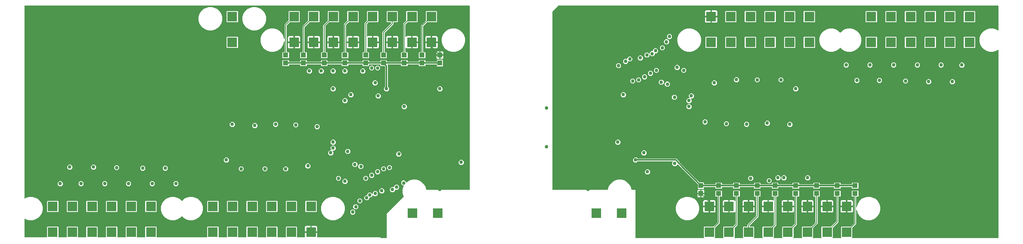
<source format=gbr>
G04 EAGLE Gerber RS-274X export*
G75*
%MOMM*%
%FSLAX34Y34*%
%LPD*%
%INBottom Copper*%
%IPPOS*%
%AMOC8*
5,1,8,0,0,1.08239X$1,22.5*%
G01*
%ADD10R,1.000000X1.100000*%
%ADD11R,2.100000X2.100000*%
%ADD12R,1.100000X1.000000*%
%ADD13C,0.756400*%
%ADD14C,0.152400*%
%ADD15C,0.304800*%

G36*
X787420Y10164D02*
X787420Y10164D01*
X787439Y10162D01*
X787541Y10184D01*
X787643Y10200D01*
X787660Y10210D01*
X787680Y10214D01*
X787769Y10267D01*
X787860Y10316D01*
X787874Y10330D01*
X787891Y10340D01*
X787958Y10419D01*
X788030Y10494D01*
X788038Y10512D01*
X788051Y10527D01*
X788090Y10623D01*
X788133Y10717D01*
X788135Y10737D01*
X788143Y10755D01*
X788161Y10922D01*
X788161Y63185D01*
X823982Y99005D01*
X824007Y99041D01*
X824040Y99070D01*
X824079Y99140D01*
X824125Y99205D01*
X824138Y99247D01*
X824160Y99285D01*
X824174Y99364D01*
X824198Y99440D01*
X824197Y99484D01*
X824205Y99527D01*
X824193Y99606D01*
X824191Y99686D01*
X824176Y99727D01*
X824170Y99771D01*
X824112Y99904D01*
X824107Y99917D01*
X824105Y99920D01*
X824103Y99924D01*
X823604Y100788D01*
X821889Y107188D01*
X821889Y113812D01*
X823604Y120212D01*
X824631Y121991D01*
X824665Y122081D01*
X824705Y122167D01*
X824708Y122195D01*
X824718Y122222D01*
X824722Y122317D01*
X824732Y122412D01*
X824726Y122439D01*
X824728Y122467D01*
X824700Y122559D01*
X824680Y122652D01*
X824666Y122676D01*
X824658Y122703D01*
X824603Y122781D01*
X824554Y122863D01*
X824533Y122881D01*
X824516Y122905D01*
X824440Y122961D01*
X824367Y123023D01*
X824341Y123034D01*
X824318Y123050D01*
X824228Y123079D01*
X824139Y123115D01*
X824104Y123119D01*
X824084Y123125D01*
X824051Y123125D01*
X823972Y123133D01*
X821862Y123133D01*
X818753Y126242D01*
X818753Y130638D01*
X821862Y133747D01*
X826258Y133747D01*
X829367Y130638D01*
X829367Y130237D01*
X829378Y130166D01*
X829380Y130095D01*
X829398Y130046D01*
X829406Y129994D01*
X829440Y129931D01*
X829465Y129864D01*
X829497Y129823D01*
X829521Y129777D01*
X829573Y129728D01*
X829618Y129672D01*
X829662Y129643D01*
X829700Y129608D01*
X829765Y129577D01*
X829825Y129539D01*
X829876Y129526D01*
X829923Y129504D01*
X829994Y129496D01*
X830064Y129479D01*
X830116Y129483D01*
X830167Y129477D01*
X830237Y129492D01*
X830309Y129498D01*
X830357Y129518D01*
X830408Y129529D01*
X830469Y129566D01*
X830535Y129594D01*
X830591Y129639D01*
X830619Y129655D01*
X830634Y129673D01*
X830666Y129699D01*
X831601Y130634D01*
X837338Y133946D01*
X843738Y135661D01*
X850362Y135661D01*
X856762Y133946D01*
X862499Y130634D01*
X867184Y125949D01*
X870496Y120212D01*
X872133Y114103D01*
X872151Y114063D01*
X872160Y114020D01*
X872201Y113952D01*
X872234Y113879D01*
X872264Y113847D01*
X872286Y113809D01*
X872347Y113757D01*
X872402Y113699D01*
X872440Y113678D01*
X872473Y113649D01*
X872548Y113619D01*
X872618Y113581D01*
X872661Y113574D01*
X872701Y113557D01*
X872846Y113541D01*
X872860Y113539D01*
X872863Y113539D01*
X872868Y113539D01*
X965200Y113539D01*
X965220Y113542D01*
X965239Y113540D01*
X965341Y113562D01*
X965443Y113579D01*
X965460Y113588D01*
X965480Y113592D01*
X965569Y113645D01*
X965660Y113694D01*
X965674Y113708D01*
X965691Y113718D01*
X965758Y113797D01*
X965830Y113872D01*
X965838Y113890D01*
X965851Y113905D01*
X965890Y114001D01*
X965933Y114095D01*
X965935Y114115D01*
X965943Y114133D01*
X965961Y114300D01*
X965961Y507078D01*
X965958Y507098D01*
X965960Y507117D01*
X965938Y507219D01*
X965921Y507321D01*
X965912Y507338D01*
X965908Y507358D01*
X965855Y507447D01*
X965806Y507538D01*
X965792Y507552D01*
X965782Y507569D01*
X965703Y507636D01*
X965628Y507708D01*
X965610Y507716D01*
X965595Y507729D01*
X965499Y507768D01*
X965405Y507811D01*
X965385Y507813D01*
X965367Y507821D01*
X965200Y507839D01*
X12700Y507839D01*
X12680Y507836D01*
X12661Y507838D01*
X12559Y507816D01*
X12457Y507800D01*
X12440Y507790D01*
X12420Y507786D01*
X12331Y507733D01*
X12240Y507684D01*
X12226Y507670D01*
X12209Y507660D01*
X12142Y507581D01*
X12071Y507506D01*
X12062Y507488D01*
X12049Y507473D01*
X12010Y507377D01*
X11967Y507283D01*
X11965Y507263D01*
X11957Y507245D01*
X11939Y507078D01*
X11939Y96069D01*
X11954Y95975D01*
X11963Y95880D01*
X11974Y95854D01*
X11979Y95826D01*
X12023Y95742D01*
X12061Y95655D01*
X12080Y95634D01*
X12094Y95609D01*
X12163Y95543D01*
X12227Y95473D01*
X12251Y95459D01*
X12272Y95439D01*
X12359Y95399D01*
X12442Y95353D01*
X12469Y95348D01*
X12495Y95336D01*
X12590Y95325D01*
X12683Y95308D01*
X12711Y95312D01*
X12739Y95309D01*
X12833Y95329D01*
X12927Y95342D01*
X12959Y95356D01*
X12980Y95361D01*
X13008Y95378D01*
X13081Y95410D01*
X16088Y97146D01*
X22488Y98861D01*
X29112Y98861D01*
X35512Y97146D01*
X41249Y93834D01*
X45934Y89149D01*
X49246Y83412D01*
X50961Y77012D01*
X50961Y70388D01*
X49246Y63988D01*
X45934Y58251D01*
X41249Y53566D01*
X35512Y50254D01*
X29112Y48539D01*
X22488Y48539D01*
X16088Y50254D01*
X13081Y51990D01*
X12992Y52024D01*
X12905Y52064D01*
X12877Y52067D01*
X12851Y52077D01*
X12755Y52081D01*
X12661Y52091D01*
X12633Y52085D01*
X12605Y52086D01*
X12513Y52059D01*
X12420Y52039D01*
X12396Y52025D01*
X12369Y52017D01*
X12291Y51962D01*
X12209Y51913D01*
X12191Y51892D01*
X12168Y51875D01*
X12111Y51799D01*
X12049Y51726D01*
X12039Y51700D01*
X12022Y51677D01*
X11993Y51586D01*
X11957Y51498D01*
X11953Y51463D01*
X11947Y51443D01*
X11947Y51410D01*
X11939Y51331D01*
X11939Y12700D01*
X11942Y12680D01*
X11940Y12661D01*
X11962Y12559D01*
X11979Y12457D01*
X11988Y12440D01*
X11992Y12420D01*
X12045Y12331D01*
X12094Y12240D01*
X12108Y12226D01*
X12118Y12209D01*
X12197Y12142D01*
X12272Y12071D01*
X12290Y12062D01*
X12305Y12049D01*
X12401Y12010D01*
X12495Y11967D01*
X12515Y11965D01*
X12533Y11957D01*
X12700Y11939D01*
X60014Y11939D01*
X60034Y11942D01*
X60053Y11940D01*
X60155Y11962D01*
X60257Y11979D01*
X60274Y11988D01*
X60294Y11992D01*
X60383Y12045D01*
X60474Y12094D01*
X60488Y12108D01*
X60505Y12118D01*
X60572Y12197D01*
X60644Y12272D01*
X60652Y12290D01*
X60665Y12305D01*
X60704Y12401D01*
X60747Y12495D01*
X60749Y12515D01*
X60757Y12533D01*
X60775Y12700D01*
X60775Y34432D01*
X61668Y35325D01*
X83932Y35325D01*
X84825Y34432D01*
X84825Y12700D01*
X84828Y12680D01*
X84826Y12661D01*
X84848Y12559D01*
X84864Y12457D01*
X84874Y12440D01*
X84878Y12420D01*
X84931Y12331D01*
X84980Y12240D01*
X84994Y12226D01*
X85004Y12209D01*
X85083Y12142D01*
X85158Y12070D01*
X85176Y12062D01*
X85191Y12049D01*
X85287Y12010D01*
X85381Y11967D01*
X85401Y11965D01*
X85419Y11957D01*
X85586Y11939D01*
X102014Y11939D01*
X102034Y11942D01*
X102053Y11940D01*
X102155Y11962D01*
X102257Y11978D01*
X102274Y11988D01*
X102294Y11992D01*
X102383Y12045D01*
X102474Y12094D01*
X102488Y12108D01*
X102505Y12118D01*
X102572Y12197D01*
X102644Y12272D01*
X102652Y12290D01*
X102665Y12305D01*
X102704Y12401D01*
X102747Y12495D01*
X102749Y12515D01*
X102757Y12533D01*
X102775Y12700D01*
X102775Y34432D01*
X103668Y35325D01*
X125932Y35325D01*
X126825Y34432D01*
X126825Y12700D01*
X126828Y12680D01*
X126826Y12661D01*
X126848Y12559D01*
X126864Y12457D01*
X126874Y12440D01*
X126878Y12420D01*
X126931Y12331D01*
X126980Y12240D01*
X126994Y12226D01*
X127004Y12209D01*
X127083Y12142D01*
X127158Y12070D01*
X127176Y12062D01*
X127191Y12049D01*
X127287Y12010D01*
X127381Y11967D01*
X127401Y11965D01*
X127419Y11957D01*
X127586Y11939D01*
X144014Y11939D01*
X144034Y11942D01*
X144053Y11940D01*
X144155Y11962D01*
X144257Y11978D01*
X144274Y11988D01*
X144294Y11992D01*
X144383Y12045D01*
X144474Y12094D01*
X144488Y12108D01*
X144505Y12118D01*
X144572Y12197D01*
X144644Y12272D01*
X144652Y12290D01*
X144665Y12305D01*
X144704Y12401D01*
X144747Y12495D01*
X144749Y12515D01*
X144757Y12533D01*
X144775Y12700D01*
X144775Y34432D01*
X145668Y35325D01*
X167932Y35325D01*
X168825Y34432D01*
X168825Y12700D01*
X168828Y12680D01*
X168826Y12661D01*
X168848Y12559D01*
X168864Y12457D01*
X168874Y12440D01*
X168878Y12420D01*
X168931Y12331D01*
X168980Y12240D01*
X168994Y12226D01*
X169004Y12209D01*
X169083Y12142D01*
X169158Y12070D01*
X169176Y12062D01*
X169191Y12049D01*
X169287Y12010D01*
X169381Y11967D01*
X169401Y11965D01*
X169419Y11957D01*
X169586Y11939D01*
X186014Y11939D01*
X186034Y11942D01*
X186053Y11940D01*
X186155Y11962D01*
X186257Y11978D01*
X186274Y11988D01*
X186294Y11992D01*
X186383Y12045D01*
X186474Y12094D01*
X186488Y12108D01*
X186505Y12118D01*
X186572Y12197D01*
X186644Y12272D01*
X186652Y12290D01*
X186665Y12305D01*
X186704Y12401D01*
X186747Y12495D01*
X186749Y12515D01*
X186757Y12533D01*
X186775Y12700D01*
X186775Y34432D01*
X187668Y35325D01*
X209932Y35325D01*
X210825Y34432D01*
X210825Y12700D01*
X210828Y12680D01*
X210826Y12661D01*
X210848Y12559D01*
X210864Y12457D01*
X210874Y12440D01*
X210878Y12420D01*
X210931Y12331D01*
X210980Y12240D01*
X210994Y12226D01*
X211004Y12209D01*
X211083Y12142D01*
X211158Y12071D01*
X211176Y12062D01*
X211191Y12049D01*
X211287Y12010D01*
X211381Y11967D01*
X211401Y11965D01*
X211419Y11957D01*
X211586Y11939D01*
X228014Y11939D01*
X228034Y11942D01*
X228053Y11940D01*
X228155Y11962D01*
X228257Y11979D01*
X228274Y11988D01*
X228294Y11992D01*
X228383Y12045D01*
X228474Y12094D01*
X228488Y12108D01*
X228505Y12118D01*
X228572Y12197D01*
X228644Y12272D01*
X228652Y12290D01*
X228665Y12305D01*
X228704Y12401D01*
X228747Y12495D01*
X228749Y12515D01*
X228757Y12533D01*
X228775Y12700D01*
X228775Y34432D01*
X229668Y35325D01*
X251932Y35325D01*
X252825Y34432D01*
X252825Y12700D01*
X252828Y12680D01*
X252826Y12661D01*
X252848Y12559D01*
X252864Y12457D01*
X252874Y12440D01*
X252878Y12420D01*
X252931Y12331D01*
X252980Y12240D01*
X252994Y12226D01*
X253004Y12209D01*
X253083Y12142D01*
X253158Y12071D01*
X253176Y12062D01*
X253191Y12049D01*
X253287Y12010D01*
X253381Y11967D01*
X253401Y11965D01*
X253419Y11957D01*
X253586Y11939D01*
X270014Y11939D01*
X270034Y11942D01*
X270053Y11940D01*
X270155Y11962D01*
X270257Y11979D01*
X270274Y11988D01*
X270294Y11992D01*
X270383Y12045D01*
X270474Y12094D01*
X270488Y12108D01*
X270505Y12118D01*
X270572Y12197D01*
X270644Y12272D01*
X270652Y12290D01*
X270665Y12305D01*
X270704Y12401D01*
X270747Y12495D01*
X270749Y12515D01*
X270757Y12533D01*
X270775Y12700D01*
X270775Y34432D01*
X271668Y35325D01*
X293932Y35325D01*
X294825Y34432D01*
X294825Y12700D01*
X294828Y12680D01*
X294826Y12661D01*
X294848Y12559D01*
X294864Y12457D01*
X294874Y12440D01*
X294878Y12420D01*
X294931Y12331D01*
X294980Y12240D01*
X294994Y12226D01*
X295004Y12209D01*
X295083Y12142D01*
X295158Y12071D01*
X295176Y12062D01*
X295191Y12049D01*
X295287Y12010D01*
X295381Y11967D01*
X295401Y11965D01*
X295419Y11957D01*
X295586Y11939D01*
X402914Y11939D01*
X402934Y11942D01*
X402953Y11940D01*
X403055Y11962D01*
X403157Y11979D01*
X403174Y11988D01*
X403194Y11992D01*
X403283Y12045D01*
X403374Y12094D01*
X403388Y12108D01*
X403405Y12118D01*
X403472Y12197D01*
X403544Y12272D01*
X403552Y12290D01*
X403565Y12305D01*
X403604Y12401D01*
X403647Y12495D01*
X403649Y12515D01*
X403657Y12533D01*
X403675Y12700D01*
X403675Y34432D01*
X404568Y35325D01*
X426832Y35325D01*
X427725Y34432D01*
X427725Y12700D01*
X427728Y12680D01*
X427726Y12661D01*
X427748Y12559D01*
X427764Y12457D01*
X427774Y12440D01*
X427778Y12420D01*
X427831Y12331D01*
X427880Y12240D01*
X427894Y12226D01*
X427904Y12209D01*
X427983Y12142D01*
X428058Y12071D01*
X428076Y12062D01*
X428091Y12049D01*
X428187Y12010D01*
X428281Y11967D01*
X428301Y11965D01*
X428319Y11957D01*
X428486Y11939D01*
X444914Y11939D01*
X444934Y11942D01*
X444953Y11940D01*
X445055Y11962D01*
X445157Y11979D01*
X445174Y11988D01*
X445194Y11992D01*
X445283Y12045D01*
X445374Y12094D01*
X445388Y12108D01*
X445405Y12118D01*
X445472Y12197D01*
X445544Y12272D01*
X445552Y12290D01*
X445565Y12305D01*
X445604Y12401D01*
X445647Y12495D01*
X445649Y12515D01*
X445657Y12533D01*
X445675Y12700D01*
X445675Y34432D01*
X446568Y35325D01*
X468832Y35325D01*
X469725Y34432D01*
X469725Y12700D01*
X469728Y12680D01*
X469726Y12661D01*
X469748Y12559D01*
X469764Y12457D01*
X469774Y12440D01*
X469778Y12420D01*
X469831Y12331D01*
X469880Y12240D01*
X469894Y12226D01*
X469904Y12209D01*
X469983Y12142D01*
X470058Y12071D01*
X470076Y12062D01*
X470091Y12049D01*
X470187Y12010D01*
X470281Y11967D01*
X470301Y11965D01*
X470319Y11957D01*
X470486Y11939D01*
X486914Y11939D01*
X486934Y11942D01*
X486953Y11940D01*
X487055Y11962D01*
X487157Y11979D01*
X487174Y11988D01*
X487194Y11992D01*
X487283Y12045D01*
X487374Y12094D01*
X487388Y12108D01*
X487405Y12118D01*
X487472Y12197D01*
X487544Y12272D01*
X487552Y12290D01*
X487565Y12305D01*
X487604Y12401D01*
X487647Y12495D01*
X487649Y12515D01*
X487657Y12533D01*
X487675Y12700D01*
X487675Y34432D01*
X488568Y35325D01*
X510832Y35325D01*
X511725Y34432D01*
X511725Y12700D01*
X511728Y12680D01*
X511726Y12661D01*
X511748Y12559D01*
X511764Y12457D01*
X511774Y12440D01*
X511778Y12420D01*
X511831Y12331D01*
X511880Y12240D01*
X511894Y12226D01*
X511904Y12209D01*
X511983Y12142D01*
X512058Y12071D01*
X512076Y12062D01*
X512091Y12049D01*
X512187Y12010D01*
X512281Y11967D01*
X512301Y11965D01*
X512319Y11957D01*
X512486Y11939D01*
X528914Y11939D01*
X528934Y11942D01*
X528953Y11940D01*
X529055Y11962D01*
X529157Y11979D01*
X529174Y11988D01*
X529194Y11992D01*
X529283Y12045D01*
X529374Y12094D01*
X529388Y12108D01*
X529405Y12118D01*
X529472Y12197D01*
X529544Y12272D01*
X529552Y12290D01*
X529565Y12305D01*
X529604Y12401D01*
X529647Y12495D01*
X529649Y12515D01*
X529657Y12533D01*
X529675Y12700D01*
X529675Y34432D01*
X530568Y35325D01*
X552832Y35325D01*
X553725Y34432D01*
X553725Y12700D01*
X553728Y12680D01*
X553726Y12661D01*
X553748Y12559D01*
X553764Y12457D01*
X553774Y12440D01*
X553778Y12420D01*
X553831Y12331D01*
X553880Y12240D01*
X553894Y12226D01*
X553904Y12209D01*
X553983Y12142D01*
X554058Y12071D01*
X554076Y12062D01*
X554091Y12049D01*
X554187Y12010D01*
X554281Y11967D01*
X554301Y11965D01*
X554319Y11957D01*
X554486Y11939D01*
X570914Y11939D01*
X570934Y11942D01*
X570953Y11940D01*
X571055Y11962D01*
X571157Y11979D01*
X571174Y11988D01*
X571194Y11992D01*
X571283Y12045D01*
X571374Y12094D01*
X571388Y12108D01*
X571405Y12118D01*
X571472Y12197D01*
X571544Y12272D01*
X571552Y12290D01*
X571565Y12305D01*
X571604Y12401D01*
X571647Y12495D01*
X571649Y12515D01*
X571657Y12533D01*
X571675Y12700D01*
X571675Y34432D01*
X572568Y35325D01*
X594832Y35325D01*
X595725Y34432D01*
X595725Y12700D01*
X595728Y12680D01*
X595726Y12661D01*
X595748Y12559D01*
X595764Y12457D01*
X595774Y12440D01*
X595778Y12420D01*
X595831Y12331D01*
X595880Y12240D01*
X595894Y12226D01*
X595904Y12209D01*
X595983Y12142D01*
X596058Y12071D01*
X596076Y12062D01*
X596091Y12049D01*
X596187Y12010D01*
X596281Y11967D01*
X596301Y11965D01*
X596319Y11957D01*
X596486Y11939D01*
X611898Y11939D01*
X611918Y11942D01*
X611937Y11940D01*
X612039Y11962D01*
X612141Y11979D01*
X612158Y11988D01*
X612178Y11992D01*
X612267Y12045D01*
X612358Y12094D01*
X612372Y12108D01*
X612389Y12118D01*
X612456Y12197D01*
X612528Y12272D01*
X612536Y12290D01*
X612549Y12305D01*
X612588Y12401D01*
X612631Y12495D01*
X612633Y12515D01*
X612641Y12533D01*
X612659Y12700D01*
X612659Y21777D01*
X624938Y21777D01*
X624958Y21780D01*
X624977Y21778D01*
X625079Y21800D01*
X625181Y21817D01*
X625198Y21826D01*
X625218Y21830D01*
X625307Y21883D01*
X625398Y21932D01*
X625412Y21946D01*
X625429Y21956D01*
X625496Y22035D01*
X625567Y22110D01*
X625576Y22128D01*
X625589Y22143D01*
X625627Y22239D01*
X625671Y22333D01*
X625673Y22353D01*
X625681Y22371D01*
X625699Y22538D01*
X625699Y23301D01*
X625701Y23301D01*
X625701Y22538D01*
X625704Y22518D01*
X625702Y22499D01*
X625724Y22397D01*
X625741Y22295D01*
X625750Y22278D01*
X625754Y22258D01*
X625807Y22169D01*
X625856Y22078D01*
X625870Y22064D01*
X625880Y22047D01*
X625959Y21980D01*
X626034Y21909D01*
X626052Y21900D01*
X626067Y21887D01*
X626163Y21848D01*
X626257Y21805D01*
X626277Y21803D01*
X626295Y21795D01*
X626462Y21777D01*
X638741Y21777D01*
X638741Y12700D01*
X638744Y12680D01*
X638742Y12661D01*
X638764Y12559D01*
X638780Y12457D01*
X638790Y12440D01*
X638794Y12420D01*
X638847Y12331D01*
X638896Y12240D01*
X638910Y12226D01*
X638920Y12209D01*
X638999Y12142D01*
X639074Y12071D01*
X639092Y12062D01*
X639107Y12049D01*
X639203Y12010D01*
X639297Y11967D01*
X639317Y11965D01*
X639335Y11957D01*
X639502Y11939D01*
X774385Y11939D01*
X775940Y10384D01*
X776014Y10331D01*
X776083Y10271D01*
X776113Y10259D01*
X776139Y10240D01*
X776226Y10213D01*
X776311Y10179D01*
X776352Y10175D01*
X776375Y10168D01*
X776407Y10169D01*
X776478Y10161D01*
X787400Y10161D01*
X787420Y10164D01*
G37*
G36*
X1466816Y10172D02*
X1466816Y10172D01*
X1466888Y10174D01*
X1466937Y10192D01*
X1466988Y10200D01*
X1467051Y10234D01*
X1467119Y10259D01*
X1467159Y10291D01*
X1467205Y10316D01*
X1467255Y10368D01*
X1467311Y10412D01*
X1467339Y10456D01*
X1467375Y10494D01*
X1467405Y10559D01*
X1467444Y10619D01*
X1467456Y10670D01*
X1467478Y10717D01*
X1467486Y10788D01*
X1467504Y10858D01*
X1467500Y10910D01*
X1467505Y10961D01*
X1467490Y11032D01*
X1467485Y11103D01*
X1467464Y11151D01*
X1467453Y11202D01*
X1467416Y11263D01*
X1467388Y11329D01*
X1467343Y11385D01*
X1467327Y11413D01*
X1467309Y11428D01*
X1467283Y11460D01*
X1466575Y12168D01*
X1466575Y34432D01*
X1467468Y35325D01*
X1487075Y35325D01*
X1487166Y35339D01*
X1487256Y35347D01*
X1487286Y35359D01*
X1487318Y35364D01*
X1487399Y35407D01*
X1487483Y35443D01*
X1487515Y35469D01*
X1487536Y35480D01*
X1487558Y35503D01*
X1487614Y35548D01*
X1496090Y44024D01*
X1496143Y44098D01*
X1496203Y44168D01*
X1496215Y44198D01*
X1496234Y44224D01*
X1496261Y44311D01*
X1496295Y44396D01*
X1496299Y44437D01*
X1496306Y44459D01*
X1496305Y44491D01*
X1496313Y44563D01*
X1496313Y98514D01*
X1496310Y98534D01*
X1496312Y98553D01*
X1496290Y98655D01*
X1496274Y98757D01*
X1496264Y98774D01*
X1496260Y98794D01*
X1496207Y98883D01*
X1496158Y98974D01*
X1496144Y98988D01*
X1496134Y99005D01*
X1496055Y99072D01*
X1495980Y99144D01*
X1495962Y99152D01*
X1495947Y99165D01*
X1495851Y99204D01*
X1495757Y99247D01*
X1495737Y99249D01*
X1495719Y99257D01*
X1495552Y99275D01*
X1492468Y99275D01*
X1491575Y100168D01*
X1491575Y111432D01*
X1492468Y112325D01*
X1504732Y112325D01*
X1505625Y111432D01*
X1505625Y100168D01*
X1504732Y99275D01*
X1501648Y99275D01*
X1501628Y99272D01*
X1501609Y99274D01*
X1501507Y99252D01*
X1501405Y99236D01*
X1501388Y99226D01*
X1501368Y99222D01*
X1501279Y99169D01*
X1501188Y99120D01*
X1501174Y99106D01*
X1501157Y99096D01*
X1501090Y99017D01*
X1501018Y98942D01*
X1501010Y98924D01*
X1500997Y98909D01*
X1500958Y98813D01*
X1500915Y98719D01*
X1500913Y98699D01*
X1500905Y98681D01*
X1500887Y98514D01*
X1500887Y42353D01*
X1490848Y32314D01*
X1490795Y32240D01*
X1490735Y32170D01*
X1490723Y32140D01*
X1490704Y32114D01*
X1490677Y32027D01*
X1490643Y31942D01*
X1490639Y31901D01*
X1490632Y31879D01*
X1490633Y31847D01*
X1490625Y31775D01*
X1490625Y12168D01*
X1489917Y11460D01*
X1489875Y11402D01*
X1489825Y11350D01*
X1489803Y11303D01*
X1489773Y11261D01*
X1489752Y11192D01*
X1489722Y11127D01*
X1489716Y11075D01*
X1489701Y11025D01*
X1489703Y10954D01*
X1489695Y10883D01*
X1489706Y10832D01*
X1489707Y10780D01*
X1489732Y10712D01*
X1489747Y10642D01*
X1489774Y10597D01*
X1489791Y10549D01*
X1489836Y10493D01*
X1489873Y10431D01*
X1489913Y10397D01*
X1489945Y10357D01*
X1490005Y10318D01*
X1490060Y10271D01*
X1490108Y10252D01*
X1490152Y10224D01*
X1490222Y10206D01*
X1490288Y10179D01*
X1490359Y10171D01*
X1490391Y10163D01*
X1490414Y10165D01*
X1490455Y10161D01*
X1508745Y10161D01*
X1508816Y10172D01*
X1508888Y10174D01*
X1508937Y10192D01*
X1508988Y10200D01*
X1509051Y10234D01*
X1509119Y10259D01*
X1509159Y10291D01*
X1509205Y10316D01*
X1509255Y10368D01*
X1509311Y10412D01*
X1509339Y10456D01*
X1509375Y10494D01*
X1509405Y10559D01*
X1509444Y10619D01*
X1509456Y10670D01*
X1509478Y10717D01*
X1509486Y10788D01*
X1509504Y10858D01*
X1509500Y10910D01*
X1509505Y10961D01*
X1509490Y11032D01*
X1509485Y11103D01*
X1509464Y11151D01*
X1509453Y11202D01*
X1509416Y11263D01*
X1509388Y11329D01*
X1509343Y11385D01*
X1509327Y11413D01*
X1509309Y11428D01*
X1509283Y11460D01*
X1508575Y12168D01*
X1508575Y34432D01*
X1509468Y35325D01*
X1529076Y35325D01*
X1529166Y35339D01*
X1529257Y35347D01*
X1529286Y35359D01*
X1529318Y35364D01*
X1529399Y35407D01*
X1529483Y35443D01*
X1529515Y35469D01*
X1529536Y35480D01*
X1529558Y35503D01*
X1529614Y35548D01*
X1534190Y40124D01*
X1534243Y40198D01*
X1534303Y40268D01*
X1534315Y40298D01*
X1534334Y40324D01*
X1534361Y40411D01*
X1534395Y40496D01*
X1534399Y40537D01*
X1534406Y40559D01*
X1534405Y40591D01*
X1534413Y40663D01*
X1534413Y65682D01*
X1534402Y65753D01*
X1534400Y65825D01*
X1534382Y65874D01*
X1534374Y65925D01*
X1534340Y65988D01*
X1534315Y66056D01*
X1534283Y66096D01*
X1534258Y66142D01*
X1534206Y66192D01*
X1534162Y66248D01*
X1534118Y66276D01*
X1534080Y66312D01*
X1534015Y66342D01*
X1533955Y66381D01*
X1533904Y66394D01*
X1533857Y66415D01*
X1533786Y66423D01*
X1533716Y66441D01*
X1533664Y66437D01*
X1533613Y66443D01*
X1533542Y66427D01*
X1533471Y66422D01*
X1533423Y66401D01*
X1533372Y66390D01*
X1533311Y66353D01*
X1533245Y66325D01*
X1533189Y66281D01*
X1533161Y66264D01*
X1533146Y66246D01*
X1533114Y66221D01*
X1532660Y65767D01*
X1532081Y65432D01*
X1531434Y65259D01*
X1522123Y65259D01*
X1522123Y77538D01*
X1522120Y77558D01*
X1522122Y77577D01*
X1522100Y77679D01*
X1522083Y77781D01*
X1522074Y77798D01*
X1522070Y77818D01*
X1522017Y77907D01*
X1521968Y77998D01*
X1521954Y78012D01*
X1521944Y78029D01*
X1521865Y78096D01*
X1521790Y78167D01*
X1521772Y78176D01*
X1521757Y78189D01*
X1521661Y78227D01*
X1521567Y78271D01*
X1521547Y78273D01*
X1521529Y78281D01*
X1521362Y78299D01*
X1520599Y78299D01*
X1520599Y78301D01*
X1521362Y78301D01*
X1521382Y78304D01*
X1521401Y78302D01*
X1521503Y78324D01*
X1521605Y78341D01*
X1521622Y78350D01*
X1521642Y78354D01*
X1521731Y78407D01*
X1521822Y78456D01*
X1521836Y78470D01*
X1521853Y78480D01*
X1521920Y78559D01*
X1521991Y78634D01*
X1522000Y78652D01*
X1522013Y78667D01*
X1522052Y78763D01*
X1522095Y78857D01*
X1522097Y78877D01*
X1522105Y78895D01*
X1522123Y79062D01*
X1522123Y91341D01*
X1531434Y91341D01*
X1532081Y91168D01*
X1532660Y90833D01*
X1533114Y90379D01*
X1533172Y90337D01*
X1533224Y90288D01*
X1533271Y90266D01*
X1533313Y90236D01*
X1533382Y90215D01*
X1533447Y90185D01*
X1533499Y90179D01*
X1533549Y90163D01*
X1533620Y90165D01*
X1533691Y90157D01*
X1533742Y90169D01*
X1533794Y90170D01*
X1533862Y90194D01*
X1533932Y90210D01*
X1533977Y90236D01*
X1534025Y90254D01*
X1534081Y90299D01*
X1534143Y90336D01*
X1534177Y90375D01*
X1534217Y90408D01*
X1534256Y90468D01*
X1534303Y90523D01*
X1534322Y90571D01*
X1534350Y90615D01*
X1534368Y90684D01*
X1534395Y90751D01*
X1534403Y90822D01*
X1534411Y90853D01*
X1534409Y90877D01*
X1534413Y90918D01*
X1534413Y98514D01*
X1534410Y98534D01*
X1534412Y98553D01*
X1534390Y98655D01*
X1534374Y98757D01*
X1534364Y98774D01*
X1534360Y98794D01*
X1534307Y98883D01*
X1534258Y98974D01*
X1534244Y98988D01*
X1534234Y99005D01*
X1534155Y99072D01*
X1534080Y99144D01*
X1534062Y99152D01*
X1534047Y99165D01*
X1533951Y99204D01*
X1533857Y99247D01*
X1533837Y99249D01*
X1533819Y99257D01*
X1533652Y99275D01*
X1530568Y99275D01*
X1529675Y100168D01*
X1529675Y111432D01*
X1530568Y112325D01*
X1542832Y112325D01*
X1543725Y111432D01*
X1543725Y100168D01*
X1542832Y99275D01*
X1539748Y99275D01*
X1539728Y99272D01*
X1539709Y99274D01*
X1539607Y99252D01*
X1539505Y99236D01*
X1539488Y99226D01*
X1539468Y99222D01*
X1539379Y99169D01*
X1539288Y99120D01*
X1539274Y99106D01*
X1539257Y99096D01*
X1539190Y99017D01*
X1539118Y98942D01*
X1539110Y98924D01*
X1539097Y98909D01*
X1539058Y98813D01*
X1539015Y98719D01*
X1539013Y98699D01*
X1539005Y98681D01*
X1538987Y98514D01*
X1538987Y38453D01*
X1537424Y36890D01*
X1532848Y32314D01*
X1532795Y32240D01*
X1532735Y32170D01*
X1532723Y32140D01*
X1532704Y32114D01*
X1532677Y32027D01*
X1532643Y31942D01*
X1532639Y31901D01*
X1532632Y31879D01*
X1532633Y31847D01*
X1532625Y31776D01*
X1532625Y12168D01*
X1531917Y11460D01*
X1531875Y11402D01*
X1531825Y11350D01*
X1531803Y11303D01*
X1531773Y11261D01*
X1531752Y11192D01*
X1531722Y11127D01*
X1531716Y11075D01*
X1531701Y11025D01*
X1531703Y10954D01*
X1531695Y10883D01*
X1531706Y10832D01*
X1531707Y10780D01*
X1531732Y10712D01*
X1531747Y10642D01*
X1531774Y10597D01*
X1531791Y10549D01*
X1531836Y10493D01*
X1531873Y10431D01*
X1531913Y10397D01*
X1531945Y10357D01*
X1532005Y10318D01*
X1532060Y10271D01*
X1532108Y10252D01*
X1532152Y10224D01*
X1532222Y10206D01*
X1532288Y10179D01*
X1532359Y10171D01*
X1532391Y10163D01*
X1532414Y10165D01*
X1532455Y10161D01*
X1550745Y10161D01*
X1550816Y10172D01*
X1550888Y10174D01*
X1550937Y10192D01*
X1550988Y10200D01*
X1551051Y10234D01*
X1551119Y10259D01*
X1551159Y10291D01*
X1551205Y10316D01*
X1551255Y10368D01*
X1551311Y10412D01*
X1551339Y10456D01*
X1551375Y10494D01*
X1551405Y10559D01*
X1551444Y10619D01*
X1551456Y10670D01*
X1551478Y10717D01*
X1551486Y10788D01*
X1551504Y10858D01*
X1551500Y10910D01*
X1551505Y10961D01*
X1551490Y11032D01*
X1551485Y11103D01*
X1551464Y11151D01*
X1551453Y11202D01*
X1551416Y11263D01*
X1551388Y11329D01*
X1551343Y11385D01*
X1551327Y11413D01*
X1551309Y11428D01*
X1551283Y11460D01*
X1550575Y12168D01*
X1550575Y34432D01*
X1551468Y35325D01*
X1559552Y35325D01*
X1559572Y35328D01*
X1559591Y35326D01*
X1559693Y35348D01*
X1559795Y35364D01*
X1559812Y35374D01*
X1559832Y35378D01*
X1559921Y35431D01*
X1560012Y35480D01*
X1560026Y35494D01*
X1560043Y35504D01*
X1560110Y35583D01*
X1560182Y35658D01*
X1560190Y35676D01*
X1560203Y35691D01*
X1560242Y35787D01*
X1560285Y35881D01*
X1560287Y35901D01*
X1560295Y35919D01*
X1560313Y36086D01*
X1560313Y39547D01*
X1578640Y57874D01*
X1578693Y57948D01*
X1578753Y58018D01*
X1578765Y58048D01*
X1578784Y58074D01*
X1578811Y58161D01*
X1578845Y58246D01*
X1578849Y58287D01*
X1578856Y58309D01*
X1578855Y58341D01*
X1578863Y58413D01*
X1578863Y98514D01*
X1578860Y98534D01*
X1578862Y98553D01*
X1578840Y98655D01*
X1578824Y98757D01*
X1578814Y98774D01*
X1578810Y98794D01*
X1578757Y98883D01*
X1578708Y98974D01*
X1578694Y98988D01*
X1578684Y99005D01*
X1578605Y99072D01*
X1578530Y99144D01*
X1578512Y99152D01*
X1578497Y99165D01*
X1578401Y99204D01*
X1578307Y99247D01*
X1578287Y99249D01*
X1578269Y99257D01*
X1578102Y99275D01*
X1575018Y99275D01*
X1574125Y100168D01*
X1574125Y111432D01*
X1575018Y112325D01*
X1587282Y112325D01*
X1588175Y111432D01*
X1588175Y100168D01*
X1587282Y99275D01*
X1584198Y99275D01*
X1584178Y99272D01*
X1584159Y99274D01*
X1584057Y99252D01*
X1583955Y99236D01*
X1583938Y99226D01*
X1583918Y99222D01*
X1583829Y99169D01*
X1583738Y99120D01*
X1583724Y99106D01*
X1583707Y99096D01*
X1583640Y99017D01*
X1583568Y98942D01*
X1583560Y98924D01*
X1583547Y98909D01*
X1583508Y98813D01*
X1583465Y98719D01*
X1583463Y98699D01*
X1583455Y98681D01*
X1583437Y98514D01*
X1583437Y56203D01*
X1565110Y37876D01*
X1565057Y37802D01*
X1564997Y37732D01*
X1564985Y37702D01*
X1564966Y37676D01*
X1564939Y37589D01*
X1564905Y37504D01*
X1564901Y37463D01*
X1564894Y37441D01*
X1564895Y37409D01*
X1564887Y37337D01*
X1564887Y36086D01*
X1564890Y36066D01*
X1564888Y36047D01*
X1564910Y35945D01*
X1564926Y35843D01*
X1564936Y35826D01*
X1564940Y35806D01*
X1564993Y35717D01*
X1565042Y35626D01*
X1565056Y35612D01*
X1565066Y35595D01*
X1565145Y35528D01*
X1565220Y35456D01*
X1565238Y35448D01*
X1565253Y35435D01*
X1565349Y35396D01*
X1565443Y35353D01*
X1565463Y35351D01*
X1565481Y35343D01*
X1565648Y35325D01*
X1573732Y35325D01*
X1574625Y34432D01*
X1574625Y12168D01*
X1573917Y11460D01*
X1573875Y11402D01*
X1573825Y11350D01*
X1573803Y11303D01*
X1573773Y11261D01*
X1573752Y11192D01*
X1573722Y11127D01*
X1573716Y11075D01*
X1573701Y11025D01*
X1573703Y10954D01*
X1573695Y10883D01*
X1573706Y10832D01*
X1573707Y10780D01*
X1573732Y10712D01*
X1573747Y10642D01*
X1573774Y10597D01*
X1573791Y10549D01*
X1573836Y10493D01*
X1573873Y10431D01*
X1573913Y10397D01*
X1573945Y10357D01*
X1574005Y10318D01*
X1574060Y10271D01*
X1574108Y10252D01*
X1574152Y10224D01*
X1574222Y10206D01*
X1574288Y10179D01*
X1574359Y10171D01*
X1574391Y10163D01*
X1574414Y10165D01*
X1574455Y10161D01*
X1592745Y10161D01*
X1592816Y10172D01*
X1592888Y10174D01*
X1592937Y10192D01*
X1592988Y10200D01*
X1593051Y10234D01*
X1593119Y10259D01*
X1593159Y10291D01*
X1593205Y10316D01*
X1593255Y10368D01*
X1593311Y10412D01*
X1593339Y10456D01*
X1593375Y10494D01*
X1593405Y10559D01*
X1593444Y10619D01*
X1593456Y10670D01*
X1593478Y10717D01*
X1593486Y10788D01*
X1593504Y10858D01*
X1593500Y10910D01*
X1593505Y10961D01*
X1593490Y11032D01*
X1593485Y11103D01*
X1593464Y11151D01*
X1593453Y11202D01*
X1593416Y11263D01*
X1593388Y11329D01*
X1593343Y11385D01*
X1593327Y11413D01*
X1593309Y11428D01*
X1593283Y11460D01*
X1592575Y12168D01*
X1592575Y34432D01*
X1593468Y35325D01*
X1613076Y35325D01*
X1613166Y35339D01*
X1613257Y35347D01*
X1613286Y35359D01*
X1613318Y35364D01*
X1613399Y35407D01*
X1613483Y35443D01*
X1613515Y35469D01*
X1613536Y35480D01*
X1613558Y35503D01*
X1613614Y35548D01*
X1616740Y38674D01*
X1616793Y38748D01*
X1616853Y38818D01*
X1616865Y38848D01*
X1616884Y38874D01*
X1616911Y38961D01*
X1616945Y39046D01*
X1616949Y39087D01*
X1616956Y39109D01*
X1616955Y39141D01*
X1616963Y39213D01*
X1616963Y64677D01*
X1616944Y64792D01*
X1616926Y64912D01*
X1616924Y64916D01*
X1616924Y64920D01*
X1616868Y65024D01*
X1616813Y65130D01*
X1616810Y65133D01*
X1616808Y65137D01*
X1616722Y65219D01*
X1616637Y65302D01*
X1616633Y65303D01*
X1616630Y65306D01*
X1616522Y65357D01*
X1616415Y65408D01*
X1616411Y65408D01*
X1616407Y65410D01*
X1616289Y65423D01*
X1616171Y65437D01*
X1616166Y65437D01*
X1616163Y65437D01*
X1616149Y65434D01*
X1616005Y65412D01*
X1615434Y65259D01*
X1606123Y65259D01*
X1606123Y77538D01*
X1606120Y77558D01*
X1606122Y77577D01*
X1606100Y77679D01*
X1606083Y77781D01*
X1606074Y77798D01*
X1606070Y77818D01*
X1606017Y77907D01*
X1605968Y77998D01*
X1605954Y78012D01*
X1605944Y78029D01*
X1605865Y78096D01*
X1605790Y78167D01*
X1605772Y78176D01*
X1605757Y78189D01*
X1605661Y78227D01*
X1605567Y78271D01*
X1605547Y78273D01*
X1605529Y78281D01*
X1605362Y78299D01*
X1604599Y78299D01*
X1604599Y78301D01*
X1605362Y78301D01*
X1605382Y78304D01*
X1605401Y78302D01*
X1605503Y78324D01*
X1605605Y78341D01*
X1605622Y78350D01*
X1605642Y78354D01*
X1605731Y78407D01*
X1605822Y78456D01*
X1605836Y78470D01*
X1605853Y78480D01*
X1605920Y78559D01*
X1605991Y78634D01*
X1606000Y78652D01*
X1606013Y78667D01*
X1606052Y78763D01*
X1606095Y78857D01*
X1606097Y78877D01*
X1606105Y78895D01*
X1606123Y79062D01*
X1606123Y91341D01*
X1615434Y91341D01*
X1616005Y91188D01*
X1616124Y91176D01*
X1616241Y91163D01*
X1616246Y91164D01*
X1616250Y91163D01*
X1616365Y91190D01*
X1616482Y91215D01*
X1616485Y91217D01*
X1616489Y91218D01*
X1616590Y91280D01*
X1616693Y91341D01*
X1616696Y91345D01*
X1616699Y91347D01*
X1616775Y91437D01*
X1616853Y91528D01*
X1616854Y91532D01*
X1616857Y91535D01*
X1616900Y91646D01*
X1616945Y91756D01*
X1616945Y91761D01*
X1616947Y91765D01*
X1616947Y91778D01*
X1616963Y91923D01*
X1616963Y98514D01*
X1616960Y98534D01*
X1616962Y98553D01*
X1616940Y98655D01*
X1616924Y98757D01*
X1616914Y98774D01*
X1616910Y98794D01*
X1616857Y98883D01*
X1616808Y98974D01*
X1616794Y98988D01*
X1616784Y99005D01*
X1616705Y99072D01*
X1616630Y99144D01*
X1616612Y99152D01*
X1616597Y99165D01*
X1616501Y99204D01*
X1616407Y99247D01*
X1616387Y99249D01*
X1616369Y99257D01*
X1616202Y99275D01*
X1613118Y99275D01*
X1612225Y100168D01*
X1612225Y111432D01*
X1613118Y112325D01*
X1625382Y112325D01*
X1626275Y111432D01*
X1626275Y100168D01*
X1625382Y99275D01*
X1622298Y99275D01*
X1622278Y99272D01*
X1622259Y99274D01*
X1622157Y99252D01*
X1622055Y99236D01*
X1622038Y99226D01*
X1622018Y99222D01*
X1621929Y99169D01*
X1621838Y99120D01*
X1621824Y99106D01*
X1621807Y99096D01*
X1621740Y99017D01*
X1621668Y98942D01*
X1621660Y98924D01*
X1621647Y98909D01*
X1621608Y98813D01*
X1621565Y98719D01*
X1621563Y98699D01*
X1621555Y98681D01*
X1621537Y98514D01*
X1621537Y37003D01*
X1619974Y35440D01*
X1616848Y32314D01*
X1616795Y32240D01*
X1616735Y32170D01*
X1616723Y32140D01*
X1616704Y32114D01*
X1616677Y32027D01*
X1616643Y31942D01*
X1616639Y31901D01*
X1616632Y31879D01*
X1616633Y31847D01*
X1616625Y31776D01*
X1616625Y12168D01*
X1615917Y11460D01*
X1615875Y11402D01*
X1615825Y11350D01*
X1615803Y11303D01*
X1615773Y11261D01*
X1615752Y11192D01*
X1615722Y11127D01*
X1615716Y11075D01*
X1615701Y11025D01*
X1615703Y10954D01*
X1615695Y10883D01*
X1615706Y10832D01*
X1615707Y10780D01*
X1615732Y10712D01*
X1615747Y10642D01*
X1615774Y10597D01*
X1615791Y10549D01*
X1615836Y10493D01*
X1615873Y10431D01*
X1615913Y10397D01*
X1615945Y10357D01*
X1616005Y10318D01*
X1616060Y10271D01*
X1616108Y10252D01*
X1616152Y10224D01*
X1616222Y10206D01*
X1616288Y10179D01*
X1616359Y10171D01*
X1616391Y10163D01*
X1616414Y10165D01*
X1616455Y10161D01*
X1634745Y10161D01*
X1634816Y10172D01*
X1634888Y10174D01*
X1634937Y10192D01*
X1634988Y10200D01*
X1635051Y10234D01*
X1635119Y10259D01*
X1635159Y10291D01*
X1635205Y10316D01*
X1635255Y10368D01*
X1635311Y10412D01*
X1635339Y10456D01*
X1635375Y10494D01*
X1635405Y10559D01*
X1635444Y10619D01*
X1635456Y10670D01*
X1635478Y10717D01*
X1635486Y10788D01*
X1635504Y10858D01*
X1635500Y10910D01*
X1635505Y10961D01*
X1635490Y11032D01*
X1635485Y11103D01*
X1635464Y11151D01*
X1635453Y11202D01*
X1635416Y11263D01*
X1635388Y11329D01*
X1635343Y11385D01*
X1635327Y11413D01*
X1635309Y11428D01*
X1635283Y11460D01*
X1634575Y12168D01*
X1634575Y34432D01*
X1635468Y35325D01*
X1655076Y35325D01*
X1655166Y35339D01*
X1655257Y35347D01*
X1655286Y35359D01*
X1655318Y35364D01*
X1655399Y35407D01*
X1655483Y35443D01*
X1655515Y35469D01*
X1655536Y35480D01*
X1655558Y35503D01*
X1655614Y35548D01*
X1661190Y41124D01*
X1661243Y41198D01*
X1661303Y41268D01*
X1661315Y41298D01*
X1661334Y41324D01*
X1661361Y41411D01*
X1661395Y41496D01*
X1661399Y41537D01*
X1661406Y41559D01*
X1661405Y41591D01*
X1661413Y41663D01*
X1661413Y98514D01*
X1661410Y98534D01*
X1661412Y98553D01*
X1661390Y98655D01*
X1661374Y98757D01*
X1661364Y98774D01*
X1661360Y98794D01*
X1661307Y98883D01*
X1661258Y98974D01*
X1661244Y98988D01*
X1661234Y99005D01*
X1661155Y99072D01*
X1661080Y99144D01*
X1661062Y99152D01*
X1661047Y99165D01*
X1660951Y99204D01*
X1660857Y99247D01*
X1660837Y99249D01*
X1660819Y99257D01*
X1660652Y99275D01*
X1657568Y99275D01*
X1656675Y100168D01*
X1656675Y111432D01*
X1657568Y112325D01*
X1669832Y112325D01*
X1670725Y111432D01*
X1670725Y100168D01*
X1669832Y99275D01*
X1666748Y99275D01*
X1666728Y99272D01*
X1666709Y99274D01*
X1666607Y99252D01*
X1666505Y99236D01*
X1666488Y99226D01*
X1666468Y99222D01*
X1666379Y99169D01*
X1666288Y99120D01*
X1666274Y99106D01*
X1666257Y99096D01*
X1666190Y99017D01*
X1666118Y98942D01*
X1666110Y98924D01*
X1666097Y98909D01*
X1666058Y98813D01*
X1666015Y98719D01*
X1666013Y98699D01*
X1666005Y98681D01*
X1665987Y98514D01*
X1665987Y39453D01*
X1664424Y37890D01*
X1658848Y32314D01*
X1658795Y32240D01*
X1658735Y32170D01*
X1658723Y32140D01*
X1658704Y32114D01*
X1658677Y32027D01*
X1658643Y31942D01*
X1658639Y31901D01*
X1658632Y31879D01*
X1658633Y31847D01*
X1658625Y31776D01*
X1658625Y12168D01*
X1657917Y11460D01*
X1657875Y11402D01*
X1657825Y11350D01*
X1657803Y11303D01*
X1657773Y11261D01*
X1657752Y11192D01*
X1657722Y11127D01*
X1657716Y11075D01*
X1657701Y11025D01*
X1657703Y10954D01*
X1657695Y10883D01*
X1657706Y10832D01*
X1657707Y10780D01*
X1657732Y10712D01*
X1657747Y10642D01*
X1657774Y10597D01*
X1657791Y10549D01*
X1657836Y10493D01*
X1657873Y10431D01*
X1657913Y10397D01*
X1657945Y10357D01*
X1658005Y10318D01*
X1658060Y10271D01*
X1658108Y10252D01*
X1658152Y10224D01*
X1658222Y10206D01*
X1658288Y10179D01*
X1658359Y10171D01*
X1658391Y10163D01*
X1658414Y10165D01*
X1658455Y10161D01*
X1676745Y10161D01*
X1676816Y10172D01*
X1676888Y10174D01*
X1676937Y10192D01*
X1676988Y10200D01*
X1677051Y10234D01*
X1677119Y10259D01*
X1677159Y10291D01*
X1677205Y10316D01*
X1677255Y10368D01*
X1677311Y10412D01*
X1677339Y10456D01*
X1677375Y10494D01*
X1677405Y10559D01*
X1677444Y10619D01*
X1677456Y10670D01*
X1677478Y10717D01*
X1677486Y10788D01*
X1677504Y10858D01*
X1677500Y10910D01*
X1677505Y10961D01*
X1677490Y11032D01*
X1677485Y11103D01*
X1677464Y11151D01*
X1677453Y11202D01*
X1677416Y11263D01*
X1677388Y11329D01*
X1677343Y11385D01*
X1677327Y11413D01*
X1677309Y11428D01*
X1677283Y11460D01*
X1676575Y12168D01*
X1676575Y34432D01*
X1677468Y35325D01*
X1697076Y35325D01*
X1697166Y35339D01*
X1697257Y35347D01*
X1697286Y35359D01*
X1697318Y35364D01*
X1697399Y35407D01*
X1697483Y35443D01*
X1697515Y35469D01*
X1697536Y35480D01*
X1697558Y35503D01*
X1697614Y35548D01*
X1705640Y43574D01*
X1705693Y43648D01*
X1705753Y43718D01*
X1705765Y43748D01*
X1705784Y43774D01*
X1705811Y43861D01*
X1705845Y43946D01*
X1705849Y43987D01*
X1705856Y44009D01*
X1705855Y44041D01*
X1705863Y44113D01*
X1705863Y98514D01*
X1705860Y98534D01*
X1705862Y98553D01*
X1705840Y98655D01*
X1705824Y98757D01*
X1705814Y98774D01*
X1705810Y98794D01*
X1705757Y98883D01*
X1705708Y98974D01*
X1705694Y98988D01*
X1705684Y99005D01*
X1705605Y99072D01*
X1705530Y99144D01*
X1705512Y99152D01*
X1705497Y99165D01*
X1705401Y99204D01*
X1705307Y99247D01*
X1705287Y99249D01*
X1705269Y99257D01*
X1705102Y99275D01*
X1702018Y99275D01*
X1701125Y100168D01*
X1701125Y111432D01*
X1702018Y112325D01*
X1714282Y112325D01*
X1715175Y111432D01*
X1715175Y100168D01*
X1714282Y99275D01*
X1711198Y99275D01*
X1711178Y99272D01*
X1711159Y99274D01*
X1711057Y99252D01*
X1710955Y99236D01*
X1710938Y99226D01*
X1710918Y99222D01*
X1710829Y99169D01*
X1710738Y99120D01*
X1710724Y99106D01*
X1710707Y99096D01*
X1710640Y99017D01*
X1710568Y98942D01*
X1710560Y98924D01*
X1710547Y98909D01*
X1710508Y98813D01*
X1710465Y98719D01*
X1710463Y98699D01*
X1710455Y98681D01*
X1710437Y98514D01*
X1710437Y41903D01*
X1708874Y40340D01*
X1700848Y32314D01*
X1700795Y32240D01*
X1700735Y32170D01*
X1700723Y32140D01*
X1700704Y32114D01*
X1700677Y32027D01*
X1700643Y31942D01*
X1700639Y31901D01*
X1700632Y31879D01*
X1700633Y31847D01*
X1700625Y31776D01*
X1700625Y12168D01*
X1699917Y11460D01*
X1699875Y11402D01*
X1699825Y11350D01*
X1699803Y11303D01*
X1699773Y11261D01*
X1699752Y11192D01*
X1699722Y11127D01*
X1699716Y11075D01*
X1699701Y11025D01*
X1699703Y10954D01*
X1699695Y10883D01*
X1699706Y10832D01*
X1699707Y10780D01*
X1699732Y10712D01*
X1699747Y10642D01*
X1699774Y10597D01*
X1699791Y10549D01*
X1699836Y10493D01*
X1699873Y10431D01*
X1699913Y10397D01*
X1699945Y10357D01*
X1700005Y10318D01*
X1700060Y10271D01*
X1700108Y10252D01*
X1700152Y10224D01*
X1700222Y10206D01*
X1700288Y10179D01*
X1700359Y10171D01*
X1700391Y10163D01*
X1700414Y10165D01*
X1700455Y10161D01*
X1718745Y10161D01*
X1718816Y10172D01*
X1718888Y10174D01*
X1718937Y10192D01*
X1718988Y10200D01*
X1719051Y10234D01*
X1719119Y10259D01*
X1719159Y10291D01*
X1719205Y10316D01*
X1719255Y10368D01*
X1719311Y10412D01*
X1719339Y10456D01*
X1719375Y10494D01*
X1719405Y10559D01*
X1719444Y10619D01*
X1719456Y10670D01*
X1719478Y10717D01*
X1719486Y10788D01*
X1719504Y10858D01*
X1719500Y10910D01*
X1719505Y10961D01*
X1719490Y11032D01*
X1719485Y11103D01*
X1719464Y11151D01*
X1719453Y11202D01*
X1719416Y11263D01*
X1719388Y11329D01*
X1719343Y11385D01*
X1719327Y11413D01*
X1719309Y11428D01*
X1719283Y11460D01*
X1718575Y12168D01*
X1718575Y34432D01*
X1719468Y35325D01*
X1739076Y35325D01*
X1739166Y35339D01*
X1739257Y35347D01*
X1739286Y35359D01*
X1739318Y35364D01*
X1739399Y35407D01*
X1739483Y35443D01*
X1739515Y35469D01*
X1739536Y35480D01*
X1739558Y35503D01*
X1739614Y35548D01*
X1750090Y46024D01*
X1750143Y46098D01*
X1750203Y46168D01*
X1750215Y46198D01*
X1750234Y46224D01*
X1750261Y46311D01*
X1750295Y46396D01*
X1750299Y46437D01*
X1750306Y46459D01*
X1750305Y46491D01*
X1750313Y46563D01*
X1750313Y98514D01*
X1750310Y98534D01*
X1750312Y98553D01*
X1750290Y98655D01*
X1750274Y98757D01*
X1750264Y98774D01*
X1750260Y98794D01*
X1750207Y98883D01*
X1750158Y98974D01*
X1750144Y98988D01*
X1750134Y99005D01*
X1750055Y99072D01*
X1749980Y99144D01*
X1749962Y99152D01*
X1749947Y99165D01*
X1749851Y99204D01*
X1749757Y99247D01*
X1749737Y99249D01*
X1749719Y99257D01*
X1749552Y99275D01*
X1746468Y99275D01*
X1745575Y100168D01*
X1745575Y111432D01*
X1746468Y112325D01*
X1758732Y112325D01*
X1759625Y111432D01*
X1759625Y100168D01*
X1758732Y99275D01*
X1755648Y99275D01*
X1755628Y99272D01*
X1755609Y99274D01*
X1755507Y99252D01*
X1755405Y99236D01*
X1755388Y99226D01*
X1755368Y99222D01*
X1755279Y99169D01*
X1755188Y99120D01*
X1755174Y99106D01*
X1755157Y99096D01*
X1755090Y99017D01*
X1755018Y98942D01*
X1755010Y98924D01*
X1754997Y98909D01*
X1754958Y98813D01*
X1754915Y98719D01*
X1754913Y98699D01*
X1754905Y98681D01*
X1754887Y98514D01*
X1754887Y44353D01*
X1753324Y42790D01*
X1742848Y32314D01*
X1742795Y32240D01*
X1742735Y32170D01*
X1742723Y32140D01*
X1742704Y32114D01*
X1742677Y32027D01*
X1742643Y31942D01*
X1742639Y31901D01*
X1742632Y31879D01*
X1742633Y31847D01*
X1742625Y31776D01*
X1742625Y12168D01*
X1741917Y11460D01*
X1741875Y11402D01*
X1741825Y11350D01*
X1741803Y11303D01*
X1741773Y11261D01*
X1741752Y11192D01*
X1741722Y11127D01*
X1741716Y11075D01*
X1741701Y11025D01*
X1741703Y10954D01*
X1741695Y10883D01*
X1741706Y10832D01*
X1741707Y10780D01*
X1741732Y10712D01*
X1741747Y10642D01*
X1741774Y10597D01*
X1741791Y10549D01*
X1741836Y10493D01*
X1741873Y10431D01*
X1741913Y10397D01*
X1741945Y10357D01*
X1742005Y10318D01*
X1742060Y10271D01*
X1742108Y10252D01*
X1742152Y10224D01*
X1742222Y10206D01*
X1742288Y10179D01*
X1742359Y10171D01*
X1742391Y10163D01*
X1742414Y10165D01*
X1742455Y10161D01*
X1760745Y10161D01*
X1760816Y10172D01*
X1760888Y10174D01*
X1760937Y10192D01*
X1760988Y10200D01*
X1761051Y10234D01*
X1761119Y10259D01*
X1761159Y10291D01*
X1761205Y10316D01*
X1761255Y10368D01*
X1761311Y10412D01*
X1761339Y10456D01*
X1761375Y10494D01*
X1761405Y10559D01*
X1761444Y10619D01*
X1761456Y10670D01*
X1761478Y10717D01*
X1761486Y10788D01*
X1761504Y10858D01*
X1761500Y10910D01*
X1761505Y10961D01*
X1761490Y11032D01*
X1761485Y11103D01*
X1761464Y11151D01*
X1761453Y11202D01*
X1761416Y11263D01*
X1761388Y11329D01*
X1761343Y11385D01*
X1761327Y11413D01*
X1761309Y11428D01*
X1761283Y11460D01*
X1760575Y12168D01*
X1760575Y34432D01*
X1761468Y35325D01*
X1781076Y35325D01*
X1781166Y35339D01*
X1781257Y35347D01*
X1781286Y35359D01*
X1781318Y35364D01*
X1781399Y35407D01*
X1781483Y35443D01*
X1781515Y35469D01*
X1781536Y35480D01*
X1781558Y35503D01*
X1781614Y35548D01*
X1788190Y42124D01*
X1788243Y42198D01*
X1788303Y42268D01*
X1788315Y42298D01*
X1788334Y42324D01*
X1788361Y42411D01*
X1788395Y42496D01*
X1788399Y42537D01*
X1788406Y42559D01*
X1788405Y42591D01*
X1788413Y42663D01*
X1788413Y98514D01*
X1788410Y98534D01*
X1788412Y98553D01*
X1788390Y98655D01*
X1788374Y98757D01*
X1788364Y98774D01*
X1788360Y98794D01*
X1788307Y98883D01*
X1788258Y98974D01*
X1788244Y98988D01*
X1788234Y99005D01*
X1788155Y99072D01*
X1788080Y99144D01*
X1788062Y99152D01*
X1788047Y99165D01*
X1787951Y99204D01*
X1787857Y99247D01*
X1787837Y99249D01*
X1787819Y99257D01*
X1787652Y99275D01*
X1784568Y99275D01*
X1783675Y100168D01*
X1783675Y111432D01*
X1784568Y112325D01*
X1796832Y112325D01*
X1797725Y111432D01*
X1797725Y100168D01*
X1796832Y99275D01*
X1793748Y99275D01*
X1793728Y99272D01*
X1793709Y99274D01*
X1793607Y99252D01*
X1793505Y99236D01*
X1793488Y99226D01*
X1793468Y99222D01*
X1793379Y99169D01*
X1793288Y99120D01*
X1793274Y99106D01*
X1793257Y99096D01*
X1793190Y99017D01*
X1793118Y98942D01*
X1793110Y98924D01*
X1793097Y98909D01*
X1793058Y98813D01*
X1793015Y98719D01*
X1793013Y98699D01*
X1793005Y98681D01*
X1792987Y98514D01*
X1792987Y77374D01*
X1792991Y77350D01*
X1792988Y77326D01*
X1793010Y77229D01*
X1793026Y77131D01*
X1793038Y77110D01*
X1793043Y77086D01*
X1793095Y77001D01*
X1793142Y76914D01*
X1793159Y76897D01*
X1793172Y76876D01*
X1793248Y76813D01*
X1793320Y76744D01*
X1793342Y76734D01*
X1793360Y76719D01*
X1793453Y76682D01*
X1793543Y76641D01*
X1793567Y76638D01*
X1793589Y76629D01*
X1793689Y76624D01*
X1793787Y76613D01*
X1793811Y76619D01*
X1793835Y76617D01*
X1793931Y76645D01*
X1794028Y76666D01*
X1794048Y76678D01*
X1794072Y76685D01*
X1794154Y76741D01*
X1794239Y76792D01*
X1794255Y76810D01*
X1794274Y76824D01*
X1794334Y76903D01*
X1794399Y76979D01*
X1794408Y77001D01*
X1794422Y77020D01*
X1794483Y77177D01*
X1796154Y83412D01*
X1799466Y89149D01*
X1804151Y93834D01*
X1809888Y97146D01*
X1816288Y98861D01*
X1822912Y98861D01*
X1829312Y97146D01*
X1835049Y93834D01*
X1839734Y89149D01*
X1843046Y83412D01*
X1844761Y77012D01*
X1844761Y70388D01*
X1843046Y63988D01*
X1839734Y58251D01*
X1835049Y53566D01*
X1829312Y50254D01*
X1822912Y48539D01*
X1816288Y48539D01*
X1809888Y50254D01*
X1804151Y53566D01*
X1799466Y58251D01*
X1796154Y63988D01*
X1794483Y70223D01*
X1794473Y70245D01*
X1794469Y70269D01*
X1794423Y70357D01*
X1794382Y70447D01*
X1794366Y70465D01*
X1794354Y70486D01*
X1794282Y70555D01*
X1794215Y70628D01*
X1794194Y70639D01*
X1794176Y70656D01*
X1794086Y70698D01*
X1793999Y70745D01*
X1793975Y70749D01*
X1793953Y70759D01*
X1793854Y70770D01*
X1793756Y70788D01*
X1793732Y70784D01*
X1793709Y70787D01*
X1793612Y70765D01*
X1793513Y70750D01*
X1793492Y70739D01*
X1793468Y70734D01*
X1793383Y70683D01*
X1793294Y70638D01*
X1793278Y70620D01*
X1793257Y70608D01*
X1793192Y70532D01*
X1793123Y70461D01*
X1793113Y70440D01*
X1793097Y70421D01*
X1793060Y70329D01*
X1793017Y70239D01*
X1793014Y70215D01*
X1793005Y70193D01*
X1792987Y70026D01*
X1792987Y40453D01*
X1791424Y38890D01*
X1784848Y32314D01*
X1784795Y32240D01*
X1784735Y32170D01*
X1784723Y32140D01*
X1784704Y32114D01*
X1784677Y32027D01*
X1784643Y31942D01*
X1784639Y31901D01*
X1784632Y31879D01*
X1784633Y31847D01*
X1784625Y31776D01*
X1784625Y12168D01*
X1783917Y11460D01*
X1783875Y11402D01*
X1783825Y11350D01*
X1783803Y11303D01*
X1783773Y11261D01*
X1783752Y11192D01*
X1783722Y11127D01*
X1783716Y11075D01*
X1783701Y11025D01*
X1783703Y10954D01*
X1783695Y10883D01*
X1783706Y10832D01*
X1783707Y10780D01*
X1783732Y10712D01*
X1783747Y10642D01*
X1783774Y10597D01*
X1783791Y10549D01*
X1783836Y10493D01*
X1783873Y10431D01*
X1783913Y10397D01*
X1783945Y10357D01*
X1784005Y10318D01*
X1784060Y10271D01*
X1784108Y10252D01*
X1784152Y10224D01*
X1784222Y10206D01*
X1784288Y10179D01*
X1784359Y10171D01*
X1784391Y10163D01*
X1784414Y10165D01*
X1784455Y10161D01*
X2097078Y10161D01*
X2097098Y10164D01*
X2097117Y10162D01*
X2097219Y10184D01*
X2097321Y10200D01*
X2097338Y10210D01*
X2097358Y10214D01*
X2097447Y10267D01*
X2097538Y10316D01*
X2097552Y10330D01*
X2097569Y10340D01*
X2097636Y10419D01*
X2097708Y10494D01*
X2097716Y10512D01*
X2097729Y10527D01*
X2097768Y10623D01*
X2097811Y10717D01*
X2097813Y10737D01*
X2097821Y10755D01*
X2097839Y10922D01*
X2097839Y412842D01*
X2097824Y412936D01*
X2097815Y413031D01*
X2097804Y413057D01*
X2097800Y413085D01*
X2097755Y413169D01*
X2097717Y413257D01*
X2097698Y413277D01*
X2097684Y413302D01*
X2097615Y413368D01*
X2097551Y413439D01*
X2097527Y413452D01*
X2097506Y413472D01*
X2097420Y413512D01*
X2097336Y413558D01*
X2097309Y413563D01*
X2097283Y413575D01*
X2097188Y413586D01*
X2097095Y413603D01*
X2097067Y413599D01*
X2097039Y413602D01*
X2096945Y413582D01*
X2096851Y413569D01*
X2096819Y413555D01*
X2096798Y413550D01*
X2096770Y413533D01*
X2096697Y413501D01*
X2092112Y410854D01*
X2085712Y409139D01*
X2079088Y409139D01*
X2072688Y410854D01*
X2066951Y414166D01*
X2062266Y418851D01*
X2058954Y424588D01*
X2057239Y430988D01*
X2057239Y437612D01*
X2058954Y444012D01*
X2062266Y449749D01*
X2066951Y454434D01*
X2072688Y457746D01*
X2079088Y459461D01*
X2085712Y459461D01*
X2092112Y457746D01*
X2096697Y455099D01*
X2096786Y455065D01*
X2096873Y455025D01*
X2096901Y455022D01*
X2096927Y455012D01*
X2097023Y455008D01*
X2097117Y454998D01*
X2097145Y455004D01*
X2097173Y455002D01*
X2097265Y455030D01*
X2097358Y455050D01*
X2097382Y455064D01*
X2097409Y455072D01*
X2097487Y455127D01*
X2097569Y455176D01*
X2097587Y455197D01*
X2097610Y455214D01*
X2097667Y455290D01*
X2097729Y455363D01*
X2097739Y455389D01*
X2097756Y455412D01*
X2097785Y455502D01*
X2097821Y455591D01*
X2097825Y455626D01*
X2097831Y455646D01*
X2097831Y455679D01*
X2097839Y455758D01*
X2097839Y507078D01*
X2097836Y507098D01*
X2097838Y507117D01*
X2097816Y507219D01*
X2097800Y507321D01*
X2097790Y507338D01*
X2097786Y507358D01*
X2097733Y507447D01*
X2097684Y507538D01*
X2097670Y507552D01*
X2097660Y507569D01*
X2097581Y507636D01*
X2097506Y507708D01*
X2097488Y507716D01*
X2097473Y507729D01*
X2097377Y507768D01*
X2097283Y507811D01*
X2097263Y507813D01*
X2097245Y507821D01*
X2097078Y507839D01*
X1154778Y507839D01*
X1154688Y507825D01*
X1154597Y507817D01*
X1154567Y507805D01*
X1154535Y507800D01*
X1154455Y507757D01*
X1154371Y507721D01*
X1154339Y507695D01*
X1154318Y507684D01*
X1154296Y507661D01*
X1154240Y507616D01*
X1142462Y495838D01*
X1142409Y495764D01*
X1142349Y495695D01*
X1142337Y495665D01*
X1142318Y495639D01*
X1142291Y495552D01*
X1142257Y495467D01*
X1142253Y495426D01*
X1142246Y495403D01*
X1142247Y495371D01*
X1142239Y495300D01*
X1142239Y114300D01*
X1142242Y114280D01*
X1142240Y114261D01*
X1142262Y114159D01*
X1142279Y114057D01*
X1142288Y114040D01*
X1142292Y114020D01*
X1142345Y113931D01*
X1142394Y113840D01*
X1142408Y113826D01*
X1142418Y113809D01*
X1142497Y113742D01*
X1142572Y113671D01*
X1142590Y113662D01*
X1142605Y113649D01*
X1142701Y113610D01*
X1142795Y113567D01*
X1142815Y113565D01*
X1142833Y113557D01*
X1143000Y113539D01*
X1260732Y113539D01*
X1260775Y113546D01*
X1260819Y113544D01*
X1260896Y113566D01*
X1260975Y113579D01*
X1261013Y113599D01*
X1261055Y113611D01*
X1261121Y113656D01*
X1261192Y113694D01*
X1261222Y113725D01*
X1261258Y113750D01*
X1261306Y113814D01*
X1261361Y113872D01*
X1261380Y113912D01*
X1261406Y113947D01*
X1261459Y114083D01*
X1261465Y114095D01*
X1261465Y114098D01*
X1261467Y114103D01*
X1263104Y120212D01*
X1266416Y125949D01*
X1271101Y130634D01*
X1276838Y133946D01*
X1283238Y135661D01*
X1289862Y135661D01*
X1296262Y133946D01*
X1301999Y130634D01*
X1306684Y125949D01*
X1309996Y120212D01*
X1311633Y114103D01*
X1311651Y114063D01*
X1311660Y114020D01*
X1311701Y113952D01*
X1311734Y113879D01*
X1311764Y113847D01*
X1311786Y113809D01*
X1311847Y113757D01*
X1311902Y113699D01*
X1311940Y113678D01*
X1311973Y113649D01*
X1312048Y113619D01*
X1312118Y113581D01*
X1312161Y113574D01*
X1312201Y113557D01*
X1312346Y113541D01*
X1312360Y113539D01*
X1312363Y113539D01*
X1312368Y113539D01*
X1320039Y113539D01*
X1320039Y10922D01*
X1320042Y10902D01*
X1320040Y10883D01*
X1320062Y10781D01*
X1320079Y10679D01*
X1320088Y10662D01*
X1320092Y10642D01*
X1320145Y10553D01*
X1320194Y10462D01*
X1320208Y10448D01*
X1320218Y10431D01*
X1320297Y10364D01*
X1320372Y10292D01*
X1320390Y10284D01*
X1320405Y10271D01*
X1320501Y10232D01*
X1320595Y10189D01*
X1320615Y10187D01*
X1320633Y10179D01*
X1320800Y10161D01*
X1466745Y10161D01*
X1466816Y10172D01*
G37*
%LPC*%
G36*
X1454868Y115775D02*
X1454868Y115775D01*
X1453975Y116668D01*
X1453975Y124698D01*
X1453961Y124788D01*
X1453953Y124879D01*
X1453941Y124909D01*
X1453936Y124941D01*
X1453893Y125021D01*
X1453857Y125105D01*
X1453831Y125137D01*
X1453820Y125158D01*
X1453797Y125180D01*
X1453752Y125236D01*
X1411005Y167984D01*
X1410989Y167995D01*
X1410976Y168011D01*
X1410889Y168067D01*
X1410805Y168127D01*
X1410786Y168133D01*
X1410769Y168144D01*
X1410669Y168169D01*
X1410570Y168199D01*
X1410550Y168199D01*
X1410531Y168204D01*
X1410428Y168196D01*
X1410324Y168193D01*
X1410305Y168186D01*
X1410286Y168185D01*
X1410191Y168144D01*
X1410093Y168109D01*
X1410078Y168096D01*
X1410059Y168088D01*
X1409928Y167984D01*
X1406818Y164873D01*
X1402422Y164873D01*
X1399313Y167982D01*
X1399313Y172378D01*
X1400387Y173452D01*
X1400429Y173510D01*
X1400478Y173562D01*
X1400500Y173609D01*
X1400530Y173651D01*
X1400552Y173720D01*
X1400582Y173785D01*
X1400587Y173837D01*
X1400603Y173887D01*
X1400601Y173958D01*
X1400609Y174029D01*
X1400598Y174080D01*
X1400596Y174132D01*
X1400572Y174200D01*
X1400557Y174270D01*
X1400530Y174315D01*
X1400512Y174363D01*
X1400467Y174419D01*
X1400430Y174481D01*
X1400391Y174515D01*
X1400358Y174555D01*
X1400298Y174594D01*
X1400243Y174641D01*
X1400195Y174660D01*
X1400151Y174688D01*
X1400082Y174706D01*
X1400015Y174733D01*
X1399944Y174741D01*
X1399913Y174749D01*
X1399890Y174747D01*
X1399849Y174751D01*
X1325571Y174751D01*
X1325481Y174737D01*
X1325390Y174729D01*
X1325361Y174717D01*
X1325329Y174712D01*
X1325248Y174669D01*
X1325164Y174633D01*
X1325132Y174607D01*
X1325111Y174596D01*
X1325089Y174573D01*
X1325033Y174528D01*
X1322998Y172493D01*
X1318602Y172493D01*
X1315493Y175602D01*
X1315493Y179998D01*
X1318602Y183107D01*
X1322998Y183107D01*
X1325033Y181072D01*
X1325107Y181019D01*
X1325177Y180959D01*
X1325207Y180947D01*
X1325233Y180928D01*
X1325320Y180901D01*
X1325405Y180867D01*
X1325446Y180863D01*
X1325468Y180856D01*
X1325500Y180857D01*
X1325571Y180849D01*
X1407922Y180849D01*
X1409931Y178840D01*
X1414499Y174272D01*
X1414499Y173428D01*
X1414513Y173338D01*
X1414521Y173247D01*
X1414533Y173217D01*
X1414538Y173185D01*
X1414581Y173105D01*
X1414617Y173021D01*
X1414643Y172989D01*
X1414654Y172968D01*
X1414677Y172946D01*
X1414722Y172890D01*
X1457564Y130048D01*
X1457638Y129995D01*
X1457707Y129935D01*
X1457737Y129923D01*
X1457764Y129904D01*
X1457851Y129877D01*
X1457935Y129843D01*
X1457976Y129839D01*
X1457999Y129832D01*
X1458031Y129833D01*
X1458102Y129825D01*
X1466132Y129825D01*
X1467025Y128932D01*
X1467025Y126610D01*
X1467027Y126599D01*
X1467026Y126593D01*
X1467027Y126585D01*
X1467026Y126571D01*
X1467048Y126469D01*
X1467064Y126367D01*
X1467074Y126350D01*
X1467078Y126330D01*
X1467131Y126241D01*
X1467180Y126150D01*
X1467194Y126136D01*
X1467204Y126119D01*
X1467283Y126052D01*
X1467358Y125980D01*
X1467376Y125972D01*
X1467391Y125959D01*
X1467487Y125920D01*
X1467581Y125877D01*
X1467601Y125875D01*
X1467619Y125867D01*
X1467786Y125849D01*
X1490814Y125849D01*
X1490834Y125852D01*
X1490853Y125850D01*
X1490955Y125872D01*
X1491057Y125888D01*
X1491074Y125898D01*
X1491094Y125902D01*
X1491183Y125955D01*
X1491274Y126004D01*
X1491288Y126018D01*
X1491305Y126028D01*
X1491372Y126107D01*
X1491444Y126182D01*
X1491452Y126200D01*
X1491465Y126215D01*
X1491504Y126311D01*
X1491547Y126405D01*
X1491549Y126425D01*
X1491557Y126443D01*
X1491575Y126610D01*
X1491575Y128432D01*
X1492468Y129325D01*
X1504732Y129325D01*
X1505625Y128432D01*
X1505625Y126610D01*
X1505627Y126599D01*
X1505626Y126593D01*
X1505627Y126585D01*
X1505626Y126571D01*
X1505648Y126469D01*
X1505664Y126367D01*
X1505674Y126350D01*
X1505678Y126330D01*
X1505731Y126241D01*
X1505780Y126150D01*
X1505794Y126136D01*
X1505804Y126119D01*
X1505883Y126052D01*
X1505958Y125980D01*
X1505976Y125972D01*
X1505991Y125959D01*
X1506087Y125920D01*
X1506181Y125877D01*
X1506201Y125875D01*
X1506219Y125867D01*
X1506386Y125849D01*
X1528914Y125849D01*
X1528934Y125852D01*
X1528953Y125850D01*
X1529055Y125872D01*
X1529157Y125888D01*
X1529174Y125898D01*
X1529194Y125902D01*
X1529283Y125955D01*
X1529374Y126004D01*
X1529388Y126018D01*
X1529405Y126028D01*
X1529472Y126107D01*
X1529544Y126182D01*
X1529552Y126200D01*
X1529565Y126215D01*
X1529604Y126311D01*
X1529647Y126405D01*
X1529649Y126425D01*
X1529657Y126443D01*
X1529675Y126610D01*
X1529675Y128432D01*
X1530568Y129325D01*
X1542832Y129325D01*
X1543725Y128432D01*
X1543725Y126610D01*
X1543727Y126599D01*
X1543726Y126593D01*
X1543727Y126585D01*
X1543726Y126571D01*
X1543748Y126469D01*
X1543764Y126367D01*
X1543774Y126350D01*
X1543778Y126330D01*
X1543831Y126241D01*
X1543880Y126150D01*
X1543894Y126136D01*
X1543904Y126119D01*
X1543983Y126052D01*
X1544058Y125980D01*
X1544076Y125972D01*
X1544091Y125959D01*
X1544187Y125920D01*
X1544281Y125877D01*
X1544301Y125875D01*
X1544319Y125867D01*
X1544486Y125849D01*
X1573364Y125849D01*
X1573384Y125852D01*
X1573403Y125850D01*
X1573505Y125872D01*
X1573607Y125888D01*
X1573624Y125898D01*
X1573644Y125902D01*
X1573733Y125955D01*
X1573824Y126004D01*
X1573838Y126018D01*
X1573855Y126028D01*
X1573922Y126107D01*
X1573994Y126182D01*
X1574002Y126200D01*
X1574015Y126215D01*
X1574054Y126311D01*
X1574097Y126405D01*
X1574099Y126425D01*
X1574107Y126443D01*
X1574125Y126610D01*
X1574125Y128432D01*
X1575018Y129325D01*
X1587282Y129325D01*
X1588175Y128432D01*
X1588175Y126610D01*
X1588177Y126599D01*
X1588176Y126593D01*
X1588177Y126585D01*
X1588176Y126571D01*
X1588198Y126469D01*
X1588214Y126367D01*
X1588224Y126350D01*
X1588228Y126330D01*
X1588281Y126241D01*
X1588330Y126150D01*
X1588344Y126136D01*
X1588354Y126119D01*
X1588433Y126052D01*
X1588508Y125980D01*
X1588526Y125972D01*
X1588541Y125959D01*
X1588637Y125920D01*
X1588731Y125877D01*
X1588751Y125875D01*
X1588769Y125867D01*
X1588936Y125849D01*
X1611464Y125849D01*
X1611484Y125852D01*
X1611503Y125850D01*
X1611605Y125872D01*
X1611707Y125888D01*
X1611724Y125898D01*
X1611744Y125902D01*
X1611833Y125955D01*
X1611924Y126004D01*
X1611938Y126018D01*
X1611955Y126028D01*
X1612022Y126107D01*
X1612094Y126182D01*
X1612102Y126200D01*
X1612115Y126215D01*
X1612154Y126311D01*
X1612197Y126405D01*
X1612199Y126425D01*
X1612207Y126443D01*
X1612225Y126610D01*
X1612225Y128432D01*
X1613118Y129325D01*
X1625382Y129325D01*
X1626275Y128432D01*
X1626275Y126610D01*
X1626277Y126599D01*
X1626276Y126593D01*
X1626277Y126585D01*
X1626276Y126571D01*
X1626298Y126469D01*
X1626314Y126367D01*
X1626324Y126350D01*
X1626328Y126330D01*
X1626381Y126241D01*
X1626430Y126150D01*
X1626444Y126136D01*
X1626454Y126119D01*
X1626533Y126052D01*
X1626608Y125980D01*
X1626626Y125972D01*
X1626641Y125959D01*
X1626737Y125920D01*
X1626831Y125877D01*
X1626851Y125875D01*
X1626869Y125867D01*
X1627036Y125849D01*
X1655914Y125849D01*
X1655934Y125852D01*
X1655953Y125850D01*
X1656055Y125872D01*
X1656157Y125888D01*
X1656174Y125898D01*
X1656194Y125902D01*
X1656283Y125955D01*
X1656374Y126004D01*
X1656388Y126018D01*
X1656405Y126028D01*
X1656472Y126107D01*
X1656544Y126182D01*
X1656552Y126200D01*
X1656565Y126215D01*
X1656604Y126311D01*
X1656647Y126405D01*
X1656649Y126425D01*
X1656657Y126443D01*
X1656675Y126610D01*
X1656675Y128432D01*
X1657568Y129325D01*
X1669832Y129325D01*
X1670725Y128432D01*
X1670725Y126610D01*
X1670727Y126599D01*
X1670726Y126593D01*
X1670727Y126585D01*
X1670726Y126571D01*
X1670748Y126469D01*
X1670764Y126367D01*
X1670774Y126350D01*
X1670778Y126330D01*
X1670831Y126241D01*
X1670880Y126150D01*
X1670894Y126136D01*
X1670904Y126119D01*
X1670983Y126052D01*
X1671058Y125980D01*
X1671076Y125972D01*
X1671091Y125959D01*
X1671187Y125920D01*
X1671281Y125877D01*
X1671301Y125875D01*
X1671319Y125867D01*
X1671486Y125849D01*
X1700364Y125849D01*
X1700384Y125852D01*
X1700403Y125850D01*
X1700505Y125872D01*
X1700607Y125888D01*
X1700624Y125898D01*
X1700644Y125902D01*
X1700733Y125955D01*
X1700824Y126004D01*
X1700838Y126018D01*
X1700855Y126028D01*
X1700922Y126107D01*
X1700994Y126182D01*
X1701002Y126200D01*
X1701015Y126215D01*
X1701054Y126311D01*
X1701097Y126405D01*
X1701099Y126425D01*
X1701107Y126443D01*
X1701125Y126610D01*
X1701125Y128432D01*
X1702018Y129325D01*
X1714282Y129325D01*
X1715175Y128432D01*
X1715175Y126610D01*
X1715177Y126599D01*
X1715176Y126593D01*
X1715177Y126585D01*
X1715176Y126571D01*
X1715198Y126469D01*
X1715214Y126367D01*
X1715224Y126350D01*
X1715228Y126330D01*
X1715281Y126241D01*
X1715330Y126150D01*
X1715344Y126136D01*
X1715354Y126119D01*
X1715433Y126052D01*
X1715508Y125980D01*
X1715526Y125972D01*
X1715541Y125959D01*
X1715637Y125920D01*
X1715731Y125877D01*
X1715751Y125875D01*
X1715769Y125867D01*
X1715936Y125849D01*
X1744814Y125849D01*
X1744834Y125852D01*
X1744853Y125850D01*
X1744955Y125872D01*
X1745057Y125888D01*
X1745074Y125898D01*
X1745094Y125902D01*
X1745183Y125955D01*
X1745274Y126004D01*
X1745288Y126018D01*
X1745305Y126028D01*
X1745372Y126107D01*
X1745444Y126182D01*
X1745452Y126200D01*
X1745465Y126215D01*
X1745504Y126311D01*
X1745547Y126405D01*
X1745549Y126425D01*
X1745557Y126443D01*
X1745575Y126610D01*
X1745575Y128432D01*
X1746468Y129325D01*
X1758732Y129325D01*
X1759625Y128432D01*
X1759625Y126610D01*
X1759627Y126599D01*
X1759626Y126593D01*
X1759627Y126585D01*
X1759626Y126571D01*
X1759648Y126469D01*
X1759664Y126367D01*
X1759674Y126350D01*
X1759678Y126330D01*
X1759731Y126241D01*
X1759780Y126150D01*
X1759794Y126136D01*
X1759804Y126119D01*
X1759883Y126052D01*
X1759958Y125980D01*
X1759976Y125972D01*
X1759991Y125959D01*
X1760087Y125920D01*
X1760181Y125877D01*
X1760201Y125875D01*
X1760219Y125867D01*
X1760386Y125849D01*
X1782914Y125849D01*
X1782934Y125852D01*
X1782953Y125850D01*
X1783055Y125872D01*
X1783157Y125888D01*
X1783174Y125898D01*
X1783194Y125902D01*
X1783283Y125955D01*
X1783374Y126004D01*
X1783388Y126018D01*
X1783405Y126028D01*
X1783472Y126107D01*
X1783544Y126182D01*
X1783552Y126200D01*
X1783565Y126215D01*
X1783604Y126311D01*
X1783647Y126405D01*
X1783649Y126425D01*
X1783657Y126443D01*
X1783675Y126610D01*
X1783675Y128432D01*
X1784568Y129325D01*
X1796832Y129325D01*
X1797725Y128432D01*
X1797725Y117168D01*
X1796832Y116275D01*
X1784568Y116275D01*
X1783675Y117168D01*
X1783675Y118990D01*
X1783672Y119010D01*
X1783674Y119029D01*
X1783652Y119131D01*
X1783636Y119233D01*
X1783626Y119250D01*
X1783622Y119270D01*
X1783569Y119359D01*
X1783520Y119450D01*
X1783506Y119464D01*
X1783496Y119481D01*
X1783417Y119548D01*
X1783342Y119620D01*
X1783324Y119628D01*
X1783309Y119641D01*
X1783213Y119680D01*
X1783119Y119723D01*
X1783099Y119725D01*
X1783081Y119733D01*
X1782914Y119751D01*
X1760386Y119751D01*
X1760366Y119748D01*
X1760347Y119750D01*
X1760245Y119728D01*
X1760143Y119712D01*
X1760126Y119702D01*
X1760106Y119698D01*
X1760017Y119645D01*
X1759926Y119596D01*
X1759912Y119582D01*
X1759895Y119572D01*
X1759828Y119493D01*
X1759756Y119418D01*
X1759748Y119400D01*
X1759735Y119385D01*
X1759696Y119289D01*
X1759653Y119195D01*
X1759651Y119175D01*
X1759643Y119157D01*
X1759625Y118990D01*
X1759625Y117168D01*
X1758732Y116275D01*
X1746468Y116275D01*
X1745575Y117168D01*
X1745575Y118990D01*
X1745572Y119010D01*
X1745574Y119029D01*
X1745552Y119131D01*
X1745536Y119233D01*
X1745526Y119250D01*
X1745522Y119270D01*
X1745469Y119359D01*
X1745420Y119450D01*
X1745406Y119464D01*
X1745396Y119481D01*
X1745317Y119548D01*
X1745242Y119620D01*
X1745224Y119628D01*
X1745209Y119641D01*
X1745113Y119680D01*
X1745019Y119723D01*
X1744999Y119725D01*
X1744981Y119733D01*
X1744814Y119751D01*
X1715936Y119751D01*
X1715916Y119748D01*
X1715897Y119750D01*
X1715795Y119728D01*
X1715693Y119712D01*
X1715676Y119702D01*
X1715656Y119698D01*
X1715567Y119645D01*
X1715476Y119596D01*
X1715462Y119582D01*
X1715445Y119572D01*
X1715378Y119493D01*
X1715306Y119418D01*
X1715298Y119400D01*
X1715285Y119385D01*
X1715246Y119289D01*
X1715203Y119195D01*
X1715201Y119175D01*
X1715193Y119157D01*
X1715175Y118990D01*
X1715175Y117168D01*
X1714282Y116275D01*
X1702018Y116275D01*
X1701125Y117168D01*
X1701125Y118990D01*
X1701122Y119010D01*
X1701124Y119029D01*
X1701102Y119131D01*
X1701086Y119233D01*
X1701076Y119250D01*
X1701072Y119270D01*
X1701019Y119359D01*
X1700970Y119450D01*
X1700956Y119464D01*
X1700946Y119481D01*
X1700867Y119548D01*
X1700792Y119620D01*
X1700774Y119628D01*
X1700759Y119641D01*
X1700663Y119680D01*
X1700569Y119723D01*
X1700549Y119725D01*
X1700531Y119733D01*
X1700364Y119751D01*
X1671486Y119751D01*
X1671466Y119748D01*
X1671447Y119750D01*
X1671345Y119728D01*
X1671243Y119712D01*
X1671226Y119702D01*
X1671206Y119698D01*
X1671117Y119645D01*
X1671026Y119596D01*
X1671012Y119582D01*
X1670995Y119572D01*
X1670928Y119493D01*
X1670856Y119418D01*
X1670848Y119400D01*
X1670835Y119385D01*
X1670796Y119289D01*
X1670753Y119195D01*
X1670751Y119175D01*
X1670743Y119157D01*
X1670725Y118990D01*
X1670725Y117168D01*
X1669832Y116275D01*
X1657568Y116275D01*
X1656675Y117168D01*
X1656675Y118990D01*
X1656672Y119010D01*
X1656674Y119029D01*
X1656652Y119131D01*
X1656636Y119233D01*
X1656626Y119250D01*
X1656622Y119270D01*
X1656569Y119359D01*
X1656520Y119450D01*
X1656506Y119464D01*
X1656496Y119481D01*
X1656417Y119548D01*
X1656342Y119620D01*
X1656324Y119628D01*
X1656309Y119641D01*
X1656213Y119680D01*
X1656119Y119723D01*
X1656099Y119725D01*
X1656081Y119733D01*
X1655914Y119751D01*
X1627036Y119751D01*
X1627016Y119748D01*
X1626997Y119750D01*
X1626895Y119728D01*
X1626793Y119712D01*
X1626776Y119702D01*
X1626756Y119698D01*
X1626667Y119645D01*
X1626576Y119596D01*
X1626562Y119582D01*
X1626545Y119572D01*
X1626478Y119493D01*
X1626406Y119418D01*
X1626398Y119400D01*
X1626385Y119385D01*
X1626346Y119289D01*
X1626303Y119195D01*
X1626301Y119175D01*
X1626293Y119157D01*
X1626275Y118990D01*
X1626275Y117168D01*
X1625382Y116275D01*
X1613118Y116275D01*
X1612225Y117168D01*
X1612225Y118990D01*
X1612222Y119010D01*
X1612224Y119029D01*
X1612202Y119131D01*
X1612186Y119233D01*
X1612176Y119250D01*
X1612172Y119270D01*
X1612119Y119359D01*
X1612070Y119450D01*
X1612056Y119464D01*
X1612046Y119481D01*
X1611967Y119548D01*
X1611892Y119620D01*
X1611874Y119628D01*
X1611859Y119641D01*
X1611763Y119680D01*
X1611669Y119723D01*
X1611649Y119725D01*
X1611631Y119733D01*
X1611464Y119751D01*
X1588936Y119751D01*
X1588916Y119748D01*
X1588897Y119750D01*
X1588795Y119728D01*
X1588693Y119712D01*
X1588676Y119702D01*
X1588656Y119698D01*
X1588567Y119645D01*
X1588476Y119596D01*
X1588462Y119582D01*
X1588445Y119572D01*
X1588378Y119493D01*
X1588306Y119418D01*
X1588298Y119400D01*
X1588285Y119385D01*
X1588246Y119289D01*
X1588203Y119195D01*
X1588201Y119175D01*
X1588193Y119157D01*
X1588175Y118990D01*
X1588175Y117168D01*
X1587282Y116275D01*
X1575018Y116275D01*
X1574125Y117168D01*
X1574125Y118990D01*
X1574122Y119010D01*
X1574124Y119029D01*
X1574102Y119131D01*
X1574086Y119233D01*
X1574076Y119250D01*
X1574072Y119270D01*
X1574019Y119359D01*
X1573970Y119450D01*
X1573956Y119464D01*
X1573946Y119481D01*
X1573867Y119548D01*
X1573792Y119620D01*
X1573774Y119628D01*
X1573759Y119641D01*
X1573663Y119680D01*
X1573569Y119723D01*
X1573549Y119725D01*
X1573531Y119733D01*
X1573364Y119751D01*
X1544486Y119751D01*
X1544466Y119748D01*
X1544447Y119750D01*
X1544345Y119728D01*
X1544243Y119712D01*
X1544226Y119702D01*
X1544206Y119698D01*
X1544117Y119645D01*
X1544026Y119596D01*
X1544012Y119582D01*
X1543995Y119572D01*
X1543928Y119493D01*
X1543856Y119418D01*
X1543848Y119400D01*
X1543835Y119385D01*
X1543796Y119289D01*
X1543753Y119195D01*
X1543751Y119175D01*
X1543743Y119157D01*
X1543725Y118990D01*
X1543725Y117168D01*
X1542832Y116275D01*
X1530568Y116275D01*
X1529675Y117168D01*
X1529675Y118990D01*
X1529672Y119010D01*
X1529674Y119029D01*
X1529652Y119131D01*
X1529636Y119233D01*
X1529626Y119250D01*
X1529622Y119270D01*
X1529569Y119359D01*
X1529520Y119450D01*
X1529506Y119464D01*
X1529496Y119481D01*
X1529417Y119548D01*
X1529342Y119620D01*
X1529324Y119628D01*
X1529309Y119641D01*
X1529213Y119680D01*
X1529119Y119723D01*
X1529099Y119725D01*
X1529081Y119733D01*
X1528914Y119751D01*
X1506386Y119751D01*
X1506366Y119748D01*
X1506347Y119750D01*
X1506245Y119728D01*
X1506143Y119712D01*
X1506126Y119702D01*
X1506106Y119698D01*
X1506017Y119645D01*
X1505926Y119596D01*
X1505912Y119582D01*
X1505895Y119572D01*
X1505828Y119493D01*
X1505756Y119418D01*
X1505748Y119400D01*
X1505735Y119385D01*
X1505696Y119289D01*
X1505653Y119195D01*
X1505651Y119175D01*
X1505643Y119157D01*
X1505625Y118990D01*
X1505625Y117168D01*
X1504732Y116275D01*
X1492468Y116275D01*
X1491575Y117168D01*
X1491575Y118990D01*
X1491572Y119010D01*
X1491574Y119029D01*
X1491552Y119131D01*
X1491536Y119233D01*
X1491526Y119250D01*
X1491522Y119270D01*
X1491469Y119359D01*
X1491420Y119450D01*
X1491406Y119464D01*
X1491396Y119481D01*
X1491317Y119548D01*
X1491242Y119620D01*
X1491224Y119628D01*
X1491209Y119641D01*
X1491113Y119680D01*
X1491019Y119723D01*
X1490999Y119725D01*
X1490981Y119733D01*
X1490814Y119751D01*
X1467786Y119751D01*
X1467766Y119748D01*
X1467747Y119750D01*
X1467645Y119728D01*
X1467543Y119712D01*
X1467526Y119702D01*
X1467506Y119698D01*
X1467417Y119645D01*
X1467326Y119596D01*
X1467312Y119582D01*
X1467295Y119572D01*
X1467228Y119493D01*
X1467156Y119418D01*
X1467148Y119400D01*
X1467135Y119385D01*
X1467096Y119289D01*
X1467053Y119195D01*
X1467051Y119175D01*
X1467043Y119157D01*
X1467025Y118990D01*
X1467025Y116668D01*
X1466132Y115775D01*
X1454868Y115775D01*
G37*
%LPD*%
%LPC*%
G36*
X326488Y48539D02*
X326488Y48539D01*
X320088Y50254D01*
X314351Y53566D01*
X309666Y58251D01*
X306354Y63988D01*
X304639Y70388D01*
X304639Y77012D01*
X306354Y83412D01*
X309666Y89149D01*
X314351Y93834D01*
X320088Y97146D01*
X326488Y98861D01*
X333112Y98861D01*
X339512Y97146D01*
X345249Y93834D01*
X348712Y90371D01*
X348728Y90359D01*
X348740Y90344D01*
X348828Y90288D01*
X348911Y90227D01*
X348930Y90222D01*
X348947Y90211D01*
X349048Y90185D01*
X349147Y90155D01*
X349166Y90156D01*
X349186Y90151D01*
X349289Y90159D01*
X349392Y90161D01*
X349411Y90168D01*
X349431Y90170D01*
X349526Y90210D01*
X349623Y90246D01*
X349639Y90258D01*
X349657Y90266D01*
X349788Y90371D01*
X353251Y93834D01*
X358988Y97146D01*
X365388Y98861D01*
X372012Y98861D01*
X378412Y97146D01*
X384149Y93834D01*
X388834Y89149D01*
X392146Y83412D01*
X393861Y77012D01*
X393861Y70388D01*
X392146Y63988D01*
X388834Y58251D01*
X384149Y53566D01*
X378412Y50254D01*
X372012Y48539D01*
X365388Y48539D01*
X358988Y50254D01*
X353251Y53566D01*
X349788Y57029D01*
X349772Y57041D01*
X349760Y57056D01*
X349672Y57112D01*
X349589Y57173D01*
X349570Y57178D01*
X349553Y57189D01*
X349452Y57215D01*
X349353Y57245D01*
X349334Y57244D01*
X349314Y57249D01*
X349211Y57241D01*
X349108Y57239D01*
X349089Y57232D01*
X349069Y57230D01*
X348974Y57190D01*
X348877Y57154D01*
X348861Y57142D01*
X348843Y57134D01*
X348712Y57029D01*
X345249Y53566D01*
X339512Y50254D01*
X333112Y48539D01*
X326488Y48539D01*
G37*
%LPD*%
%LPC*%
G36*
X1736188Y409139D02*
X1736188Y409139D01*
X1729788Y410854D01*
X1724051Y414166D01*
X1719366Y418851D01*
X1716054Y424588D01*
X1714339Y430988D01*
X1714339Y437612D01*
X1716054Y444012D01*
X1719366Y449749D01*
X1724051Y454434D01*
X1729788Y457746D01*
X1736188Y459461D01*
X1742812Y459461D01*
X1749212Y457746D01*
X1754949Y454434D01*
X1758412Y450971D01*
X1758428Y450959D01*
X1758440Y450944D01*
X1758528Y450888D01*
X1758611Y450827D01*
X1758630Y450822D01*
X1758647Y450811D01*
X1758748Y450785D01*
X1758847Y450755D01*
X1758866Y450756D01*
X1758886Y450751D01*
X1758989Y450759D01*
X1759092Y450761D01*
X1759111Y450768D01*
X1759131Y450770D01*
X1759226Y450810D01*
X1759323Y450846D01*
X1759339Y450858D01*
X1759357Y450866D01*
X1759488Y450971D01*
X1762951Y454434D01*
X1768688Y457746D01*
X1775088Y459461D01*
X1781712Y459461D01*
X1788112Y457746D01*
X1793849Y454434D01*
X1798534Y449749D01*
X1801846Y444012D01*
X1803561Y437612D01*
X1803561Y430988D01*
X1801846Y424588D01*
X1798534Y418851D01*
X1793849Y414166D01*
X1788112Y410854D01*
X1781712Y409139D01*
X1775088Y409139D01*
X1768688Y410854D01*
X1762951Y414166D01*
X1759488Y417629D01*
X1759472Y417641D01*
X1759460Y417656D01*
X1759372Y417712D01*
X1759289Y417773D01*
X1759270Y417778D01*
X1759253Y417789D01*
X1759152Y417815D01*
X1759053Y417845D01*
X1759034Y417844D01*
X1759014Y417849D01*
X1758911Y417841D01*
X1758808Y417839D01*
X1758789Y417832D01*
X1758769Y417830D01*
X1758674Y417790D01*
X1758577Y417754D01*
X1758561Y417742D01*
X1758543Y417734D01*
X1758412Y417629D01*
X1754949Y414166D01*
X1749212Y410854D01*
X1742812Y409139D01*
X1736188Y409139D01*
G37*
%LPD*%
%LPC*%
G36*
X785202Y324893D02*
X785202Y324893D01*
X782093Y328002D01*
X782093Y332398D01*
X784128Y334433D01*
X784181Y334507D01*
X784241Y334577D01*
X784253Y334607D01*
X784272Y334633D01*
X784299Y334720D01*
X784333Y334805D01*
X784337Y334846D01*
X784344Y334868D01*
X784343Y334900D01*
X784351Y334971D01*
X784351Y377272D01*
X784337Y377362D01*
X784329Y377453D01*
X784317Y377483D01*
X784312Y377515D01*
X784269Y377595D01*
X784233Y377679D01*
X784207Y377711D01*
X784196Y377732D01*
X784173Y377754D01*
X784128Y377810D01*
X783486Y378452D01*
X783412Y378506D01*
X783343Y378565D01*
X783313Y378577D01*
X783286Y378596D01*
X783199Y378623D01*
X783115Y378657D01*
X783074Y378661D01*
X783051Y378668D01*
X783019Y378667D01*
X782948Y378675D01*
X774918Y378675D01*
X774025Y379568D01*
X774025Y381390D01*
X774022Y381410D01*
X774024Y381429D01*
X774002Y381531D01*
X773986Y381633D01*
X773976Y381650D01*
X773972Y381670D01*
X773919Y381759D01*
X773870Y381850D01*
X773856Y381864D01*
X773846Y381881D01*
X773767Y381948D01*
X773692Y382020D01*
X773674Y382028D01*
X773659Y382041D01*
X773563Y382080D01*
X773469Y382123D01*
X773449Y382125D01*
X773431Y382133D01*
X773264Y382151D01*
X750736Y382151D01*
X750716Y382148D01*
X750697Y382150D01*
X750595Y382128D01*
X750493Y382112D01*
X750476Y382102D01*
X750456Y382098D01*
X750367Y382045D01*
X750276Y381996D01*
X750262Y381982D01*
X750245Y381972D01*
X750178Y381893D01*
X750106Y381818D01*
X750098Y381800D01*
X750085Y381785D01*
X750046Y381689D01*
X750003Y381595D01*
X750001Y381575D01*
X749993Y381557D01*
X749975Y381390D01*
X749975Y379568D01*
X749082Y378675D01*
X736818Y378675D01*
X735925Y379568D01*
X735925Y381390D01*
X735922Y381410D01*
X735924Y381429D01*
X735902Y381531D01*
X735886Y381633D01*
X735876Y381650D01*
X735872Y381670D01*
X735819Y381759D01*
X735770Y381850D01*
X735756Y381864D01*
X735746Y381881D01*
X735667Y381948D01*
X735592Y382020D01*
X735574Y382028D01*
X735559Y382041D01*
X735463Y382080D01*
X735369Y382123D01*
X735349Y382125D01*
X735331Y382133D01*
X735164Y382151D01*
X706286Y382151D01*
X706266Y382148D01*
X706247Y382150D01*
X706145Y382128D01*
X706043Y382112D01*
X706026Y382102D01*
X706006Y382098D01*
X705917Y382045D01*
X705826Y381996D01*
X705812Y381982D01*
X705795Y381972D01*
X705728Y381893D01*
X705656Y381818D01*
X705648Y381800D01*
X705635Y381785D01*
X705596Y381689D01*
X705553Y381595D01*
X705551Y381575D01*
X705543Y381557D01*
X705525Y381390D01*
X705525Y379568D01*
X704632Y378675D01*
X692368Y378675D01*
X691475Y379568D01*
X691475Y381390D01*
X691472Y381410D01*
X691474Y381429D01*
X691452Y381531D01*
X691436Y381633D01*
X691426Y381650D01*
X691422Y381670D01*
X691369Y381759D01*
X691320Y381850D01*
X691306Y381864D01*
X691296Y381881D01*
X691217Y381948D01*
X691142Y382020D01*
X691124Y382028D01*
X691109Y382041D01*
X691013Y382080D01*
X690919Y382123D01*
X690899Y382125D01*
X690881Y382133D01*
X690714Y382151D01*
X661836Y382151D01*
X661816Y382148D01*
X661797Y382150D01*
X661695Y382128D01*
X661593Y382112D01*
X661576Y382102D01*
X661556Y382098D01*
X661467Y382045D01*
X661376Y381996D01*
X661362Y381982D01*
X661345Y381972D01*
X661278Y381893D01*
X661206Y381818D01*
X661198Y381800D01*
X661185Y381785D01*
X661146Y381689D01*
X661103Y381595D01*
X661101Y381575D01*
X661093Y381557D01*
X661075Y381390D01*
X661075Y379568D01*
X660182Y378675D01*
X647918Y378675D01*
X647025Y379568D01*
X647025Y381390D01*
X647022Y381410D01*
X647024Y381429D01*
X647002Y381531D01*
X646986Y381633D01*
X646976Y381650D01*
X646972Y381670D01*
X646919Y381759D01*
X646870Y381850D01*
X646856Y381864D01*
X646846Y381881D01*
X646767Y381948D01*
X646692Y382020D01*
X646674Y382028D01*
X646659Y382041D01*
X646563Y382080D01*
X646469Y382123D01*
X646449Y382125D01*
X646431Y382133D01*
X646264Y382151D01*
X617386Y382151D01*
X617366Y382148D01*
X617347Y382150D01*
X617245Y382128D01*
X617143Y382112D01*
X617126Y382102D01*
X617106Y382098D01*
X617017Y382045D01*
X616926Y381996D01*
X616912Y381982D01*
X616895Y381972D01*
X616828Y381893D01*
X616756Y381818D01*
X616748Y381800D01*
X616735Y381785D01*
X616696Y381689D01*
X616653Y381595D01*
X616651Y381575D01*
X616643Y381557D01*
X616625Y381390D01*
X616625Y379568D01*
X615732Y378675D01*
X603468Y378675D01*
X602575Y379568D01*
X602575Y381390D01*
X602572Y381410D01*
X602574Y381429D01*
X602552Y381531D01*
X602536Y381633D01*
X602526Y381650D01*
X602522Y381670D01*
X602469Y381759D01*
X602420Y381850D01*
X602406Y381864D01*
X602396Y381881D01*
X602317Y381948D01*
X602242Y382020D01*
X602224Y382028D01*
X602209Y382041D01*
X602113Y382080D01*
X602019Y382123D01*
X601999Y382125D01*
X601981Y382133D01*
X601814Y382151D01*
X579286Y382151D01*
X579266Y382148D01*
X579247Y382150D01*
X579145Y382128D01*
X579043Y382112D01*
X579026Y382102D01*
X579006Y382098D01*
X578917Y382045D01*
X578826Y381996D01*
X578812Y381982D01*
X578795Y381972D01*
X578728Y381893D01*
X578656Y381818D01*
X578648Y381800D01*
X578635Y381785D01*
X578596Y381689D01*
X578553Y381595D01*
X578551Y381575D01*
X578543Y381557D01*
X578525Y381390D01*
X578525Y379568D01*
X577632Y378675D01*
X565368Y378675D01*
X564475Y379568D01*
X564475Y390832D01*
X565368Y391725D01*
X577632Y391725D01*
X578525Y390832D01*
X578525Y389010D01*
X578528Y388990D01*
X578526Y388971D01*
X578548Y388869D01*
X578564Y388767D01*
X578574Y388750D01*
X578578Y388730D01*
X578631Y388641D01*
X578680Y388550D01*
X578694Y388536D01*
X578704Y388519D01*
X578783Y388452D01*
X578858Y388380D01*
X578876Y388372D01*
X578891Y388359D01*
X578987Y388320D01*
X579081Y388277D01*
X579101Y388275D01*
X579119Y388267D01*
X579286Y388249D01*
X601814Y388249D01*
X601834Y388252D01*
X601853Y388250D01*
X601955Y388272D01*
X602057Y388288D01*
X602074Y388298D01*
X602094Y388302D01*
X602183Y388355D01*
X602274Y388404D01*
X602288Y388418D01*
X602305Y388428D01*
X602372Y388507D01*
X602444Y388582D01*
X602452Y388600D01*
X602465Y388615D01*
X602504Y388711D01*
X602547Y388805D01*
X602549Y388825D01*
X602557Y388843D01*
X602575Y389010D01*
X602575Y390832D01*
X603468Y391725D01*
X615732Y391725D01*
X616625Y390832D01*
X616625Y389010D01*
X616628Y388990D01*
X616626Y388971D01*
X616648Y388869D01*
X616664Y388767D01*
X616674Y388750D01*
X616678Y388730D01*
X616731Y388641D01*
X616780Y388550D01*
X616794Y388536D01*
X616804Y388519D01*
X616883Y388452D01*
X616958Y388380D01*
X616976Y388372D01*
X616991Y388359D01*
X617087Y388320D01*
X617181Y388277D01*
X617201Y388275D01*
X617219Y388267D01*
X617386Y388249D01*
X646264Y388249D01*
X646284Y388252D01*
X646303Y388250D01*
X646405Y388272D01*
X646507Y388288D01*
X646524Y388298D01*
X646544Y388302D01*
X646633Y388355D01*
X646724Y388404D01*
X646738Y388418D01*
X646755Y388428D01*
X646822Y388507D01*
X646894Y388582D01*
X646902Y388600D01*
X646915Y388615D01*
X646954Y388711D01*
X646997Y388805D01*
X646999Y388825D01*
X647007Y388843D01*
X647025Y389010D01*
X647025Y390832D01*
X647918Y391725D01*
X660182Y391725D01*
X661075Y390832D01*
X661075Y389010D01*
X661078Y388990D01*
X661076Y388971D01*
X661098Y388869D01*
X661114Y388767D01*
X661124Y388750D01*
X661128Y388730D01*
X661181Y388641D01*
X661230Y388550D01*
X661244Y388536D01*
X661254Y388519D01*
X661333Y388452D01*
X661408Y388380D01*
X661426Y388372D01*
X661441Y388359D01*
X661537Y388320D01*
X661631Y388277D01*
X661651Y388275D01*
X661669Y388267D01*
X661836Y388249D01*
X690714Y388249D01*
X690734Y388252D01*
X690753Y388250D01*
X690855Y388272D01*
X690957Y388288D01*
X690974Y388298D01*
X690994Y388302D01*
X691083Y388355D01*
X691174Y388404D01*
X691188Y388418D01*
X691205Y388428D01*
X691272Y388507D01*
X691344Y388582D01*
X691352Y388600D01*
X691365Y388615D01*
X691404Y388711D01*
X691447Y388805D01*
X691449Y388825D01*
X691457Y388843D01*
X691475Y389010D01*
X691475Y390832D01*
X692368Y391725D01*
X704632Y391725D01*
X705525Y390832D01*
X705525Y389010D01*
X705528Y388990D01*
X705526Y388971D01*
X705548Y388869D01*
X705564Y388767D01*
X705574Y388750D01*
X705578Y388730D01*
X705631Y388641D01*
X705680Y388550D01*
X705694Y388536D01*
X705704Y388519D01*
X705783Y388452D01*
X705858Y388380D01*
X705876Y388372D01*
X705891Y388359D01*
X705987Y388320D01*
X706081Y388277D01*
X706101Y388275D01*
X706119Y388267D01*
X706286Y388249D01*
X735164Y388249D01*
X735184Y388252D01*
X735203Y388250D01*
X735305Y388272D01*
X735407Y388288D01*
X735424Y388298D01*
X735444Y388302D01*
X735533Y388355D01*
X735624Y388404D01*
X735638Y388418D01*
X735655Y388428D01*
X735722Y388507D01*
X735794Y388582D01*
X735802Y388600D01*
X735815Y388615D01*
X735854Y388711D01*
X735897Y388805D01*
X735899Y388825D01*
X735907Y388843D01*
X735925Y389010D01*
X735925Y390832D01*
X736818Y391725D01*
X749082Y391725D01*
X749975Y390832D01*
X749975Y389010D01*
X749978Y388990D01*
X749976Y388971D01*
X749998Y388869D01*
X750014Y388767D01*
X750024Y388750D01*
X750028Y388730D01*
X750081Y388641D01*
X750130Y388550D01*
X750144Y388536D01*
X750154Y388519D01*
X750233Y388452D01*
X750308Y388380D01*
X750326Y388372D01*
X750341Y388359D01*
X750437Y388320D01*
X750531Y388277D01*
X750551Y388275D01*
X750569Y388267D01*
X750736Y388249D01*
X773264Y388249D01*
X773284Y388252D01*
X773303Y388250D01*
X773405Y388272D01*
X773507Y388288D01*
X773524Y388298D01*
X773544Y388302D01*
X773633Y388355D01*
X773724Y388404D01*
X773738Y388418D01*
X773755Y388428D01*
X773822Y388507D01*
X773894Y388582D01*
X773902Y388600D01*
X773915Y388615D01*
X773954Y388711D01*
X773997Y388805D01*
X773999Y388825D01*
X774007Y388843D01*
X774025Y389010D01*
X774025Y390832D01*
X774918Y391725D01*
X787182Y391725D01*
X788075Y390832D01*
X788075Y389010D01*
X788078Y388990D01*
X788076Y388971D01*
X788098Y388869D01*
X788114Y388767D01*
X788124Y388750D01*
X788128Y388730D01*
X788181Y388641D01*
X788230Y388550D01*
X788244Y388536D01*
X788254Y388519D01*
X788333Y388452D01*
X788408Y388380D01*
X788426Y388372D01*
X788441Y388359D01*
X788537Y388320D01*
X788631Y388277D01*
X788651Y388275D01*
X788669Y388267D01*
X788836Y388249D01*
X817714Y388249D01*
X817734Y388252D01*
X817753Y388250D01*
X817855Y388272D01*
X817957Y388288D01*
X817974Y388298D01*
X817994Y388302D01*
X818083Y388355D01*
X818174Y388404D01*
X818188Y388418D01*
X818205Y388428D01*
X818272Y388507D01*
X818344Y388582D01*
X818352Y388600D01*
X818365Y388615D01*
X818404Y388711D01*
X818447Y388805D01*
X818449Y388825D01*
X818457Y388843D01*
X818475Y389010D01*
X818475Y390832D01*
X819368Y391725D01*
X831632Y391725D01*
X832525Y390832D01*
X832525Y389010D01*
X832528Y388990D01*
X832526Y388971D01*
X832548Y388869D01*
X832564Y388767D01*
X832574Y388750D01*
X832578Y388730D01*
X832631Y388641D01*
X832680Y388550D01*
X832694Y388536D01*
X832704Y388519D01*
X832783Y388452D01*
X832858Y388380D01*
X832876Y388372D01*
X832891Y388359D01*
X832987Y388320D01*
X833081Y388277D01*
X833101Y388275D01*
X833119Y388267D01*
X833286Y388249D01*
X855814Y388249D01*
X855834Y388252D01*
X855853Y388250D01*
X855955Y388272D01*
X856057Y388288D01*
X856074Y388298D01*
X856094Y388302D01*
X856183Y388355D01*
X856274Y388404D01*
X856288Y388418D01*
X856305Y388428D01*
X856372Y388507D01*
X856444Y388582D01*
X856452Y388600D01*
X856465Y388615D01*
X856504Y388711D01*
X856547Y388805D01*
X856549Y388825D01*
X856557Y388843D01*
X856575Y389010D01*
X856575Y390832D01*
X857468Y391725D01*
X869732Y391725D01*
X870625Y390832D01*
X870625Y389010D01*
X870628Y388990D01*
X870626Y388971D01*
X870648Y388869D01*
X870664Y388767D01*
X870674Y388750D01*
X870678Y388730D01*
X870731Y388641D01*
X870780Y388550D01*
X870794Y388536D01*
X870804Y388519D01*
X870883Y388452D01*
X870958Y388380D01*
X870976Y388372D01*
X870991Y388359D01*
X871087Y388320D01*
X871181Y388277D01*
X871201Y388275D01*
X871219Y388267D01*
X871386Y388249D01*
X894414Y388249D01*
X894434Y388252D01*
X894453Y388250D01*
X894555Y388272D01*
X894657Y388288D01*
X894674Y388298D01*
X894694Y388302D01*
X894783Y388355D01*
X894874Y388404D01*
X894888Y388418D01*
X894905Y388428D01*
X894972Y388507D01*
X895044Y388582D01*
X895052Y388600D01*
X895065Y388615D01*
X895104Y388711D01*
X895147Y388805D01*
X895149Y388825D01*
X895157Y388843D01*
X895175Y389010D01*
X895175Y391332D01*
X896068Y392225D01*
X907332Y392225D01*
X908225Y391332D01*
X908225Y379068D01*
X907332Y378175D01*
X896068Y378175D01*
X895175Y379068D01*
X895175Y381390D01*
X895172Y381410D01*
X895174Y381429D01*
X895152Y381531D01*
X895136Y381633D01*
X895126Y381650D01*
X895122Y381670D01*
X895069Y381759D01*
X895020Y381850D01*
X895006Y381864D01*
X894996Y381881D01*
X894917Y381948D01*
X894842Y382020D01*
X894824Y382028D01*
X894809Y382041D01*
X894713Y382080D01*
X894619Y382123D01*
X894599Y382125D01*
X894581Y382133D01*
X894414Y382151D01*
X871386Y382151D01*
X871366Y382148D01*
X871347Y382150D01*
X871245Y382128D01*
X871143Y382112D01*
X871126Y382102D01*
X871106Y382098D01*
X871017Y382045D01*
X870926Y381996D01*
X870912Y381982D01*
X870895Y381972D01*
X870828Y381893D01*
X870756Y381818D01*
X870748Y381800D01*
X870735Y381785D01*
X870696Y381689D01*
X870653Y381595D01*
X870651Y381575D01*
X870643Y381557D01*
X870625Y381390D01*
X870625Y379568D01*
X869732Y378675D01*
X857468Y378675D01*
X856575Y379568D01*
X856575Y381390D01*
X856572Y381410D01*
X856574Y381429D01*
X856552Y381531D01*
X856536Y381633D01*
X856526Y381650D01*
X856522Y381670D01*
X856469Y381759D01*
X856420Y381850D01*
X856406Y381864D01*
X856396Y381881D01*
X856317Y381948D01*
X856242Y382020D01*
X856224Y382028D01*
X856209Y382041D01*
X856113Y382080D01*
X856019Y382123D01*
X855999Y382125D01*
X855981Y382133D01*
X855814Y382151D01*
X833286Y382151D01*
X833266Y382148D01*
X833247Y382150D01*
X833145Y382128D01*
X833043Y382112D01*
X833026Y382102D01*
X833006Y382098D01*
X832917Y382045D01*
X832826Y381996D01*
X832812Y381982D01*
X832795Y381972D01*
X832728Y381893D01*
X832656Y381818D01*
X832648Y381800D01*
X832635Y381785D01*
X832596Y381689D01*
X832553Y381595D01*
X832551Y381575D01*
X832543Y381557D01*
X832525Y381390D01*
X832525Y379568D01*
X831632Y378675D01*
X819368Y378675D01*
X818475Y379568D01*
X818475Y381390D01*
X818472Y381410D01*
X818474Y381429D01*
X818452Y381531D01*
X818436Y381633D01*
X818426Y381650D01*
X818422Y381670D01*
X818369Y381759D01*
X818320Y381850D01*
X818306Y381864D01*
X818296Y381881D01*
X818217Y381948D01*
X818142Y382020D01*
X818124Y382028D01*
X818109Y382041D01*
X818013Y382080D01*
X817919Y382123D01*
X817899Y382125D01*
X817881Y382133D01*
X817714Y382151D01*
X790248Y382151D01*
X790177Y382140D01*
X790106Y382138D01*
X790057Y382120D01*
X790005Y382112D01*
X789942Y382078D01*
X789875Y382053D01*
X789834Y382021D01*
X789788Y381996D01*
X789739Y381944D01*
X789683Y381900D01*
X789654Y381856D01*
X789619Y381818D01*
X789588Y381753D01*
X789550Y381693D01*
X789537Y381642D01*
X789515Y381595D01*
X789507Y381524D01*
X789490Y381454D01*
X789494Y381402D01*
X789488Y381351D01*
X789503Y381280D01*
X789509Y381209D01*
X789529Y381161D01*
X789540Y381110D01*
X789577Y381049D01*
X789605Y380983D01*
X789650Y380927D01*
X789666Y380899D01*
X789684Y380884D01*
X789710Y380852D01*
X790449Y380113D01*
X790449Y334971D01*
X790463Y334881D01*
X790471Y334790D01*
X790483Y334761D01*
X790488Y334729D01*
X790531Y334648D01*
X790567Y334564D01*
X790593Y334532D01*
X790604Y334511D01*
X790627Y334489D01*
X790672Y334433D01*
X792707Y332398D01*
X792707Y328002D01*
X789598Y324893D01*
X785202Y324893D01*
G37*
%LPD*%
%LPC*%
G36*
X565368Y395675D02*
X565368Y395675D01*
X564475Y396568D01*
X564475Y407832D01*
X565368Y408725D01*
X568452Y408725D01*
X568472Y408728D01*
X568491Y408726D01*
X568593Y408748D01*
X568695Y408764D01*
X568712Y408774D01*
X568732Y408778D01*
X568821Y408831D01*
X568912Y408880D01*
X568926Y408894D01*
X568943Y408904D01*
X569010Y408983D01*
X569082Y409058D01*
X569090Y409076D01*
X569103Y409091D01*
X569142Y409187D01*
X569185Y409281D01*
X569187Y409301D01*
X569195Y409319D01*
X569213Y409486D01*
X569213Y430626D01*
X569209Y430650D01*
X569212Y430674D01*
X569190Y430771D01*
X569174Y430869D01*
X569162Y430890D01*
X569157Y430914D01*
X569105Y430999D01*
X569058Y431086D01*
X569041Y431103D01*
X569028Y431124D01*
X568952Y431187D01*
X568880Y431256D01*
X568858Y431266D01*
X568840Y431281D01*
X568747Y431318D01*
X568657Y431359D01*
X568633Y431362D01*
X568611Y431371D01*
X568511Y431376D01*
X568413Y431387D01*
X568389Y431381D01*
X568365Y431383D01*
X568269Y431355D01*
X568172Y431334D01*
X568152Y431322D01*
X568128Y431315D01*
X568046Y431259D01*
X567961Y431208D01*
X567945Y431190D01*
X567926Y431176D01*
X567866Y431097D01*
X567801Y431021D01*
X567792Y430999D01*
X567778Y430980D01*
X567717Y430823D01*
X566046Y424588D01*
X562734Y418851D01*
X558049Y414166D01*
X552312Y410854D01*
X545912Y409139D01*
X539288Y409139D01*
X532888Y410854D01*
X527151Y414166D01*
X522466Y418851D01*
X519154Y424588D01*
X517439Y430988D01*
X517439Y437612D01*
X519154Y444012D01*
X522466Y449749D01*
X527151Y454434D01*
X532888Y457746D01*
X539288Y459461D01*
X545912Y459461D01*
X552312Y457746D01*
X558049Y454434D01*
X562734Y449749D01*
X566046Y444012D01*
X567717Y437777D01*
X567727Y437755D01*
X567731Y437731D01*
X567739Y437715D01*
X567742Y437703D01*
X567773Y437651D01*
X567777Y437643D01*
X567818Y437553D01*
X567834Y437535D01*
X567846Y437514D01*
X567867Y437493D01*
X567868Y437492D01*
X567871Y437490D01*
X567918Y437445D01*
X567985Y437372D01*
X568006Y437361D01*
X568024Y437344D01*
X568114Y437302D01*
X568201Y437255D01*
X568225Y437251D01*
X568247Y437241D01*
X568346Y437230D01*
X568444Y437212D01*
X568468Y437216D01*
X568491Y437213D01*
X568588Y437235D01*
X568687Y437250D01*
X568708Y437261D01*
X568732Y437266D01*
X568817Y437317D01*
X568906Y437362D01*
X568922Y437380D01*
X568943Y437392D01*
X569008Y437468D01*
X569077Y437539D01*
X569087Y437560D01*
X569103Y437579D01*
X569140Y437671D01*
X569183Y437761D01*
X569185Y437778D01*
X569186Y437785D01*
X569195Y437807D01*
X569213Y437974D01*
X569213Y467547D01*
X570776Y469110D01*
X577352Y475686D01*
X577405Y475760D01*
X577465Y475830D01*
X577477Y475860D01*
X577496Y475886D01*
X577523Y475973D01*
X577557Y476058D01*
X577561Y476099D01*
X577568Y476121D01*
X577567Y476153D01*
X577575Y476224D01*
X577575Y495832D01*
X578468Y496725D01*
X600732Y496725D01*
X601625Y495832D01*
X601625Y473568D01*
X600732Y472675D01*
X581124Y472675D01*
X581034Y472661D01*
X580943Y472653D01*
X580914Y472641D01*
X580882Y472636D01*
X580801Y472593D01*
X580717Y472557D01*
X580685Y472531D01*
X580664Y472520D01*
X580642Y472497D01*
X580586Y472452D01*
X574010Y465876D01*
X573957Y465802D01*
X573897Y465732D01*
X573885Y465702D01*
X573866Y465676D01*
X573839Y465589D01*
X573805Y465504D01*
X573801Y465463D01*
X573794Y465441D01*
X573795Y465409D01*
X573787Y465337D01*
X573787Y409486D01*
X573790Y409466D01*
X573788Y409447D01*
X573810Y409345D01*
X573826Y409243D01*
X573836Y409226D01*
X573840Y409206D01*
X573893Y409117D01*
X573942Y409026D01*
X573956Y409012D01*
X573966Y408995D01*
X574045Y408928D01*
X574120Y408856D01*
X574138Y408848D01*
X574153Y408835D01*
X574249Y408796D01*
X574343Y408753D01*
X574363Y408751D01*
X574381Y408743D01*
X574548Y408725D01*
X577632Y408725D01*
X578525Y407832D01*
X578525Y396568D01*
X577632Y395675D01*
X565368Y395675D01*
G37*
%LPD*%
%LPC*%
G36*
X500888Y454939D02*
X500888Y454939D01*
X494488Y456654D01*
X488751Y459966D01*
X484066Y464651D01*
X480754Y470388D01*
X479039Y476788D01*
X479039Y483412D01*
X480754Y489812D01*
X484066Y495549D01*
X488751Y500234D01*
X494488Y503546D01*
X500888Y505261D01*
X507512Y505261D01*
X513912Y503546D01*
X519649Y500234D01*
X524334Y495549D01*
X527646Y489812D01*
X529361Y483412D01*
X529361Y476788D01*
X527646Y470388D01*
X524334Y464651D01*
X519649Y459966D01*
X513912Y456654D01*
X507512Y454939D01*
X500888Y454939D01*
G37*
%LPD*%
%LPC*%
G36*
X406888Y454939D02*
X406888Y454939D01*
X400488Y456654D01*
X394751Y459966D01*
X390066Y464651D01*
X386754Y470388D01*
X385039Y476788D01*
X385039Y483412D01*
X386754Y489812D01*
X390066Y495549D01*
X394751Y500234D01*
X400488Y503546D01*
X406888Y505261D01*
X413512Y505261D01*
X419912Y503546D01*
X425649Y500234D01*
X430334Y495549D01*
X433646Y489812D01*
X435361Y483412D01*
X435361Y476788D01*
X433646Y470388D01*
X430334Y464651D01*
X425649Y459966D01*
X419912Y456654D01*
X413512Y454939D01*
X406888Y454939D01*
G37*
%LPD*%
%LPC*%
G36*
X1428288Y48539D02*
X1428288Y48539D01*
X1421888Y50254D01*
X1416151Y53566D01*
X1411466Y58251D01*
X1408154Y63988D01*
X1406439Y70388D01*
X1406439Y77012D01*
X1408154Y83412D01*
X1411466Y89149D01*
X1416151Y93834D01*
X1421888Y97146D01*
X1428288Y98861D01*
X1434912Y98861D01*
X1441312Y97146D01*
X1447049Y93834D01*
X1451734Y89149D01*
X1455046Y83412D01*
X1456761Y77012D01*
X1456761Y70388D01*
X1455046Y63988D01*
X1451734Y58251D01*
X1447049Y53566D01*
X1441312Y50254D01*
X1434912Y48539D01*
X1428288Y48539D01*
G37*
%LPD*%
%LPC*%
G36*
X669388Y48539D02*
X669388Y48539D01*
X662988Y50254D01*
X657251Y53566D01*
X652566Y58251D01*
X649254Y63988D01*
X647539Y70388D01*
X647539Y77012D01*
X649254Y83412D01*
X652566Y89149D01*
X657251Y93834D01*
X662988Y97146D01*
X669388Y98861D01*
X676012Y98861D01*
X682412Y97146D01*
X688149Y93834D01*
X692834Y89149D01*
X696146Y83412D01*
X697861Y77012D01*
X697861Y70388D01*
X696146Y63988D01*
X692834Y58251D01*
X688149Y53566D01*
X682412Y50254D01*
X676012Y48539D01*
X669388Y48539D01*
G37*
%LPD*%
%LPC*%
G36*
X927288Y409139D02*
X927288Y409139D01*
X920888Y410854D01*
X915151Y414166D01*
X910466Y418851D01*
X907154Y424588D01*
X905439Y430988D01*
X905439Y437612D01*
X907154Y444012D01*
X910466Y449749D01*
X915151Y454434D01*
X920888Y457746D01*
X927288Y459461D01*
X933912Y459461D01*
X940312Y457746D01*
X946049Y454434D01*
X950734Y449749D01*
X954046Y444012D01*
X955761Y437612D01*
X955761Y430988D01*
X954046Y424588D01*
X950734Y418851D01*
X946049Y414166D01*
X940312Y410854D01*
X933912Y409139D01*
X927288Y409139D01*
G37*
%LPD*%
%LPC*%
G36*
X1432188Y409139D02*
X1432188Y409139D01*
X1425788Y410854D01*
X1420051Y414166D01*
X1415366Y418851D01*
X1412054Y424588D01*
X1410339Y430988D01*
X1410339Y437612D01*
X1412054Y444012D01*
X1415366Y449749D01*
X1420051Y454434D01*
X1425788Y457746D01*
X1432188Y459461D01*
X1438812Y459461D01*
X1445212Y457746D01*
X1450949Y454434D01*
X1455634Y449749D01*
X1458946Y444012D01*
X1460661Y437612D01*
X1460661Y430988D01*
X1458946Y424588D01*
X1455634Y418851D01*
X1450949Y414166D01*
X1445212Y410854D01*
X1438812Y409139D01*
X1432188Y409139D01*
G37*
%LPD*%
%LPC*%
G36*
X819368Y395675D02*
X819368Y395675D01*
X818475Y396568D01*
X818475Y407832D01*
X819368Y408725D01*
X822452Y408725D01*
X822472Y408728D01*
X822491Y408726D01*
X822593Y408748D01*
X822695Y408764D01*
X822712Y408774D01*
X822732Y408778D01*
X822821Y408831D01*
X822912Y408880D01*
X822926Y408894D01*
X822943Y408904D01*
X823010Y408983D01*
X823082Y409058D01*
X823090Y409076D01*
X823103Y409091D01*
X823142Y409187D01*
X823185Y409281D01*
X823187Y409301D01*
X823195Y409319D01*
X823213Y409486D01*
X823213Y469547D01*
X829352Y475686D01*
X829405Y475760D01*
X829465Y475830D01*
X829477Y475860D01*
X829496Y475886D01*
X829523Y475973D01*
X829557Y476058D01*
X829561Y476099D01*
X829568Y476121D01*
X829567Y476153D01*
X829575Y476225D01*
X829575Y495832D01*
X830468Y496725D01*
X852732Y496725D01*
X853625Y495832D01*
X853625Y473568D01*
X852732Y472675D01*
X833125Y472675D01*
X833034Y472661D01*
X832944Y472653D01*
X832914Y472641D01*
X832882Y472636D01*
X832801Y472593D01*
X832717Y472557D01*
X832685Y472531D01*
X832664Y472520D01*
X832642Y472497D01*
X832586Y472452D01*
X828010Y467876D01*
X827957Y467802D01*
X827897Y467732D01*
X827885Y467702D01*
X827866Y467676D01*
X827839Y467589D01*
X827805Y467504D01*
X827801Y467463D01*
X827794Y467441D01*
X827795Y467409D01*
X827787Y467337D01*
X827787Y442318D01*
X827798Y442247D01*
X827800Y442175D01*
X827818Y442126D01*
X827826Y442075D01*
X827860Y442012D01*
X827885Y441944D01*
X827917Y441904D01*
X827942Y441858D01*
X827994Y441808D01*
X828038Y441752D01*
X828082Y441724D01*
X828120Y441688D01*
X828185Y441658D01*
X828245Y441619D01*
X828296Y441606D01*
X828343Y441585D01*
X828414Y441577D01*
X828484Y441559D01*
X828536Y441563D01*
X828587Y441557D01*
X828658Y441573D01*
X828729Y441578D01*
X828777Y441599D01*
X828828Y441610D01*
X828889Y441647D01*
X828955Y441675D01*
X829011Y441719D01*
X829039Y441736D01*
X829054Y441754D01*
X829086Y441779D01*
X829540Y442233D01*
X830119Y442568D01*
X830766Y442741D01*
X840077Y442741D01*
X840077Y430462D01*
X840080Y430442D01*
X840078Y430423D01*
X840100Y430321D01*
X840117Y430219D01*
X840126Y430202D01*
X840130Y430182D01*
X840183Y430093D01*
X840232Y430002D01*
X840246Y429988D01*
X840256Y429971D01*
X840335Y429904D01*
X840410Y429833D01*
X840428Y429824D01*
X840443Y429811D01*
X840539Y429773D01*
X840633Y429729D01*
X840653Y429727D01*
X840671Y429719D01*
X840838Y429701D01*
X841601Y429701D01*
X841601Y429699D01*
X840838Y429699D01*
X840818Y429696D01*
X840799Y429698D01*
X840697Y429676D01*
X840595Y429659D01*
X840578Y429650D01*
X840558Y429646D01*
X840469Y429593D01*
X840378Y429544D01*
X840364Y429530D01*
X840347Y429520D01*
X840280Y429441D01*
X840209Y429366D01*
X840200Y429348D01*
X840187Y429333D01*
X840148Y429237D01*
X840105Y429143D01*
X840103Y429123D01*
X840095Y429105D01*
X840077Y428938D01*
X840077Y416659D01*
X830766Y416659D01*
X830119Y416832D01*
X829540Y417167D01*
X829086Y417621D01*
X829028Y417663D01*
X828976Y417712D01*
X828929Y417734D01*
X828887Y417764D01*
X828818Y417785D01*
X828753Y417815D01*
X828701Y417821D01*
X828651Y417837D01*
X828580Y417835D01*
X828509Y417843D01*
X828458Y417831D01*
X828406Y417830D01*
X828338Y417806D01*
X828268Y417790D01*
X828223Y417764D01*
X828175Y417746D01*
X828119Y417701D01*
X828057Y417664D01*
X828023Y417625D01*
X827983Y417592D01*
X827944Y417532D01*
X827897Y417477D01*
X827878Y417429D01*
X827850Y417385D01*
X827832Y417316D01*
X827805Y417249D01*
X827797Y417178D01*
X827789Y417147D01*
X827791Y417123D01*
X827787Y417082D01*
X827787Y409486D01*
X827790Y409466D01*
X827788Y409447D01*
X827810Y409345D01*
X827826Y409243D01*
X827836Y409226D01*
X827840Y409206D01*
X827893Y409117D01*
X827942Y409026D01*
X827956Y409012D01*
X827966Y408995D01*
X828045Y408928D01*
X828120Y408856D01*
X828138Y408848D01*
X828153Y408835D01*
X828249Y408796D01*
X828343Y408753D01*
X828363Y408751D01*
X828381Y408743D01*
X828548Y408725D01*
X831632Y408725D01*
X832525Y407832D01*
X832525Y396568D01*
X831632Y395675D01*
X819368Y395675D01*
G37*
%LPD*%
%LPC*%
G36*
X736818Y395675D02*
X736818Y395675D01*
X735925Y396568D01*
X735925Y407832D01*
X736818Y408725D01*
X739902Y408725D01*
X739922Y408728D01*
X739941Y408726D01*
X740043Y408748D01*
X740145Y408764D01*
X740162Y408774D01*
X740182Y408778D01*
X740271Y408831D01*
X740362Y408880D01*
X740376Y408894D01*
X740393Y408904D01*
X740460Y408983D01*
X740532Y409058D01*
X740540Y409076D01*
X740553Y409091D01*
X740592Y409187D01*
X740635Y409281D01*
X740637Y409301D01*
X740645Y409319D01*
X740663Y409486D01*
X740663Y470997D01*
X745352Y475686D01*
X745405Y475760D01*
X745465Y475830D01*
X745477Y475860D01*
X745496Y475886D01*
X745523Y475973D01*
X745557Y476058D01*
X745561Y476099D01*
X745568Y476121D01*
X745567Y476153D01*
X745575Y476225D01*
X745575Y495832D01*
X746468Y496725D01*
X768732Y496725D01*
X769625Y495832D01*
X769625Y473568D01*
X768732Y472675D01*
X749125Y472675D01*
X749034Y472661D01*
X748944Y472653D01*
X748914Y472641D01*
X748882Y472636D01*
X748801Y472593D01*
X748717Y472557D01*
X748685Y472531D01*
X748664Y472520D01*
X748642Y472497D01*
X748586Y472452D01*
X745460Y469326D01*
X745407Y469252D01*
X745347Y469182D01*
X745335Y469152D01*
X745316Y469126D01*
X745289Y469039D01*
X745255Y468954D01*
X745251Y468913D01*
X745244Y468891D01*
X745245Y468859D01*
X745237Y468787D01*
X745237Y443323D01*
X745256Y443207D01*
X745274Y443088D01*
X745276Y443085D01*
X745276Y443080D01*
X745332Y442976D01*
X745387Y442870D01*
X745390Y442867D01*
X745392Y442863D01*
X745477Y442782D01*
X745563Y442698D01*
X745567Y442697D01*
X745570Y442694D01*
X745677Y442644D01*
X745785Y442592D01*
X745789Y442592D01*
X745793Y442590D01*
X745909Y442577D01*
X746029Y442563D01*
X746034Y442563D01*
X746037Y442563D01*
X746051Y442566D01*
X746195Y442588D01*
X746766Y442741D01*
X756077Y442741D01*
X756077Y430462D01*
X756080Y430442D01*
X756078Y430423D01*
X756100Y430321D01*
X756117Y430219D01*
X756126Y430202D01*
X756130Y430182D01*
X756183Y430093D01*
X756232Y430002D01*
X756246Y429988D01*
X756256Y429971D01*
X756335Y429904D01*
X756410Y429833D01*
X756428Y429824D01*
X756443Y429811D01*
X756539Y429773D01*
X756633Y429729D01*
X756653Y429727D01*
X756671Y429719D01*
X756838Y429701D01*
X757601Y429701D01*
X757601Y429699D01*
X756838Y429699D01*
X756818Y429696D01*
X756799Y429698D01*
X756697Y429676D01*
X756595Y429659D01*
X756578Y429650D01*
X756558Y429646D01*
X756469Y429593D01*
X756378Y429544D01*
X756364Y429530D01*
X756347Y429520D01*
X756280Y429441D01*
X756209Y429366D01*
X756200Y429348D01*
X756187Y429333D01*
X756148Y429237D01*
X756105Y429143D01*
X756103Y429123D01*
X756095Y429105D01*
X756077Y428938D01*
X756077Y416659D01*
X746766Y416659D01*
X746195Y416812D01*
X746076Y416824D01*
X745959Y416837D01*
X745954Y416836D01*
X745950Y416837D01*
X745835Y416810D01*
X745718Y416785D01*
X745715Y416783D01*
X745711Y416782D01*
X745610Y416720D01*
X745507Y416659D01*
X745504Y416655D01*
X745501Y416653D01*
X745425Y416563D01*
X745347Y416472D01*
X745346Y416468D01*
X745343Y416465D01*
X745300Y416354D01*
X745255Y416244D01*
X745255Y416239D01*
X745253Y416235D01*
X745253Y416222D01*
X745237Y416077D01*
X745237Y409486D01*
X745240Y409466D01*
X745238Y409447D01*
X745260Y409345D01*
X745276Y409243D01*
X745286Y409226D01*
X745290Y409206D01*
X745343Y409117D01*
X745392Y409026D01*
X745406Y409012D01*
X745416Y408995D01*
X745495Y408928D01*
X745570Y408856D01*
X745588Y408848D01*
X745603Y408835D01*
X745699Y408796D01*
X745793Y408753D01*
X745813Y408751D01*
X745831Y408743D01*
X745998Y408725D01*
X749082Y408725D01*
X749975Y407832D01*
X749975Y396568D01*
X749082Y395675D01*
X736818Y395675D01*
G37*
%LPD*%
%LPC*%
G36*
X774918Y395675D02*
X774918Y395675D01*
X774025Y396568D01*
X774025Y407832D01*
X774918Y408725D01*
X778002Y408725D01*
X778022Y408728D01*
X778041Y408726D01*
X778143Y408748D01*
X778245Y408764D01*
X778262Y408774D01*
X778282Y408778D01*
X778371Y408831D01*
X778462Y408880D01*
X778476Y408894D01*
X778493Y408904D01*
X778560Y408983D01*
X778632Y409058D01*
X778640Y409076D01*
X778653Y409091D01*
X778692Y409187D01*
X778735Y409281D01*
X778737Y409301D01*
X778745Y409319D01*
X778763Y409486D01*
X778763Y451797D01*
X797090Y470124D01*
X797143Y470198D01*
X797203Y470268D01*
X797215Y470298D01*
X797234Y470324D01*
X797261Y470411D01*
X797295Y470496D01*
X797299Y470537D01*
X797306Y470559D01*
X797305Y470591D01*
X797313Y470663D01*
X797313Y471914D01*
X797310Y471934D01*
X797312Y471953D01*
X797290Y472055D01*
X797274Y472157D01*
X797264Y472174D01*
X797260Y472194D01*
X797207Y472283D01*
X797158Y472374D01*
X797144Y472388D01*
X797134Y472405D01*
X797055Y472472D01*
X796980Y472544D01*
X796962Y472552D01*
X796947Y472565D01*
X796851Y472604D01*
X796757Y472647D01*
X796737Y472649D01*
X796719Y472657D01*
X796552Y472675D01*
X788468Y472675D01*
X787575Y473568D01*
X787575Y495832D01*
X788468Y496725D01*
X810732Y496725D01*
X811625Y495832D01*
X811625Y473568D01*
X810732Y472675D01*
X802648Y472675D01*
X802628Y472672D01*
X802609Y472674D01*
X802507Y472652D01*
X802405Y472636D01*
X802388Y472626D01*
X802368Y472622D01*
X802279Y472569D01*
X802188Y472520D01*
X802174Y472506D01*
X802157Y472496D01*
X802090Y472417D01*
X802018Y472342D01*
X802010Y472324D01*
X801997Y472309D01*
X801958Y472213D01*
X801915Y472119D01*
X801913Y472099D01*
X801905Y472081D01*
X801887Y471914D01*
X801887Y468453D01*
X783560Y450126D01*
X783507Y450052D01*
X783447Y449982D01*
X783435Y449952D01*
X783416Y449926D01*
X783389Y449839D01*
X783355Y449754D01*
X783351Y449713D01*
X783344Y449691D01*
X783345Y449659D01*
X783337Y449587D01*
X783337Y409486D01*
X783340Y409466D01*
X783338Y409447D01*
X783360Y409345D01*
X783376Y409243D01*
X783386Y409226D01*
X783390Y409206D01*
X783443Y409117D01*
X783492Y409026D01*
X783506Y409012D01*
X783516Y408995D01*
X783595Y408928D01*
X783670Y408856D01*
X783688Y408848D01*
X783703Y408835D01*
X783799Y408796D01*
X783893Y408753D01*
X783913Y408751D01*
X783931Y408743D01*
X784098Y408725D01*
X787182Y408725D01*
X788075Y407832D01*
X788075Y396568D01*
X787182Y395675D01*
X774918Y395675D01*
G37*
%LPD*%
%LPC*%
G36*
X603468Y395675D02*
X603468Y395675D01*
X602575Y396568D01*
X602575Y407832D01*
X603468Y408725D01*
X606552Y408725D01*
X606572Y408728D01*
X606591Y408726D01*
X606693Y408748D01*
X606795Y408764D01*
X606812Y408774D01*
X606832Y408778D01*
X606921Y408831D01*
X607012Y408880D01*
X607026Y408894D01*
X607043Y408904D01*
X607110Y408983D01*
X607182Y409058D01*
X607190Y409076D01*
X607203Y409091D01*
X607242Y409187D01*
X607285Y409281D01*
X607287Y409301D01*
X607295Y409319D01*
X607313Y409486D01*
X607313Y463647D01*
X608876Y465210D01*
X619352Y475686D01*
X619405Y475760D01*
X619465Y475830D01*
X619477Y475860D01*
X619496Y475886D01*
X619523Y475973D01*
X619557Y476058D01*
X619561Y476099D01*
X619568Y476121D01*
X619567Y476153D01*
X619575Y476224D01*
X619575Y495832D01*
X620468Y496725D01*
X642732Y496725D01*
X643625Y495832D01*
X643625Y473568D01*
X642732Y472675D01*
X623124Y472675D01*
X623034Y472661D01*
X622943Y472653D01*
X622914Y472641D01*
X622882Y472636D01*
X622801Y472593D01*
X622717Y472557D01*
X622685Y472531D01*
X622664Y472520D01*
X622642Y472497D01*
X622586Y472452D01*
X612110Y461976D01*
X612057Y461902D01*
X611997Y461832D01*
X611985Y461802D01*
X611966Y461776D01*
X611939Y461689D01*
X611905Y461604D01*
X611901Y461563D01*
X611894Y461541D01*
X611895Y461509D01*
X611887Y461437D01*
X611887Y409486D01*
X611890Y409466D01*
X611888Y409447D01*
X611910Y409345D01*
X611926Y409243D01*
X611936Y409226D01*
X611940Y409206D01*
X611993Y409117D01*
X612042Y409026D01*
X612056Y409012D01*
X612066Y408995D01*
X612145Y408928D01*
X612220Y408856D01*
X612238Y408848D01*
X612253Y408835D01*
X612349Y408796D01*
X612443Y408753D01*
X612463Y408751D01*
X612481Y408743D01*
X612648Y408725D01*
X615732Y408725D01*
X616625Y407832D01*
X616625Y396568D01*
X615732Y395675D01*
X603468Y395675D01*
G37*
%LPD*%
%LPC*%
G36*
X857468Y395675D02*
X857468Y395675D01*
X856575Y396568D01*
X856575Y407832D01*
X857468Y408725D01*
X860552Y408725D01*
X860572Y408728D01*
X860591Y408726D01*
X860693Y408748D01*
X860795Y408764D01*
X860812Y408774D01*
X860832Y408778D01*
X860921Y408831D01*
X861012Y408880D01*
X861026Y408894D01*
X861043Y408904D01*
X861110Y408983D01*
X861182Y409058D01*
X861190Y409076D01*
X861203Y409091D01*
X861242Y409187D01*
X861285Y409281D01*
X861287Y409301D01*
X861295Y409319D01*
X861313Y409486D01*
X861313Y465647D01*
X871352Y475686D01*
X871405Y475760D01*
X871465Y475830D01*
X871477Y475860D01*
X871496Y475886D01*
X871523Y475973D01*
X871557Y476058D01*
X871561Y476099D01*
X871568Y476121D01*
X871567Y476153D01*
X871575Y476225D01*
X871575Y495832D01*
X872468Y496725D01*
X894732Y496725D01*
X895625Y495832D01*
X895625Y473568D01*
X894732Y472675D01*
X875125Y472675D01*
X875034Y472661D01*
X874944Y472653D01*
X874914Y472641D01*
X874882Y472636D01*
X874801Y472593D01*
X874717Y472557D01*
X874685Y472531D01*
X874664Y472520D01*
X874642Y472497D01*
X874586Y472452D01*
X866110Y463976D01*
X866057Y463902D01*
X865997Y463832D01*
X865985Y463802D01*
X865966Y463776D01*
X865939Y463689D01*
X865905Y463604D01*
X865901Y463563D01*
X865894Y463541D01*
X865895Y463509D01*
X865887Y463437D01*
X865887Y409486D01*
X865890Y409466D01*
X865888Y409447D01*
X865910Y409345D01*
X865926Y409243D01*
X865936Y409226D01*
X865940Y409206D01*
X865993Y409117D01*
X866042Y409026D01*
X866056Y409012D01*
X866066Y408995D01*
X866145Y408928D01*
X866220Y408856D01*
X866238Y408848D01*
X866253Y408835D01*
X866349Y408796D01*
X866443Y408753D01*
X866463Y408751D01*
X866481Y408743D01*
X866648Y408725D01*
X869732Y408725D01*
X870625Y407832D01*
X870625Y396568D01*
X869732Y395675D01*
X857468Y395675D01*
G37*
%LPD*%
%LPC*%
G36*
X647918Y395675D02*
X647918Y395675D01*
X647025Y396568D01*
X647025Y407832D01*
X647918Y408725D01*
X651002Y408725D01*
X651022Y408728D01*
X651041Y408726D01*
X651143Y408748D01*
X651245Y408764D01*
X651262Y408774D01*
X651282Y408778D01*
X651371Y408831D01*
X651462Y408880D01*
X651476Y408894D01*
X651493Y408904D01*
X651560Y408983D01*
X651632Y409058D01*
X651640Y409076D01*
X651653Y409091D01*
X651692Y409187D01*
X651735Y409281D01*
X651737Y409301D01*
X651745Y409319D01*
X651763Y409486D01*
X651763Y466097D01*
X653326Y467660D01*
X661352Y475686D01*
X661405Y475760D01*
X661465Y475830D01*
X661477Y475860D01*
X661496Y475886D01*
X661523Y475973D01*
X661557Y476058D01*
X661561Y476099D01*
X661568Y476121D01*
X661567Y476153D01*
X661575Y476224D01*
X661575Y495832D01*
X662468Y496725D01*
X684732Y496725D01*
X685625Y495832D01*
X685625Y473568D01*
X684732Y472675D01*
X665124Y472675D01*
X665034Y472661D01*
X664943Y472653D01*
X664914Y472641D01*
X664882Y472636D01*
X664801Y472593D01*
X664717Y472557D01*
X664685Y472531D01*
X664664Y472520D01*
X664642Y472497D01*
X664586Y472452D01*
X656560Y464426D01*
X656507Y464352D01*
X656447Y464282D01*
X656435Y464252D01*
X656416Y464226D01*
X656389Y464139D01*
X656355Y464054D01*
X656351Y464013D01*
X656344Y463991D01*
X656345Y463959D01*
X656337Y463887D01*
X656337Y409486D01*
X656340Y409466D01*
X656338Y409447D01*
X656360Y409345D01*
X656376Y409243D01*
X656386Y409226D01*
X656390Y409206D01*
X656443Y409117D01*
X656492Y409026D01*
X656506Y409012D01*
X656516Y408995D01*
X656595Y408928D01*
X656670Y408856D01*
X656688Y408848D01*
X656703Y408835D01*
X656799Y408796D01*
X656893Y408753D01*
X656913Y408751D01*
X656931Y408743D01*
X657098Y408725D01*
X660182Y408725D01*
X661075Y407832D01*
X661075Y396568D01*
X660182Y395675D01*
X647918Y395675D01*
G37*
%LPD*%
%LPC*%
G36*
X692368Y395675D02*
X692368Y395675D01*
X691475Y396568D01*
X691475Y407832D01*
X692368Y408725D01*
X695452Y408725D01*
X695472Y408728D01*
X695491Y408726D01*
X695593Y408748D01*
X695695Y408764D01*
X695712Y408774D01*
X695732Y408778D01*
X695821Y408831D01*
X695912Y408880D01*
X695926Y408894D01*
X695943Y408904D01*
X696010Y408983D01*
X696082Y409058D01*
X696090Y409076D01*
X696103Y409091D01*
X696142Y409187D01*
X696185Y409281D01*
X696187Y409301D01*
X696195Y409319D01*
X696213Y409486D01*
X696213Y468547D01*
X703352Y475686D01*
X703405Y475760D01*
X703465Y475830D01*
X703477Y475860D01*
X703496Y475886D01*
X703523Y475973D01*
X703557Y476058D01*
X703561Y476099D01*
X703568Y476121D01*
X703567Y476153D01*
X703575Y476225D01*
X703575Y495832D01*
X704468Y496725D01*
X726732Y496725D01*
X727625Y495832D01*
X727625Y473568D01*
X726732Y472675D01*
X707125Y472675D01*
X707034Y472661D01*
X706944Y472653D01*
X706914Y472641D01*
X706882Y472636D01*
X706801Y472593D01*
X706717Y472557D01*
X706685Y472531D01*
X706664Y472520D01*
X706642Y472497D01*
X706586Y472452D01*
X701010Y466876D01*
X700957Y466802D01*
X700897Y466732D01*
X700885Y466702D01*
X700866Y466676D01*
X700839Y466589D01*
X700805Y466504D01*
X700801Y466463D01*
X700794Y466441D01*
X700795Y466409D01*
X700787Y466337D01*
X700787Y409486D01*
X700790Y409466D01*
X700788Y409447D01*
X700810Y409345D01*
X700826Y409243D01*
X700836Y409226D01*
X700840Y409206D01*
X700893Y409117D01*
X700942Y409026D01*
X700956Y409012D01*
X700966Y408995D01*
X701045Y408928D01*
X701120Y408856D01*
X701138Y408848D01*
X701153Y408835D01*
X701249Y408796D01*
X701343Y408753D01*
X701363Y408751D01*
X701381Y408743D01*
X701548Y408725D01*
X704632Y408725D01*
X705525Y407832D01*
X705525Y396568D01*
X704632Y395675D01*
X692368Y395675D01*
G37*
%LPD*%
%LPC*%
G36*
X229668Y66275D02*
X229668Y66275D01*
X228775Y67168D01*
X228775Y89432D01*
X229668Y90325D01*
X251932Y90325D01*
X252825Y89432D01*
X252825Y67168D01*
X251932Y66275D01*
X229668Y66275D01*
G37*
%LPD*%
%LPC*%
G36*
X61668Y66275D02*
X61668Y66275D01*
X60775Y67168D01*
X60775Y89432D01*
X61668Y90325D01*
X83932Y90325D01*
X84825Y89432D01*
X84825Y67168D01*
X83932Y66275D01*
X61668Y66275D01*
G37*
%LPD*%
%LPC*%
G36*
X1555368Y472675D02*
X1555368Y472675D01*
X1554475Y473568D01*
X1554475Y495832D01*
X1555368Y496725D01*
X1577632Y496725D01*
X1578525Y495832D01*
X1578525Y473568D01*
X1577632Y472675D01*
X1555368Y472675D01*
G37*
%LPD*%
%LPC*%
G36*
X1597368Y472675D02*
X1597368Y472675D01*
X1596475Y473568D01*
X1596475Y495832D01*
X1597368Y496725D01*
X1619632Y496725D01*
X1620525Y495832D01*
X1620525Y473568D01*
X1619632Y472675D01*
X1597368Y472675D01*
G37*
%LPD*%
%LPC*%
G36*
X1856268Y472675D02*
X1856268Y472675D01*
X1855375Y473568D01*
X1855375Y495832D01*
X1856268Y496725D01*
X1878532Y496725D01*
X1879425Y495832D01*
X1879425Y473568D01*
X1878532Y472675D01*
X1856268Y472675D01*
G37*
%LPD*%
%LPC*%
G36*
X1814268Y472675D02*
X1814268Y472675D01*
X1813375Y473568D01*
X1813375Y495832D01*
X1814268Y496725D01*
X1836532Y496725D01*
X1837425Y495832D01*
X1837425Y473568D01*
X1836532Y472675D01*
X1814268Y472675D01*
G37*
%LPD*%
%LPC*%
G36*
X1639368Y472675D02*
X1639368Y472675D01*
X1638475Y473568D01*
X1638475Y495832D01*
X1639368Y496725D01*
X1661632Y496725D01*
X1662525Y495832D01*
X1662525Y473568D01*
X1661632Y472675D01*
X1639368Y472675D01*
G37*
%LPD*%
%LPC*%
G36*
X1898268Y472675D02*
X1898268Y472675D01*
X1897375Y473568D01*
X1897375Y495832D01*
X1898268Y496725D01*
X1920532Y496725D01*
X1921425Y495832D01*
X1921425Y473568D01*
X1920532Y472675D01*
X1898268Y472675D01*
G37*
%LPD*%
%LPC*%
G36*
X1940268Y472675D02*
X1940268Y472675D01*
X1939375Y473568D01*
X1939375Y495832D01*
X1940268Y496725D01*
X1962532Y496725D01*
X1963425Y495832D01*
X1963425Y473568D01*
X1962532Y472675D01*
X1940268Y472675D01*
G37*
%LPD*%
%LPC*%
G36*
X1982268Y472675D02*
X1982268Y472675D01*
X1981375Y473568D01*
X1981375Y495832D01*
X1982268Y496725D01*
X2004532Y496725D01*
X2005425Y495832D01*
X2005425Y473568D01*
X2004532Y472675D01*
X1982268Y472675D01*
G37*
%LPD*%
%LPC*%
G36*
X1681368Y472675D02*
X1681368Y472675D01*
X1680475Y473568D01*
X1680475Y495832D01*
X1681368Y496725D01*
X1703632Y496725D01*
X1704525Y495832D01*
X1704525Y473568D01*
X1703632Y472675D01*
X1681368Y472675D01*
G37*
%LPD*%
%LPC*%
G36*
X1513368Y472675D02*
X1513368Y472675D01*
X1512475Y473568D01*
X1512475Y495832D01*
X1513368Y496725D01*
X1535632Y496725D01*
X1536525Y495832D01*
X1536525Y473568D01*
X1535632Y472675D01*
X1513368Y472675D01*
G37*
%LPD*%
%LPC*%
G36*
X446068Y472675D02*
X446068Y472675D01*
X445175Y473568D01*
X445175Y495832D01*
X446068Y496725D01*
X468332Y496725D01*
X469225Y495832D01*
X469225Y473568D01*
X468332Y472675D01*
X446068Y472675D01*
G37*
%LPD*%
%LPC*%
G36*
X2024268Y472675D02*
X2024268Y472675D01*
X2023375Y473568D01*
X2023375Y495832D01*
X2024268Y496725D01*
X2046532Y496725D01*
X2047425Y495832D01*
X2047425Y473568D01*
X2046532Y472675D01*
X2024268Y472675D01*
G37*
%LPD*%
%LPC*%
G36*
X187668Y66275D02*
X187668Y66275D01*
X186775Y67168D01*
X186775Y89432D01*
X187668Y90325D01*
X209932Y90325D01*
X210825Y89432D01*
X210825Y67168D01*
X209932Y66275D01*
X187668Y66275D01*
G37*
%LPD*%
%LPC*%
G36*
X145668Y66275D02*
X145668Y66275D01*
X144775Y67168D01*
X144775Y89432D01*
X145668Y90325D01*
X167932Y90325D01*
X168825Y89432D01*
X168825Y67168D01*
X167932Y66275D01*
X145668Y66275D01*
G37*
%LPD*%
%LPC*%
G36*
X446568Y66275D02*
X446568Y66275D01*
X445675Y67168D01*
X445675Y89432D01*
X446568Y90325D01*
X468832Y90325D01*
X469725Y89432D01*
X469725Y67168D01*
X468832Y66275D01*
X446568Y66275D01*
G37*
%LPD*%
%LPC*%
G36*
X488568Y66275D02*
X488568Y66275D01*
X487675Y67168D01*
X487675Y89432D01*
X488568Y90325D01*
X510832Y90325D01*
X511725Y89432D01*
X511725Y67168D01*
X510832Y66275D01*
X488568Y66275D01*
G37*
%LPD*%
%LPC*%
G36*
X103668Y66275D02*
X103668Y66275D01*
X102775Y67168D01*
X102775Y89432D01*
X103668Y90325D01*
X125932Y90325D01*
X126825Y89432D01*
X126825Y67168D01*
X125932Y66275D01*
X103668Y66275D01*
G37*
%LPD*%
%LPC*%
G36*
X1639368Y417675D02*
X1639368Y417675D01*
X1638475Y418568D01*
X1638475Y440832D01*
X1639368Y441725D01*
X1661632Y441725D01*
X1662525Y440832D01*
X1662525Y418568D01*
X1661632Y417675D01*
X1639368Y417675D01*
G37*
%LPD*%
%LPC*%
G36*
X1681368Y417675D02*
X1681368Y417675D01*
X1680475Y418568D01*
X1680475Y440832D01*
X1681368Y441725D01*
X1703632Y441725D01*
X1704525Y440832D01*
X1704525Y418568D01*
X1703632Y417675D01*
X1681368Y417675D01*
G37*
%LPD*%
%LPC*%
G36*
X1597368Y417675D02*
X1597368Y417675D01*
X1596475Y418568D01*
X1596475Y440832D01*
X1597368Y441725D01*
X1619632Y441725D01*
X1620525Y440832D01*
X1620525Y418568D01*
X1619632Y417675D01*
X1597368Y417675D01*
G37*
%LPD*%
%LPC*%
G36*
X1982268Y417675D02*
X1982268Y417675D01*
X1981375Y418568D01*
X1981375Y440832D01*
X1982268Y441725D01*
X2004532Y441725D01*
X2005425Y440832D01*
X2005425Y418568D01*
X2004532Y417675D01*
X1982268Y417675D01*
G37*
%LPD*%
%LPC*%
G36*
X1555368Y417675D02*
X1555368Y417675D01*
X1554475Y418568D01*
X1554475Y440832D01*
X1555368Y441725D01*
X1577632Y441725D01*
X1578525Y440832D01*
X1578525Y418568D01*
X1577632Y417675D01*
X1555368Y417675D01*
G37*
%LPD*%
%LPC*%
G36*
X1513368Y417675D02*
X1513368Y417675D01*
X1512475Y418568D01*
X1512475Y440832D01*
X1513368Y441725D01*
X1535632Y441725D01*
X1536525Y440832D01*
X1536525Y418568D01*
X1535632Y417675D01*
X1513368Y417675D01*
G37*
%LPD*%
%LPC*%
G36*
X1940268Y417675D02*
X1940268Y417675D01*
X1939375Y418568D01*
X1939375Y440832D01*
X1940268Y441725D01*
X1962532Y441725D01*
X1963425Y440832D01*
X1963425Y418568D01*
X1962532Y417675D01*
X1940268Y417675D01*
G37*
%LPD*%
%LPC*%
G36*
X2024268Y417675D02*
X2024268Y417675D01*
X2023375Y418568D01*
X2023375Y440832D01*
X2024268Y441725D01*
X2046532Y441725D01*
X2047425Y440832D01*
X2047425Y418568D01*
X2046532Y417675D01*
X2024268Y417675D01*
G37*
%LPD*%
%LPC*%
G36*
X1471368Y417675D02*
X1471368Y417675D01*
X1470475Y418568D01*
X1470475Y440832D01*
X1471368Y441725D01*
X1493632Y441725D01*
X1494525Y440832D01*
X1494525Y418568D01*
X1493632Y417675D01*
X1471368Y417675D01*
G37*
%LPD*%
%LPC*%
G36*
X446068Y417675D02*
X446068Y417675D01*
X445175Y418568D01*
X445175Y440832D01*
X446068Y441725D01*
X468332Y441725D01*
X469225Y440832D01*
X469225Y418568D01*
X468332Y417675D01*
X446068Y417675D01*
G37*
%LPD*%
%LPC*%
G36*
X1856268Y417675D02*
X1856268Y417675D01*
X1855375Y418568D01*
X1855375Y440832D01*
X1856268Y441725D01*
X1878532Y441725D01*
X1879425Y440832D01*
X1879425Y418568D01*
X1878532Y417675D01*
X1856268Y417675D01*
G37*
%LPD*%
%LPC*%
G36*
X1814268Y417675D02*
X1814268Y417675D01*
X1813375Y418568D01*
X1813375Y440832D01*
X1814268Y441725D01*
X1836532Y441725D01*
X1837425Y440832D01*
X1837425Y418568D01*
X1836532Y417675D01*
X1814268Y417675D01*
G37*
%LPD*%
%LPC*%
G36*
X1898268Y417675D02*
X1898268Y417675D01*
X1897375Y418568D01*
X1897375Y440832D01*
X1898268Y441725D01*
X1920532Y441725D01*
X1921425Y440832D01*
X1921425Y418568D01*
X1920532Y417675D01*
X1898268Y417675D01*
G37*
%LPD*%
%LPC*%
G36*
X614568Y66275D02*
X614568Y66275D01*
X613675Y67168D01*
X613675Y89432D01*
X614568Y90325D01*
X636832Y90325D01*
X637725Y89432D01*
X637725Y67168D01*
X636832Y66275D01*
X614568Y66275D01*
G37*
%LPD*%
%LPC*%
G36*
X572568Y66275D02*
X572568Y66275D01*
X571675Y67168D01*
X571675Y89432D01*
X572568Y90325D01*
X594832Y90325D01*
X595725Y89432D01*
X595725Y67168D01*
X594832Y66275D01*
X572568Y66275D01*
G37*
%LPD*%
%LPC*%
G36*
X530568Y66275D02*
X530568Y66275D01*
X529675Y67168D01*
X529675Y89432D01*
X530568Y90325D01*
X552832Y90325D01*
X553725Y89432D01*
X553725Y67168D01*
X552832Y66275D01*
X530568Y66275D01*
G37*
%LPD*%
%LPC*%
G36*
X404568Y66275D02*
X404568Y66275D01*
X403675Y67168D01*
X403675Y89432D01*
X404568Y90325D01*
X426832Y90325D01*
X427725Y89432D01*
X427725Y67168D01*
X426832Y66275D01*
X404568Y66275D01*
G37*
%LPD*%
%LPC*%
G36*
X271668Y66275D02*
X271668Y66275D01*
X270775Y67168D01*
X270775Y89432D01*
X271668Y90325D01*
X293932Y90325D01*
X294825Y89432D01*
X294825Y67168D01*
X293932Y66275D01*
X271668Y66275D01*
G37*
%LPD*%
%LPC*%
G36*
X1342732Y396945D02*
X1342732Y396945D01*
X1339623Y400054D01*
X1339623Y404450D01*
X1342732Y407559D01*
X1347128Y407559D01*
X1349754Y404933D01*
X1349812Y404891D01*
X1349864Y404842D01*
X1349911Y404820D01*
X1349953Y404790D01*
X1350022Y404768D01*
X1350087Y404738D01*
X1350139Y404733D01*
X1350189Y404717D01*
X1350260Y404719D01*
X1350331Y404711D01*
X1350382Y404722D01*
X1350434Y404724D01*
X1350502Y404748D01*
X1350572Y404763D01*
X1350617Y404790D01*
X1350665Y404808D01*
X1350721Y404853D01*
X1350783Y404890D01*
X1350817Y404929D01*
X1350857Y404962D01*
X1350896Y405022D01*
X1350943Y405077D01*
X1350962Y405125D01*
X1350990Y405169D01*
X1351008Y405238D01*
X1351035Y405305D01*
X1351043Y405376D01*
X1351051Y405407D01*
X1351049Y405430D01*
X1351053Y405471D01*
X1351053Y407498D01*
X1354162Y410607D01*
X1357076Y410607D01*
X1357096Y410610D01*
X1357116Y410608D01*
X1357217Y410630D01*
X1357319Y410646D01*
X1357337Y410656D01*
X1357356Y410660D01*
X1357445Y410713D01*
X1357537Y410762D01*
X1357550Y410776D01*
X1357567Y410786D01*
X1357635Y410865D01*
X1357706Y410940D01*
X1357714Y410958D01*
X1357727Y410973D01*
X1357766Y411069D01*
X1357810Y411163D01*
X1357812Y411183D01*
X1357819Y411201D01*
X1357838Y411368D01*
X1357838Y413566D01*
X1360946Y416675D01*
X1365343Y416675D01*
X1368451Y413566D01*
X1368451Y409170D01*
X1365343Y406061D01*
X1362428Y406061D01*
X1362408Y406058D01*
X1362389Y406060D01*
X1362287Y406038D01*
X1362185Y406022D01*
X1362168Y406012D01*
X1362148Y406008D01*
X1362059Y405955D01*
X1361968Y405906D01*
X1361954Y405892D01*
X1361937Y405882D01*
X1361870Y405803D01*
X1361798Y405728D01*
X1361790Y405710D01*
X1361777Y405695D01*
X1361738Y405599D01*
X1361695Y405505D01*
X1361693Y405485D01*
X1361685Y405467D01*
X1361667Y405300D01*
X1361667Y403102D01*
X1358558Y399993D01*
X1354162Y399993D01*
X1351536Y402619D01*
X1351478Y402661D01*
X1351426Y402710D01*
X1351379Y402732D01*
X1351337Y402762D01*
X1351268Y402784D01*
X1351203Y402814D01*
X1351151Y402819D01*
X1351101Y402835D01*
X1351030Y402833D01*
X1350959Y402841D01*
X1350908Y402830D01*
X1350856Y402828D01*
X1350788Y402804D01*
X1350718Y402789D01*
X1350673Y402762D01*
X1350625Y402744D01*
X1350569Y402699D01*
X1350507Y402662D01*
X1350473Y402623D01*
X1350433Y402590D01*
X1350394Y402530D01*
X1350347Y402475D01*
X1350328Y402427D01*
X1350300Y402383D01*
X1350282Y402314D01*
X1350255Y402247D01*
X1350247Y402176D01*
X1350239Y402145D01*
X1350241Y402122D01*
X1350237Y402081D01*
X1350237Y400054D01*
X1347128Y396945D01*
X1342732Y396945D01*
G37*
%LPD*%
%LPC*%
G36*
X742857Y91325D02*
X742857Y91325D01*
X739749Y94434D01*
X739749Y98830D01*
X742857Y101939D01*
X745772Y101939D01*
X745792Y101942D01*
X745811Y101940D01*
X745913Y101962D01*
X746015Y101978D01*
X746032Y101988D01*
X746052Y101992D01*
X746141Y102045D01*
X746232Y102094D01*
X746246Y102108D01*
X746263Y102118D01*
X746330Y102197D01*
X746402Y102272D01*
X746410Y102290D01*
X746423Y102305D01*
X746462Y102401D01*
X746505Y102495D01*
X746507Y102515D01*
X746515Y102533D01*
X746533Y102700D01*
X746533Y104898D01*
X749642Y108007D01*
X754038Y108007D01*
X756664Y105381D01*
X756722Y105339D01*
X756774Y105290D01*
X756821Y105268D01*
X756863Y105238D01*
X756932Y105216D01*
X756997Y105186D01*
X757049Y105181D01*
X757099Y105165D01*
X757170Y105167D01*
X757241Y105159D01*
X757292Y105170D01*
X757344Y105172D01*
X757412Y105196D01*
X757482Y105211D01*
X757527Y105238D01*
X757575Y105256D01*
X757631Y105301D01*
X757693Y105338D01*
X757727Y105377D01*
X757767Y105410D01*
X757806Y105470D01*
X757853Y105525D01*
X757872Y105573D01*
X757900Y105617D01*
X757918Y105686D01*
X757945Y105753D01*
X757953Y105824D01*
X757961Y105855D01*
X757959Y105878D01*
X757963Y105919D01*
X757963Y107946D01*
X761072Y111055D01*
X765468Y111055D01*
X768577Y107946D01*
X768577Y103550D01*
X765468Y100441D01*
X761072Y100441D01*
X758446Y103067D01*
X758388Y103109D01*
X758336Y103158D01*
X758289Y103180D01*
X758247Y103210D01*
X758178Y103232D01*
X758113Y103262D01*
X758061Y103267D01*
X758011Y103283D01*
X757940Y103281D01*
X757869Y103289D01*
X757818Y103278D01*
X757766Y103276D01*
X757698Y103252D01*
X757628Y103237D01*
X757583Y103210D01*
X757535Y103192D01*
X757479Y103147D01*
X757417Y103110D01*
X757383Y103071D01*
X757343Y103038D01*
X757304Y102978D01*
X757257Y102923D01*
X757238Y102875D01*
X757210Y102831D01*
X757192Y102762D01*
X757165Y102695D01*
X757157Y102624D01*
X757149Y102593D01*
X757151Y102570D01*
X757147Y102529D01*
X757147Y100502D01*
X754038Y97393D01*
X751124Y97393D01*
X751104Y97390D01*
X751084Y97392D01*
X750983Y97370D01*
X750881Y97354D01*
X750863Y97344D01*
X750844Y97340D01*
X750755Y97287D01*
X750663Y97238D01*
X750650Y97224D01*
X750633Y97214D01*
X750565Y97135D01*
X750494Y97060D01*
X750486Y97042D01*
X750473Y97027D01*
X750434Y96931D01*
X750390Y96837D01*
X750388Y96817D01*
X750381Y96799D01*
X750362Y96632D01*
X750362Y94434D01*
X747254Y91325D01*
X742857Y91325D01*
G37*
%LPD*%
%LPC*%
G36*
X665822Y187733D02*
X665822Y187733D01*
X662713Y190842D01*
X662713Y195238D01*
X665822Y198347D01*
X668611Y198347D01*
X668681Y198358D01*
X668753Y198360D01*
X668802Y198378D01*
X668853Y198386D01*
X668917Y198420D01*
X668984Y198445D01*
X669025Y198477D01*
X669071Y198502D01*
X669120Y198554D01*
X669176Y198598D01*
X669204Y198642D01*
X669240Y198680D01*
X669270Y198745D01*
X669309Y198805D01*
X669322Y198856D01*
X669344Y198903D01*
X669352Y198974D01*
X669369Y199044D01*
X669365Y199096D01*
X669371Y199147D01*
X669356Y199218D01*
X669350Y199289D01*
X669330Y199337D01*
X669319Y199388D01*
X669282Y199449D01*
X669254Y199515D01*
X669209Y199571D01*
X669192Y199599D01*
X669175Y199614D01*
X669149Y199646D01*
X667793Y201002D01*
X667793Y205398D01*
X670902Y208507D01*
X675298Y208507D01*
X678407Y205398D01*
X678407Y201002D01*
X675298Y197893D01*
X672509Y197893D01*
X672439Y197882D01*
X672367Y197880D01*
X672318Y197862D01*
X672267Y197854D01*
X672203Y197820D01*
X672136Y197795D01*
X672095Y197763D01*
X672049Y197738D01*
X672000Y197686D01*
X671944Y197642D01*
X671916Y197598D01*
X671880Y197560D01*
X671850Y197495D01*
X671811Y197435D01*
X671798Y197384D01*
X671776Y197337D01*
X671768Y197266D01*
X671751Y197196D01*
X671755Y197144D01*
X671749Y197093D01*
X671764Y197022D01*
X671770Y196951D01*
X671790Y196903D01*
X671801Y196852D01*
X671838Y196791D01*
X671866Y196725D01*
X671911Y196669D01*
X671928Y196641D01*
X671945Y196626D01*
X671971Y196594D01*
X673327Y195238D01*
X673327Y190842D01*
X670218Y187733D01*
X665822Y187733D01*
G37*
%LPD*%
%LPC*%
G36*
X1432902Y299493D02*
X1432902Y299493D01*
X1429793Y302602D01*
X1429793Y306998D01*
X1432902Y310107D01*
X1435691Y310107D01*
X1435761Y310118D01*
X1435833Y310120D01*
X1435882Y310138D01*
X1435933Y310146D01*
X1435997Y310180D01*
X1436064Y310205D01*
X1436105Y310237D01*
X1436151Y310262D01*
X1436200Y310314D01*
X1436256Y310358D01*
X1436284Y310402D01*
X1436320Y310440D01*
X1436350Y310505D01*
X1436389Y310565D01*
X1436402Y310616D01*
X1436424Y310663D01*
X1436432Y310734D01*
X1436449Y310804D01*
X1436445Y310856D01*
X1436451Y310907D01*
X1436436Y310978D01*
X1436430Y311049D01*
X1436410Y311097D01*
X1436399Y311148D01*
X1436362Y311209D01*
X1436334Y311275D01*
X1436289Y311331D01*
X1436272Y311359D01*
X1436255Y311374D01*
X1436229Y311406D01*
X1434873Y312762D01*
X1434873Y317158D01*
X1437982Y320267D01*
X1442378Y320267D01*
X1445487Y317158D01*
X1445487Y312762D01*
X1442378Y309653D01*
X1439589Y309653D01*
X1439519Y309642D01*
X1439447Y309640D01*
X1439398Y309622D01*
X1439347Y309614D01*
X1439283Y309580D01*
X1439216Y309555D01*
X1439175Y309523D01*
X1439129Y309498D01*
X1439080Y309446D01*
X1439024Y309402D01*
X1438996Y309358D01*
X1438960Y309320D01*
X1438930Y309255D01*
X1438891Y309195D01*
X1438878Y309144D01*
X1438856Y309097D01*
X1438848Y309026D01*
X1438831Y308956D01*
X1438835Y308904D01*
X1438829Y308853D01*
X1438844Y308782D01*
X1438850Y308711D01*
X1438870Y308663D01*
X1438881Y308612D01*
X1438918Y308551D01*
X1438946Y308485D01*
X1438991Y308429D01*
X1439008Y308401D01*
X1439025Y308386D01*
X1439051Y308354D01*
X1440407Y306998D01*
X1440407Y302602D01*
X1437298Y299493D01*
X1432902Y299493D01*
G37*
%LPD*%
%LPC*%
G36*
X1297012Y383313D02*
X1297012Y383313D01*
X1293903Y386422D01*
X1293903Y390818D01*
X1297012Y393927D01*
X1301408Y393927D01*
X1301570Y393765D01*
X1301628Y393723D01*
X1301680Y393674D01*
X1301727Y393652D01*
X1301770Y393621D01*
X1301838Y393600D01*
X1301903Y393570D01*
X1301955Y393564D01*
X1302005Y393549D01*
X1302076Y393551D01*
X1302148Y393543D01*
X1302199Y393554D01*
X1302251Y393555D01*
X1302318Y393580D01*
X1302388Y393595D01*
X1302433Y393622D01*
X1302482Y393640D01*
X1302538Y393685D01*
X1302599Y393721D01*
X1302633Y393761D01*
X1302674Y393794D01*
X1302712Y393854D01*
X1302759Y393908D01*
X1302779Y393957D01*
X1302807Y394000D01*
X1302824Y394070D01*
X1302851Y394136D01*
X1302859Y394208D01*
X1302867Y394239D01*
X1302865Y394262D01*
X1302869Y394303D01*
X1302869Y395974D01*
X1305978Y399083D01*
X1310374Y399083D01*
X1313483Y395974D01*
X1313483Y391578D01*
X1310374Y388469D01*
X1305978Y388469D01*
X1305816Y388631D01*
X1305758Y388673D01*
X1305706Y388722D01*
X1305659Y388744D01*
X1305617Y388775D01*
X1305548Y388796D01*
X1305483Y388826D01*
X1305431Y388832D01*
X1305381Y388847D01*
X1305310Y388845D01*
X1305239Y388853D01*
X1305188Y388842D01*
X1305136Y388841D01*
X1305068Y388816D01*
X1304998Y388801D01*
X1304953Y388774D01*
X1304905Y388756D01*
X1304849Y388712D01*
X1304787Y388675D01*
X1304753Y388635D01*
X1304713Y388603D01*
X1304674Y388542D01*
X1304627Y388488D01*
X1304608Y388439D01*
X1304580Y388396D01*
X1304562Y388326D01*
X1304535Y388260D01*
X1304527Y388188D01*
X1304519Y388157D01*
X1304521Y388134D01*
X1304517Y388093D01*
X1304517Y386422D01*
X1301408Y383313D01*
X1297012Y383313D01*
G37*
%LPD*%
%LPC*%
G36*
X797826Y108917D02*
X797826Y108917D01*
X794717Y112026D01*
X794717Y116422D01*
X797826Y119531D01*
X802222Y119531D01*
X802384Y119369D01*
X802442Y119327D01*
X802494Y119278D01*
X802541Y119256D01*
X802583Y119225D01*
X802652Y119204D01*
X802717Y119174D01*
X802769Y119168D01*
X802819Y119153D01*
X802890Y119155D01*
X802961Y119147D01*
X803012Y119158D01*
X803064Y119159D01*
X803132Y119184D01*
X803202Y119199D01*
X803247Y119226D01*
X803295Y119244D01*
X803351Y119288D01*
X803413Y119325D01*
X803447Y119365D01*
X803487Y119397D01*
X803526Y119458D01*
X803573Y119512D01*
X803592Y119561D01*
X803620Y119604D01*
X803638Y119674D01*
X803665Y119740D01*
X803673Y119812D01*
X803681Y119843D01*
X803679Y119866D01*
X803683Y119907D01*
X803683Y121578D01*
X806792Y124687D01*
X811188Y124687D01*
X814297Y121578D01*
X814297Y117182D01*
X811188Y114073D01*
X806792Y114073D01*
X806630Y114235D01*
X806572Y114277D01*
X806520Y114326D01*
X806500Y114336D01*
X806493Y114342D01*
X806468Y114352D01*
X806430Y114379D01*
X806362Y114400D01*
X806297Y114430D01*
X806265Y114433D01*
X806265Y114434D01*
X806245Y114436D01*
X806195Y114451D01*
X806124Y114449D01*
X806098Y114452D01*
X806052Y114457D01*
X806001Y114446D01*
X805949Y114445D01*
X805882Y114420D01*
X805812Y114405D01*
X805767Y114378D01*
X805718Y114360D01*
X805662Y114315D01*
X805634Y114299D01*
X805632Y114297D01*
X805631Y114297D01*
X805601Y114279D01*
X805567Y114239D01*
X805526Y114206D01*
X805488Y114146D01*
X805481Y114139D01*
X805462Y114119D01*
X805460Y114114D01*
X805441Y114092D01*
X805421Y114043D01*
X805393Y114000D01*
X805377Y113936D01*
X805359Y113896D01*
X805357Y113884D01*
X805349Y113864D01*
X805341Y113792D01*
X805333Y113761D01*
X805335Y113738D01*
X805331Y113697D01*
X805331Y112026D01*
X802222Y108917D01*
X797826Y108917D01*
G37*
%LPD*%
%LPC*%
G36*
X1564123Y79823D02*
X1564123Y79823D01*
X1564123Y91341D01*
X1573434Y91341D01*
X1574081Y91168D01*
X1574660Y90833D01*
X1575133Y90360D01*
X1575468Y89781D01*
X1575641Y89134D01*
X1575641Y79823D01*
X1564123Y79823D01*
G37*
%LPD*%
%LPC*%
G36*
X1484023Y486223D02*
X1484023Y486223D01*
X1484023Y497741D01*
X1493334Y497741D01*
X1493981Y497568D01*
X1494560Y497233D01*
X1495033Y496760D01*
X1495368Y496181D01*
X1495541Y495534D01*
X1495541Y486223D01*
X1484023Y486223D01*
G37*
%LPD*%
%LPC*%
G36*
X1648123Y79823D02*
X1648123Y79823D01*
X1648123Y91341D01*
X1657434Y91341D01*
X1658081Y91168D01*
X1658660Y90833D01*
X1659133Y90360D01*
X1659468Y89781D01*
X1659641Y89134D01*
X1659641Y79823D01*
X1648123Y79823D01*
G37*
%LPD*%
%LPC*%
G36*
X1690123Y79823D02*
X1690123Y79823D01*
X1690123Y91341D01*
X1699434Y91341D01*
X1700081Y91168D01*
X1700660Y90833D01*
X1701133Y90360D01*
X1701468Y89781D01*
X1701641Y89134D01*
X1701641Y79823D01*
X1690123Y79823D01*
G37*
%LPD*%
%LPC*%
G36*
X1732123Y79823D02*
X1732123Y79823D01*
X1732123Y91341D01*
X1741434Y91341D01*
X1742081Y91168D01*
X1742660Y90833D01*
X1743133Y90360D01*
X1743468Y89781D01*
X1743641Y89134D01*
X1743641Y79823D01*
X1732123Y79823D01*
G37*
%LPD*%
%LPC*%
G36*
X759123Y431223D02*
X759123Y431223D01*
X759123Y442741D01*
X768434Y442741D01*
X769081Y442568D01*
X769660Y442233D01*
X770133Y441760D01*
X770468Y441181D01*
X770641Y440534D01*
X770641Y431223D01*
X759123Y431223D01*
G37*
%LPD*%
%LPC*%
G36*
X627223Y24823D02*
X627223Y24823D01*
X627223Y36341D01*
X636534Y36341D01*
X637181Y36168D01*
X637760Y35833D01*
X638233Y35360D01*
X638568Y34781D01*
X638741Y34134D01*
X638741Y24823D01*
X627223Y24823D01*
G37*
%LPD*%
%LPC*%
G36*
X843123Y431223D02*
X843123Y431223D01*
X843123Y442741D01*
X852434Y442741D01*
X853081Y442568D01*
X853660Y442233D01*
X854133Y441760D01*
X854468Y441181D01*
X854641Y440534D01*
X854641Y431223D01*
X843123Y431223D01*
G37*
%LPD*%
%LPC*%
G36*
X885123Y431223D02*
X885123Y431223D01*
X885123Y442741D01*
X894434Y442741D01*
X895081Y442568D01*
X895660Y442233D01*
X896133Y441760D01*
X896468Y441181D01*
X896641Y440534D01*
X896641Y431223D01*
X885123Y431223D01*
G37*
%LPD*%
%LPC*%
G36*
X801123Y431223D02*
X801123Y431223D01*
X801123Y442741D01*
X810434Y442741D01*
X811081Y442568D01*
X811660Y442233D01*
X812133Y441760D01*
X812468Y441181D01*
X812641Y440534D01*
X812641Y431223D01*
X801123Y431223D01*
G37*
%LPD*%
%LPC*%
G36*
X675123Y431223D02*
X675123Y431223D01*
X675123Y442741D01*
X684434Y442741D01*
X685081Y442568D01*
X685660Y442233D01*
X686133Y441760D01*
X686468Y441181D01*
X686641Y440534D01*
X686641Y431223D01*
X675123Y431223D01*
G37*
%LPD*%
%LPC*%
G36*
X591123Y431223D02*
X591123Y431223D01*
X591123Y442741D01*
X600434Y442741D01*
X601081Y442568D01*
X601660Y442233D01*
X602133Y441760D01*
X602468Y441181D01*
X602641Y440534D01*
X602641Y431223D01*
X591123Y431223D01*
G37*
%LPD*%
%LPC*%
G36*
X633123Y431223D02*
X633123Y431223D01*
X633123Y442741D01*
X642434Y442741D01*
X643081Y442568D01*
X643660Y442233D01*
X644133Y441760D01*
X644468Y441181D01*
X644641Y440534D01*
X644641Y431223D01*
X633123Y431223D01*
G37*
%LPD*%
%LPC*%
G36*
X1774123Y79823D02*
X1774123Y79823D01*
X1774123Y91341D01*
X1783434Y91341D01*
X1784081Y91168D01*
X1784660Y90833D01*
X1785133Y90360D01*
X1785468Y89781D01*
X1785641Y89134D01*
X1785641Y79823D01*
X1774123Y79823D01*
G37*
%LPD*%
%LPC*%
G36*
X717123Y431223D02*
X717123Y431223D01*
X717123Y442741D01*
X726434Y442741D01*
X727081Y442568D01*
X727660Y442233D01*
X728133Y441760D01*
X728468Y441181D01*
X728641Y440534D01*
X728641Y431223D01*
X717123Y431223D01*
G37*
%LPD*%
%LPC*%
G36*
X1480123Y79823D02*
X1480123Y79823D01*
X1480123Y91341D01*
X1489434Y91341D01*
X1490081Y91168D01*
X1490660Y90833D01*
X1491133Y90360D01*
X1491468Y89781D01*
X1491641Y89134D01*
X1491641Y79823D01*
X1480123Y79823D01*
G37*
%LPD*%
%LPC*%
G36*
X618559Y431223D02*
X618559Y431223D01*
X618559Y440534D01*
X618732Y441181D01*
X619067Y441760D01*
X619540Y442233D01*
X620119Y442568D01*
X620766Y442741D01*
X630077Y442741D01*
X630077Y431223D01*
X618559Y431223D01*
G37*
%LPD*%
%LPC*%
G36*
X786559Y431223D02*
X786559Y431223D01*
X786559Y440534D01*
X786732Y441181D01*
X787067Y441760D01*
X787540Y442233D01*
X788119Y442568D01*
X788766Y442741D01*
X798077Y442741D01*
X798077Y431223D01*
X786559Y431223D01*
G37*
%LPD*%
%LPC*%
G36*
X576559Y431223D02*
X576559Y431223D01*
X576559Y440534D01*
X576732Y441181D01*
X577067Y441760D01*
X577540Y442233D01*
X578119Y442568D01*
X578766Y442741D01*
X588077Y442741D01*
X588077Y431223D01*
X576559Y431223D01*
G37*
%LPD*%
%LPC*%
G36*
X702559Y431223D02*
X702559Y431223D01*
X702559Y440534D01*
X702732Y441181D01*
X703067Y441760D01*
X703540Y442233D01*
X704119Y442568D01*
X704766Y442741D01*
X714077Y442741D01*
X714077Y431223D01*
X702559Y431223D01*
G37*
%LPD*%
%LPC*%
G36*
X612659Y24823D02*
X612659Y24823D01*
X612659Y34134D01*
X612832Y34781D01*
X613167Y35360D01*
X613640Y35833D01*
X614219Y36168D01*
X614866Y36341D01*
X624177Y36341D01*
X624177Y24823D01*
X612659Y24823D01*
G37*
%LPD*%
%LPC*%
G36*
X660559Y431223D02*
X660559Y431223D01*
X660559Y440534D01*
X660732Y441181D01*
X661067Y441760D01*
X661540Y442233D01*
X662119Y442568D01*
X662766Y442741D01*
X672077Y442741D01*
X672077Y431223D01*
X660559Y431223D01*
G37*
%LPD*%
%LPC*%
G36*
X870559Y431223D02*
X870559Y431223D01*
X870559Y440534D01*
X870732Y441181D01*
X871067Y441760D01*
X871540Y442233D01*
X872119Y442568D01*
X872766Y442741D01*
X882077Y442741D01*
X882077Y431223D01*
X870559Y431223D01*
G37*
%LPD*%
%LPC*%
G36*
X1469459Y486223D02*
X1469459Y486223D01*
X1469459Y495534D01*
X1469632Y496181D01*
X1469967Y496760D01*
X1470440Y497233D01*
X1471019Y497568D01*
X1471666Y497741D01*
X1480977Y497741D01*
X1480977Y486223D01*
X1469459Y486223D01*
G37*
%LPD*%
%LPC*%
G36*
X1732123Y65259D02*
X1732123Y65259D01*
X1732123Y76777D01*
X1743641Y76777D01*
X1743641Y67466D01*
X1743468Y66819D01*
X1743133Y66240D01*
X1742660Y65767D01*
X1742081Y65432D01*
X1741434Y65259D01*
X1732123Y65259D01*
G37*
%LPD*%
%LPC*%
G36*
X1633559Y79823D02*
X1633559Y79823D01*
X1633559Y89134D01*
X1633732Y89781D01*
X1634067Y90360D01*
X1634540Y90833D01*
X1635119Y91168D01*
X1635766Y91341D01*
X1645077Y91341D01*
X1645077Y79823D01*
X1633559Y79823D01*
G37*
%LPD*%
%LPC*%
G36*
X1484023Y471659D02*
X1484023Y471659D01*
X1484023Y483177D01*
X1495541Y483177D01*
X1495541Y473866D01*
X1495368Y473219D01*
X1495033Y472640D01*
X1494560Y472167D01*
X1493981Y471832D01*
X1493334Y471659D01*
X1484023Y471659D01*
G37*
%LPD*%
%LPC*%
G36*
X1549559Y79823D02*
X1549559Y79823D01*
X1549559Y89134D01*
X1549732Y89781D01*
X1550067Y90360D01*
X1550540Y90833D01*
X1551119Y91168D01*
X1551766Y91341D01*
X1561077Y91341D01*
X1561077Y79823D01*
X1549559Y79823D01*
G37*
%LPD*%
%LPC*%
G36*
X1591559Y79823D02*
X1591559Y79823D01*
X1591559Y89134D01*
X1591732Y89781D01*
X1592067Y90360D01*
X1592540Y90833D01*
X1593119Y91168D01*
X1593766Y91341D01*
X1603077Y91341D01*
X1603077Y79823D01*
X1591559Y79823D01*
G37*
%LPD*%
%LPC*%
G36*
X1690123Y65259D02*
X1690123Y65259D01*
X1690123Y76777D01*
X1701641Y76777D01*
X1701641Y67466D01*
X1701468Y66819D01*
X1701133Y66240D01*
X1700660Y65767D01*
X1700081Y65432D01*
X1699434Y65259D01*
X1690123Y65259D01*
G37*
%LPD*%
%LPC*%
G36*
X1774123Y65259D02*
X1774123Y65259D01*
X1774123Y76777D01*
X1785641Y76777D01*
X1785641Y67466D01*
X1785468Y66819D01*
X1785133Y66240D01*
X1784660Y65767D01*
X1784081Y65432D01*
X1783434Y65259D01*
X1774123Y65259D01*
G37*
%LPD*%
%LPC*%
G36*
X1648123Y65259D02*
X1648123Y65259D01*
X1648123Y76777D01*
X1659641Y76777D01*
X1659641Y67466D01*
X1659468Y66819D01*
X1659133Y66240D01*
X1658660Y65767D01*
X1658081Y65432D01*
X1657434Y65259D01*
X1648123Y65259D01*
G37*
%LPD*%
%LPC*%
G36*
X1507559Y79823D02*
X1507559Y79823D01*
X1507559Y89134D01*
X1507732Y89781D01*
X1508067Y90360D01*
X1508540Y90833D01*
X1509119Y91168D01*
X1509766Y91341D01*
X1519077Y91341D01*
X1519077Y79823D01*
X1507559Y79823D01*
G37*
%LPD*%
%LPC*%
G36*
X1759559Y79823D02*
X1759559Y79823D01*
X1759559Y89134D01*
X1759732Y89781D01*
X1760067Y90360D01*
X1760540Y90833D01*
X1761119Y91168D01*
X1761766Y91341D01*
X1771077Y91341D01*
X1771077Y79823D01*
X1759559Y79823D01*
G37*
%LPD*%
%LPC*%
G36*
X1717559Y79823D02*
X1717559Y79823D01*
X1717559Y89134D01*
X1717732Y89781D01*
X1718067Y90360D01*
X1718540Y90833D01*
X1719119Y91168D01*
X1719766Y91341D01*
X1729077Y91341D01*
X1729077Y79823D01*
X1717559Y79823D01*
G37*
%LPD*%
%LPC*%
G36*
X759123Y416659D02*
X759123Y416659D01*
X759123Y428177D01*
X770641Y428177D01*
X770641Y418866D01*
X770468Y418219D01*
X770133Y417640D01*
X769660Y417167D01*
X769081Y416832D01*
X768434Y416659D01*
X759123Y416659D01*
G37*
%LPD*%
%LPC*%
G36*
X1564123Y65259D02*
X1564123Y65259D01*
X1564123Y76777D01*
X1575641Y76777D01*
X1575641Y67466D01*
X1575468Y66819D01*
X1575133Y66240D01*
X1574660Y65767D01*
X1574081Y65432D01*
X1573434Y65259D01*
X1564123Y65259D01*
G37*
%LPD*%
%LPC*%
G36*
X1480123Y65259D02*
X1480123Y65259D01*
X1480123Y76777D01*
X1491641Y76777D01*
X1491641Y67466D01*
X1491468Y66819D01*
X1491133Y66240D01*
X1490660Y65767D01*
X1490081Y65432D01*
X1489434Y65259D01*
X1480123Y65259D01*
G37*
%LPD*%
%LPC*%
G36*
X801123Y416659D02*
X801123Y416659D01*
X801123Y428177D01*
X812641Y428177D01*
X812641Y418866D01*
X812468Y418219D01*
X812133Y417640D01*
X811660Y417167D01*
X811081Y416832D01*
X810434Y416659D01*
X801123Y416659D01*
G37*
%LPD*%
%LPC*%
G36*
X633123Y416659D02*
X633123Y416659D01*
X633123Y428177D01*
X644641Y428177D01*
X644641Y418866D01*
X644468Y418219D01*
X644133Y417640D01*
X643660Y417167D01*
X643081Y416832D01*
X642434Y416659D01*
X633123Y416659D01*
G37*
%LPD*%
%LPC*%
G36*
X675123Y416659D02*
X675123Y416659D01*
X675123Y428177D01*
X686641Y428177D01*
X686641Y418866D01*
X686468Y418219D01*
X686133Y417640D01*
X685660Y417167D01*
X685081Y416832D01*
X684434Y416659D01*
X675123Y416659D01*
G37*
%LPD*%
%LPC*%
G36*
X843123Y416659D02*
X843123Y416659D01*
X843123Y428177D01*
X854641Y428177D01*
X854641Y418866D01*
X854468Y418219D01*
X854133Y417640D01*
X853660Y417167D01*
X853081Y416832D01*
X852434Y416659D01*
X843123Y416659D01*
G37*
%LPD*%
%LPC*%
G36*
X591123Y416659D02*
X591123Y416659D01*
X591123Y428177D01*
X602641Y428177D01*
X602641Y418866D01*
X602468Y418219D01*
X602133Y417640D01*
X601660Y417167D01*
X601081Y416832D01*
X600434Y416659D01*
X591123Y416659D01*
G37*
%LPD*%
%LPC*%
G36*
X885123Y416659D02*
X885123Y416659D01*
X885123Y428177D01*
X896641Y428177D01*
X896641Y418866D01*
X896468Y418219D01*
X896133Y417640D01*
X895660Y417167D01*
X895081Y416832D01*
X894434Y416659D01*
X885123Y416659D01*
G37*
%LPD*%
%LPC*%
G36*
X717123Y416659D02*
X717123Y416659D01*
X717123Y428177D01*
X728641Y428177D01*
X728641Y418866D01*
X728468Y418219D01*
X728133Y417640D01*
X727660Y417167D01*
X727081Y416832D01*
X726434Y416659D01*
X717123Y416659D01*
G37*
%LPD*%
%LPC*%
G36*
X1465559Y79823D02*
X1465559Y79823D01*
X1465559Y89134D01*
X1465732Y89781D01*
X1466067Y90360D01*
X1466540Y90833D01*
X1467119Y91168D01*
X1467766Y91341D01*
X1477077Y91341D01*
X1477077Y79823D01*
X1465559Y79823D01*
G37*
%LPD*%
%LPC*%
G36*
X1675559Y79823D02*
X1675559Y79823D01*
X1675559Y89134D01*
X1675732Y89781D01*
X1676067Y90360D01*
X1676540Y90833D01*
X1677119Y91168D01*
X1677766Y91341D01*
X1687077Y91341D01*
X1687077Y79823D01*
X1675559Y79823D01*
G37*
%LPD*%
%LPC*%
G36*
X788766Y416659D02*
X788766Y416659D01*
X788119Y416832D01*
X787540Y417167D01*
X787067Y417640D01*
X786732Y418219D01*
X786559Y418866D01*
X786559Y428177D01*
X798077Y428177D01*
X798077Y416659D01*
X788766Y416659D01*
G37*
%LPD*%
%LPC*%
G36*
X872766Y416659D02*
X872766Y416659D01*
X872119Y416832D01*
X871540Y417167D01*
X871067Y417640D01*
X870732Y418219D01*
X870559Y418866D01*
X870559Y428177D01*
X882077Y428177D01*
X882077Y416659D01*
X872766Y416659D01*
G37*
%LPD*%
%LPC*%
G36*
X1471666Y471659D02*
X1471666Y471659D01*
X1471019Y471832D01*
X1470440Y472167D01*
X1469967Y472640D01*
X1469632Y473219D01*
X1469459Y473866D01*
X1469459Y483177D01*
X1480977Y483177D01*
X1480977Y471659D01*
X1471666Y471659D01*
G37*
%LPD*%
%LPC*%
G36*
X1761766Y65259D02*
X1761766Y65259D01*
X1761119Y65432D01*
X1760540Y65767D01*
X1760067Y66240D01*
X1759732Y66819D01*
X1759559Y67466D01*
X1759559Y76777D01*
X1771077Y76777D01*
X1771077Y65259D01*
X1761766Y65259D01*
G37*
%LPD*%
%LPC*%
G36*
X1677766Y65259D02*
X1677766Y65259D01*
X1677119Y65432D01*
X1676540Y65767D01*
X1676067Y66240D01*
X1675732Y66819D01*
X1675559Y67466D01*
X1675559Y76777D01*
X1687077Y76777D01*
X1687077Y65259D01*
X1677766Y65259D01*
G37*
%LPD*%
%LPC*%
G36*
X662766Y416659D02*
X662766Y416659D01*
X662119Y416832D01*
X661540Y417167D01*
X661067Y417640D01*
X660732Y418219D01*
X660559Y418866D01*
X660559Y428177D01*
X672077Y428177D01*
X672077Y416659D01*
X662766Y416659D01*
G37*
%LPD*%
%LPC*%
G36*
X1719766Y65259D02*
X1719766Y65259D01*
X1719119Y65432D01*
X1718540Y65767D01*
X1718067Y66240D01*
X1717732Y66819D01*
X1717559Y67466D01*
X1717559Y76777D01*
X1729077Y76777D01*
X1729077Y65259D01*
X1719766Y65259D01*
G37*
%LPD*%
%LPC*%
G36*
X704766Y416659D02*
X704766Y416659D01*
X704119Y416832D01*
X703540Y417167D01*
X703067Y417640D01*
X702732Y418219D01*
X702559Y418866D01*
X702559Y428177D01*
X714077Y428177D01*
X714077Y416659D01*
X704766Y416659D01*
G37*
%LPD*%
%LPC*%
G36*
X620766Y416659D02*
X620766Y416659D01*
X620119Y416832D01*
X619540Y417167D01*
X619067Y417640D01*
X618732Y418219D01*
X618559Y418866D01*
X618559Y428177D01*
X630077Y428177D01*
X630077Y416659D01*
X620766Y416659D01*
G37*
%LPD*%
%LPC*%
G36*
X1635766Y65259D02*
X1635766Y65259D01*
X1635119Y65432D01*
X1634540Y65767D01*
X1634067Y66240D01*
X1633732Y66819D01*
X1633559Y67466D01*
X1633559Y76777D01*
X1645077Y76777D01*
X1645077Y65259D01*
X1635766Y65259D01*
G37*
%LPD*%
%LPC*%
G36*
X1593766Y65259D02*
X1593766Y65259D01*
X1593119Y65432D01*
X1592540Y65767D01*
X1592067Y66240D01*
X1591732Y66819D01*
X1591559Y67466D01*
X1591559Y76777D01*
X1603077Y76777D01*
X1603077Y65259D01*
X1593766Y65259D01*
G37*
%LPD*%
%LPC*%
G36*
X578766Y416659D02*
X578766Y416659D01*
X578119Y416832D01*
X577540Y417167D01*
X577067Y417640D01*
X576732Y418219D01*
X576559Y418866D01*
X576559Y428177D01*
X588077Y428177D01*
X588077Y416659D01*
X578766Y416659D01*
G37*
%LPD*%
%LPC*%
G36*
X1551766Y65259D02*
X1551766Y65259D01*
X1551119Y65432D01*
X1550540Y65767D01*
X1550067Y66240D01*
X1549732Y66819D01*
X1549559Y67466D01*
X1549559Y76777D01*
X1561077Y76777D01*
X1561077Y65259D01*
X1551766Y65259D01*
G37*
%LPD*%
%LPC*%
G36*
X1509766Y65259D02*
X1509766Y65259D01*
X1509119Y65432D01*
X1508540Y65767D01*
X1508067Y66240D01*
X1507732Y66819D01*
X1507559Y67466D01*
X1507559Y76777D01*
X1519077Y76777D01*
X1519077Y65259D01*
X1509766Y65259D01*
G37*
%LPD*%
%LPC*%
G36*
X1467766Y65259D02*
X1467766Y65259D01*
X1467119Y65432D01*
X1466540Y65767D01*
X1466067Y66240D01*
X1465732Y66819D01*
X1465559Y67466D01*
X1465559Y76777D01*
X1477077Y76777D01*
X1477077Y65259D01*
X1467766Y65259D01*
G37*
%LPD*%
%LPC*%
G36*
X899502Y324893D02*
X899502Y324893D01*
X896393Y328002D01*
X896393Y332398D01*
X899502Y335507D01*
X903898Y335507D01*
X907007Y332398D01*
X907007Y328002D01*
X903898Y324893D01*
X899502Y324893D01*
G37*
%LPD*%
%LPC*%
G36*
X670902Y324893D02*
X670902Y324893D01*
X667793Y328002D01*
X667793Y332398D01*
X670902Y335507D01*
X675298Y335507D01*
X678407Y332398D01*
X678407Y328002D01*
X675298Y324893D01*
X670902Y324893D01*
G37*
%LPD*%
%LPC*%
G36*
X1292346Y312248D02*
X1292346Y312248D01*
X1289237Y315357D01*
X1289237Y319753D01*
X1292346Y322862D01*
X1296742Y322862D01*
X1299851Y319753D01*
X1299851Y315357D01*
X1296742Y312248D01*
X1292346Y312248D01*
G37*
%LPD*%
%LPC*%
G36*
X709002Y312193D02*
X709002Y312193D01*
X705893Y315302D01*
X705893Y319698D01*
X709002Y322807D01*
X713398Y322807D01*
X716507Y319698D01*
X716507Y315302D01*
X713398Y312193D01*
X709002Y312193D01*
G37*
%LPD*%
%LPC*%
G36*
X767422Y309653D02*
X767422Y309653D01*
X764313Y312762D01*
X764313Y317158D01*
X767422Y320267D01*
X771818Y320267D01*
X774927Y317158D01*
X774927Y312762D01*
X771818Y309653D01*
X767422Y309653D01*
G37*
%LPD*%
%LPC*%
G36*
X760670Y337593D02*
X760670Y337593D01*
X757561Y340702D01*
X757561Y345098D01*
X760670Y348207D01*
X765066Y348207D01*
X768175Y345098D01*
X768175Y340702D01*
X765066Y337593D01*
X760670Y337593D01*
G37*
%LPD*%
%LPC*%
G36*
X1401787Y306699D02*
X1401787Y306699D01*
X1398678Y309808D01*
X1398678Y314204D01*
X1401787Y317313D01*
X1406183Y317313D01*
X1409292Y314204D01*
X1409292Y309808D01*
X1406183Y306699D01*
X1401787Y306699D01*
G37*
%LPD*%
%LPC*%
G36*
X696302Y299493D02*
X696302Y299493D01*
X693193Y302602D01*
X693193Y306998D01*
X696302Y310107D01*
X700698Y310107D01*
X703807Y306998D01*
X703807Y302602D01*
X700698Y299493D01*
X696302Y299493D01*
G37*
%LPD*%
%LPC*%
G36*
X1432902Y286793D02*
X1432902Y286793D01*
X1429793Y289902D01*
X1429793Y294298D01*
X1432902Y297407D01*
X1437298Y297407D01*
X1440407Y294298D01*
X1440407Y289902D01*
X1437298Y286793D01*
X1432902Y286793D01*
G37*
%LPD*%
%LPC*%
G36*
X823302Y286793D02*
X823302Y286793D01*
X820193Y289902D01*
X820193Y294298D01*
X823302Y297407D01*
X827698Y297407D01*
X830807Y294298D01*
X830807Y289902D01*
X827698Y286793D01*
X823302Y286793D01*
G37*
%LPD*%
%LPC*%
G36*
X1467192Y253773D02*
X1467192Y253773D01*
X1464083Y256882D01*
X1464083Y261278D01*
X1467192Y264387D01*
X1471588Y264387D01*
X1474697Y261278D01*
X1474697Y256882D01*
X1471588Y253773D01*
X1467192Y253773D01*
G37*
%LPD*%
%LPC*%
G36*
X1600542Y251233D02*
X1600542Y251233D01*
X1597433Y254342D01*
X1597433Y258738D01*
X1600542Y261847D01*
X1604938Y261847D01*
X1608047Y258738D01*
X1608047Y254342D01*
X1604938Y251233D01*
X1600542Y251233D01*
G37*
%LPD*%
%LPC*%
G36*
X1512912Y249963D02*
X1512912Y249963D01*
X1509803Y253072D01*
X1509803Y257468D01*
X1512912Y260577D01*
X1517308Y260577D01*
X1520417Y257468D01*
X1520417Y253072D01*
X1517308Y249963D01*
X1512912Y249963D01*
G37*
%LPD*%
%LPC*%
G36*
X1648802Y248693D02*
X1648802Y248693D01*
X1645693Y251802D01*
X1645693Y256198D01*
X1648802Y259307D01*
X1653198Y259307D01*
X1656307Y256198D01*
X1656307Y251802D01*
X1653198Y248693D01*
X1648802Y248693D01*
G37*
%LPD*%
%LPC*%
G36*
X1556092Y248693D02*
X1556092Y248693D01*
X1552983Y251802D01*
X1552983Y256198D01*
X1556092Y259307D01*
X1560488Y259307D01*
X1563597Y256198D01*
X1563597Y251802D01*
X1560488Y248693D01*
X1556092Y248693D01*
G37*
%LPD*%
%LPC*%
G36*
X547712Y248693D02*
X547712Y248693D01*
X544603Y251802D01*
X544603Y256198D01*
X547712Y259307D01*
X552108Y259307D01*
X555217Y256198D01*
X555217Y251802D01*
X552108Y248693D01*
X547712Y248693D01*
G37*
%LPD*%
%LPC*%
G36*
X455002Y248693D02*
X455002Y248693D01*
X451893Y251802D01*
X451893Y256198D01*
X455002Y259307D01*
X459398Y259307D01*
X462507Y256198D01*
X462507Y251802D01*
X459398Y248693D01*
X455002Y248693D01*
G37*
%LPD*%
%LPC*%
G36*
X590892Y247423D02*
X590892Y247423D01*
X587783Y250532D01*
X587783Y254928D01*
X590892Y258037D01*
X595288Y258037D01*
X598397Y254928D01*
X598397Y250532D01*
X595288Y247423D01*
X590892Y247423D01*
G37*
%LPD*%
%LPC*%
G36*
X503262Y246153D02*
X503262Y246153D01*
X500153Y249262D01*
X500153Y253658D01*
X503262Y256767D01*
X507658Y256767D01*
X510767Y253658D01*
X510767Y249262D01*
X507658Y246153D01*
X503262Y246153D01*
G37*
%LPD*%
%LPC*%
G36*
X636612Y243613D02*
X636612Y243613D01*
X633503Y246722D01*
X633503Y251118D01*
X636612Y254227D01*
X641008Y254227D01*
X644117Y251118D01*
X644117Y246722D01*
X641008Y243613D01*
X636612Y243613D01*
G37*
%LPD*%
%LPC*%
G36*
X670902Y210593D02*
X670902Y210593D01*
X667793Y213702D01*
X667793Y218098D01*
X670902Y221207D01*
X675298Y221207D01*
X678407Y218098D01*
X678407Y213702D01*
X675298Y210593D01*
X670902Y210593D01*
G37*
%LPD*%
%LPC*%
G36*
X1280502Y210593D02*
X1280502Y210593D01*
X1277393Y213702D01*
X1277393Y218098D01*
X1280502Y221207D01*
X1284898Y221207D01*
X1288007Y218098D01*
X1288007Y213702D01*
X1284898Y210593D01*
X1280502Y210593D01*
G37*
%LPD*%
%LPC*%
G36*
X1486877Y337593D02*
X1486877Y337593D01*
X1483768Y340702D01*
X1483768Y345098D01*
X1486877Y348207D01*
X1491273Y348207D01*
X1494382Y345098D01*
X1494382Y340702D01*
X1491273Y337593D01*
X1486877Y337593D01*
G37*
%LPD*%
%LPC*%
G36*
X702017Y190687D02*
X702017Y190687D01*
X698908Y193796D01*
X698908Y198192D01*
X702017Y201301D01*
X706413Y201301D01*
X709522Y198192D01*
X709522Y193796D01*
X706413Y190687D01*
X702017Y190687D01*
G37*
%LPD*%
%LPC*%
G36*
X1336382Y187733D02*
X1336382Y187733D01*
X1333273Y190842D01*
X1333273Y195238D01*
X1336382Y198347D01*
X1340778Y198347D01*
X1343887Y195238D01*
X1343887Y190842D01*
X1340778Y187733D01*
X1336382Y187733D01*
G37*
%LPD*%
%LPC*%
G36*
X811458Y185138D02*
X811458Y185138D01*
X808349Y188247D01*
X808349Y192643D01*
X811458Y195752D01*
X815854Y195752D01*
X818963Y192643D01*
X818963Y188247D01*
X815854Y185138D01*
X811458Y185138D01*
G37*
%LPD*%
%LPC*%
G36*
X1373494Y338863D02*
X1373494Y338863D01*
X1370385Y341972D01*
X1370385Y346368D01*
X1373494Y349477D01*
X1377890Y349477D01*
X1380999Y346368D01*
X1380999Y341972D01*
X1377890Y338863D01*
X1373494Y338863D01*
G37*
%LPD*%
%LPC*%
G36*
X442302Y172493D02*
X442302Y172493D01*
X439193Y175602D01*
X439193Y179998D01*
X442302Y183107D01*
X446698Y183107D01*
X449807Y179998D01*
X449807Y175602D01*
X446698Y172493D01*
X442302Y172493D01*
G37*
%LPD*%
%LPC*%
G36*
X945222Y167413D02*
X945222Y167413D01*
X942113Y170522D01*
X942113Y174918D01*
X945222Y178027D01*
X949618Y178027D01*
X952727Y174918D01*
X952727Y170522D01*
X949618Y167413D01*
X945222Y167413D01*
G37*
%LPD*%
%LPC*%
G36*
X717387Y162559D02*
X717387Y162559D01*
X714278Y165668D01*
X714278Y170064D01*
X717387Y173173D01*
X721783Y173173D01*
X724892Y170064D01*
X724892Y165668D01*
X721783Y162559D01*
X717387Y162559D01*
G37*
%LPD*%
%LPC*%
G36*
X616927Y159793D02*
X616927Y159793D01*
X613818Y162902D01*
X613818Y167298D01*
X616927Y170407D01*
X621323Y170407D01*
X624432Y167298D01*
X624432Y162902D01*
X621323Y159793D01*
X616927Y159793D01*
G37*
%LPD*%
%LPC*%
G36*
X730310Y158523D02*
X730310Y158523D01*
X727201Y161632D01*
X727201Y166028D01*
X730310Y169137D01*
X734706Y169137D01*
X737815Y166028D01*
X737815Y161632D01*
X734706Y158523D01*
X730310Y158523D01*
G37*
%LPD*%
%LPC*%
G36*
X107022Y157253D02*
X107022Y157253D01*
X103913Y160362D01*
X103913Y164758D01*
X107022Y167867D01*
X111418Y167867D01*
X114527Y164758D01*
X114527Y160362D01*
X111418Y157253D01*
X107022Y157253D01*
G37*
%LPD*%
%LPC*%
G36*
X157822Y157253D02*
X157822Y157253D01*
X154713Y160362D01*
X154713Y164758D01*
X157822Y167867D01*
X162218Y167867D01*
X165327Y164758D01*
X165327Y160362D01*
X162218Y157253D01*
X157822Y157253D01*
G37*
%LPD*%
%LPC*%
G36*
X207352Y155983D02*
X207352Y155983D01*
X204243Y159092D01*
X204243Y163488D01*
X207352Y166597D01*
X211748Y166597D01*
X214857Y163488D01*
X214857Y159092D01*
X211748Y155983D01*
X207352Y155983D01*
G37*
%LPD*%
%LPC*%
G36*
X791552Y155983D02*
X791552Y155983D01*
X788443Y159092D01*
X788443Y163488D01*
X791552Y166597D01*
X795948Y166597D01*
X799057Y163488D01*
X799057Y159092D01*
X795948Y155983D01*
X791552Y155983D01*
G37*
%LPD*%
%LPC*%
G36*
X263232Y154713D02*
X263232Y154713D01*
X260123Y157822D01*
X260123Y162218D01*
X263232Y165327D01*
X267628Y165327D01*
X270737Y162218D01*
X270737Y157822D01*
X267628Y154713D01*
X263232Y154713D01*
G37*
%LPD*%
%LPC*%
G36*
X311492Y154713D02*
X311492Y154713D01*
X308383Y157822D01*
X308383Y162218D01*
X311492Y165327D01*
X315888Y165327D01*
X318997Y162218D01*
X318997Y157822D01*
X315888Y154713D01*
X311492Y154713D01*
G37*
%LPD*%
%LPC*%
G36*
X474052Y153443D02*
X474052Y153443D01*
X470943Y156552D01*
X470943Y160948D01*
X474052Y164057D01*
X478448Y164057D01*
X481557Y160948D01*
X481557Y156552D01*
X478448Y153443D01*
X474052Y153443D01*
G37*
%LPD*%
%LPC*%
G36*
X524852Y153443D02*
X524852Y153443D01*
X521743Y156552D01*
X521743Y160948D01*
X524852Y164057D01*
X529248Y164057D01*
X532357Y160948D01*
X532357Y156552D01*
X529248Y153443D01*
X524852Y153443D01*
G37*
%LPD*%
%LPC*%
G36*
X778852Y153443D02*
X778852Y153443D01*
X775743Y156552D01*
X775743Y160948D01*
X778852Y164057D01*
X783248Y164057D01*
X786357Y160948D01*
X786357Y156552D01*
X783248Y153443D01*
X778852Y153443D01*
G37*
%LPD*%
%LPC*%
G36*
X569302Y153161D02*
X569302Y153161D01*
X566193Y156270D01*
X566193Y160666D01*
X569302Y163775D01*
X573698Y163775D01*
X576807Y160666D01*
X576807Y156270D01*
X573698Y153161D01*
X569302Y153161D01*
G37*
%LPD*%
%LPC*%
G36*
X766152Y147093D02*
X766152Y147093D01*
X763043Y150202D01*
X763043Y154598D01*
X766152Y157707D01*
X770548Y157707D01*
X773657Y154598D01*
X773657Y150202D01*
X770548Y147093D01*
X766152Y147093D01*
G37*
%LPD*%
%LPC*%
G36*
X1344002Y147093D02*
X1344002Y147093D01*
X1340893Y150202D01*
X1340893Y154598D01*
X1344002Y157707D01*
X1348398Y157707D01*
X1351507Y154598D01*
X1351507Y150202D01*
X1348398Y147093D01*
X1344002Y147093D01*
G37*
%LPD*%
%LPC*%
G36*
X753452Y139473D02*
X753452Y139473D01*
X750343Y142582D01*
X750343Y146978D01*
X753452Y150087D01*
X757848Y150087D01*
X760957Y146978D01*
X760957Y142582D01*
X757848Y139473D01*
X753452Y139473D01*
G37*
%LPD*%
%LPC*%
G36*
X1623402Y134393D02*
X1623402Y134393D01*
X1620293Y137502D01*
X1620293Y141898D01*
X1623402Y145007D01*
X1627798Y145007D01*
X1630907Y141898D01*
X1630907Y137502D01*
X1627798Y134393D01*
X1623402Y134393D01*
G37*
%LPD*%
%LPC*%
G36*
X1636102Y134393D02*
X1636102Y134393D01*
X1632993Y137502D01*
X1632993Y141898D01*
X1636102Y145007D01*
X1640498Y145007D01*
X1643607Y141898D01*
X1643607Y137502D01*
X1640498Y134393D01*
X1636102Y134393D01*
G37*
%LPD*%
%LPC*%
G36*
X1686902Y134393D02*
X1686902Y134393D01*
X1683793Y137502D01*
X1683793Y141898D01*
X1686902Y145007D01*
X1691298Y145007D01*
X1694407Y141898D01*
X1694407Y137502D01*
X1691298Y134393D01*
X1686902Y134393D01*
G37*
%LPD*%
%LPC*%
G36*
X682332Y133123D02*
X682332Y133123D01*
X679223Y136232D01*
X679223Y140628D01*
X682332Y143737D01*
X686728Y143737D01*
X689837Y140628D01*
X689837Y136232D01*
X686728Y133123D01*
X682332Y133123D01*
G37*
%LPD*%
%LPC*%
G36*
X740752Y133123D02*
X740752Y133123D01*
X737643Y136232D01*
X737643Y140628D01*
X740752Y143737D01*
X745148Y143737D01*
X748257Y140628D01*
X748257Y136232D01*
X745148Y133123D01*
X740752Y133123D01*
G37*
%LPD*%
%LPC*%
G36*
X1564982Y133123D02*
X1564982Y133123D01*
X1561873Y136232D01*
X1561873Y140628D01*
X1564982Y143737D01*
X1569378Y143737D01*
X1572487Y140628D01*
X1572487Y136232D01*
X1569378Y133123D01*
X1564982Y133123D01*
G37*
%LPD*%
%LPC*%
G36*
X1604352Y128043D02*
X1604352Y128043D01*
X1601243Y131152D01*
X1601243Y135548D01*
X1604352Y138657D01*
X1608748Y138657D01*
X1611857Y135548D01*
X1611857Y131152D01*
X1608748Y128043D01*
X1604352Y128043D01*
G37*
%LPD*%
%LPC*%
G36*
X696302Y126773D02*
X696302Y126773D01*
X693193Y129882D01*
X693193Y134278D01*
X696302Y137387D01*
X700698Y137387D01*
X703807Y134278D01*
X703807Y129882D01*
X700698Y126773D01*
X696302Y126773D01*
G37*
%LPD*%
%LPC*%
G36*
X334352Y121693D02*
X334352Y121693D01*
X331243Y124802D01*
X331243Y129198D01*
X334352Y132307D01*
X338748Y132307D01*
X341857Y129198D01*
X341857Y124802D01*
X338748Y121693D01*
X334352Y121693D01*
G37*
%LPD*%
%LPC*%
G36*
X181952Y121693D02*
X181952Y121693D01*
X178843Y124802D01*
X178843Y129198D01*
X181952Y132307D01*
X186348Y132307D01*
X189457Y129198D01*
X189457Y124802D01*
X186348Y121693D01*
X181952Y121693D01*
G37*
%LPD*%
%LPC*%
G36*
X232752Y121693D02*
X232752Y121693D01*
X229643Y124802D01*
X229643Y129198D01*
X232752Y132307D01*
X237148Y132307D01*
X240257Y129198D01*
X240257Y124802D01*
X237148Y121693D01*
X232752Y121693D01*
G37*
%LPD*%
%LPC*%
G36*
X283552Y121693D02*
X283552Y121693D01*
X280443Y124802D01*
X280443Y129198D01*
X283552Y132307D01*
X287948Y132307D01*
X291057Y129198D01*
X291057Y124802D01*
X287948Y121693D01*
X283552Y121693D01*
G37*
%LPD*%
%LPC*%
G36*
X131152Y121693D02*
X131152Y121693D01*
X128043Y124802D01*
X128043Y129198D01*
X131152Y132307D01*
X135548Y132307D01*
X138657Y129198D01*
X138657Y124802D01*
X135548Y121693D01*
X131152Y121693D01*
G37*
%LPD*%
%LPC*%
G36*
X86702Y121693D02*
X86702Y121693D01*
X83593Y124802D01*
X83593Y129198D01*
X86702Y132307D01*
X91098Y132307D01*
X94207Y129198D01*
X94207Y124802D01*
X91098Y121693D01*
X86702Y121693D01*
G37*
%LPD*%
%LPC*%
G36*
X1945982Y340133D02*
X1945982Y340133D01*
X1942873Y343242D01*
X1942873Y347638D01*
X1945982Y350747D01*
X1950378Y350747D01*
X1953487Y347638D01*
X1953487Y343242D01*
X1950378Y340133D01*
X1945982Y340133D01*
G37*
%LPD*%
%LPC*%
G36*
X1996782Y340133D02*
X1996782Y340133D01*
X1993673Y343242D01*
X1993673Y347638D01*
X1996782Y350747D01*
X2001178Y350747D01*
X2004287Y347638D01*
X2004287Y343242D01*
X2001178Y340133D01*
X1996782Y340133D01*
G37*
%LPD*%
%LPC*%
G36*
X1312252Y341403D02*
X1312252Y341403D01*
X1309143Y344512D01*
X1309143Y348908D01*
X1312252Y352017D01*
X1316648Y352017D01*
X1319757Y348908D01*
X1319757Y344512D01*
X1316648Y341403D01*
X1312252Y341403D01*
G37*
%LPD*%
%LPC*%
G36*
X1896452Y341403D02*
X1896452Y341403D01*
X1893343Y344512D01*
X1893343Y348908D01*
X1896452Y352017D01*
X1900848Y352017D01*
X1903957Y348908D01*
X1903957Y344512D01*
X1900848Y341403D01*
X1896452Y341403D01*
G37*
%LPD*%
%LPC*%
G36*
X1840572Y342673D02*
X1840572Y342673D01*
X1837463Y345782D01*
X1837463Y350178D01*
X1840572Y353287D01*
X1844968Y353287D01*
X1848077Y350178D01*
X1848077Y345782D01*
X1844968Y342673D01*
X1840572Y342673D01*
G37*
%LPD*%
%LPC*%
G36*
X1792312Y342673D02*
X1792312Y342673D01*
X1789203Y345782D01*
X1789203Y350178D01*
X1792312Y353287D01*
X1796708Y353287D01*
X1799817Y350178D01*
X1799817Y345782D01*
X1796708Y342673D01*
X1792312Y342673D01*
G37*
%LPD*%
%LPC*%
G36*
X728052Y84863D02*
X728052Y84863D01*
X724943Y87972D01*
X724943Y92368D01*
X728052Y95477D01*
X732448Y95477D01*
X735557Y92368D01*
X735557Y87972D01*
X732448Y84863D01*
X728052Y84863D01*
G37*
%LPD*%
%LPC*%
G36*
X1629752Y343943D02*
X1629752Y343943D01*
X1626643Y347052D01*
X1626643Y351448D01*
X1629752Y354557D01*
X1634148Y354557D01*
X1637257Y351448D01*
X1637257Y347052D01*
X1634148Y343943D01*
X1629752Y343943D01*
G37*
%LPD*%
%LPC*%
G36*
X1324952Y343943D02*
X1324952Y343943D01*
X1321843Y347052D01*
X1321843Y351448D01*
X1324952Y354557D01*
X1329348Y354557D01*
X1332457Y351448D01*
X1332457Y347052D01*
X1329348Y343943D01*
X1324952Y343943D01*
G37*
%LPD*%
%LPC*%
G36*
X1578952Y343943D02*
X1578952Y343943D01*
X1575843Y347052D01*
X1575843Y351448D01*
X1578952Y354557D01*
X1583348Y354557D01*
X1586457Y351448D01*
X1586457Y347052D01*
X1583348Y343943D01*
X1578952Y343943D01*
G37*
%LPD*%
%LPC*%
G36*
X1534502Y344225D02*
X1534502Y344225D01*
X1531393Y347334D01*
X1531393Y351730D01*
X1534502Y354839D01*
X1538898Y354839D01*
X1542007Y351730D01*
X1542007Y347334D01*
X1538898Y344225D01*
X1534502Y344225D01*
G37*
%LPD*%
%LPC*%
G36*
X1337652Y350293D02*
X1337652Y350293D01*
X1334543Y353402D01*
X1334543Y357798D01*
X1337652Y360907D01*
X1342048Y360907D01*
X1345157Y357798D01*
X1345157Y353402D01*
X1342048Y350293D01*
X1337652Y350293D01*
G37*
%LPD*%
%LPC*%
G36*
X1350352Y357913D02*
X1350352Y357913D01*
X1347243Y361022D01*
X1347243Y365418D01*
X1350352Y368527D01*
X1354748Y368527D01*
X1357857Y365418D01*
X1357857Y361022D01*
X1354748Y357913D01*
X1350352Y357913D01*
G37*
%LPD*%
%LPC*%
G36*
X734402Y362993D02*
X734402Y362993D01*
X731293Y366102D01*
X731293Y370498D01*
X734402Y373607D01*
X738798Y373607D01*
X741907Y370498D01*
X741907Y366102D01*
X738798Y362993D01*
X734402Y362993D01*
G37*
%LPD*%
%LPC*%
G36*
X696302Y362993D02*
X696302Y362993D01*
X693193Y366102D01*
X693193Y370498D01*
X696302Y373607D01*
X700698Y373607D01*
X703807Y370498D01*
X703807Y366102D01*
X700698Y362993D01*
X696302Y362993D01*
G37*
%LPD*%
%LPC*%
G36*
X670902Y362993D02*
X670902Y362993D01*
X667793Y366102D01*
X667793Y370498D01*
X670902Y373607D01*
X675298Y373607D01*
X678407Y370498D01*
X678407Y366102D01*
X675298Y362993D01*
X670902Y362993D01*
G37*
%LPD*%
%LPC*%
G36*
X645502Y362993D02*
X645502Y362993D01*
X642393Y366102D01*
X642393Y370498D01*
X645502Y373607D01*
X649898Y373607D01*
X653007Y370498D01*
X653007Y366102D01*
X649898Y362993D01*
X645502Y362993D01*
G37*
%LPD*%
%LPC*%
G36*
X620102Y362993D02*
X620102Y362993D01*
X616993Y366102D01*
X616993Y370498D01*
X620102Y373607D01*
X624498Y373607D01*
X627607Y370498D01*
X627607Y366102D01*
X624498Y362993D01*
X620102Y362993D01*
G37*
%LPD*%
%LPC*%
G36*
X1386417Y334827D02*
X1386417Y334827D01*
X1383308Y337936D01*
X1383308Y342332D01*
X1386417Y345441D01*
X1390813Y345441D01*
X1393922Y342332D01*
X1393922Y337936D01*
X1390813Y334827D01*
X1386417Y334827D01*
G37*
%LPD*%
%LPC*%
G36*
X1363052Y364263D02*
X1363052Y364263D01*
X1359943Y367372D01*
X1359943Y371768D01*
X1363052Y374877D01*
X1367448Y374877D01*
X1370557Y371768D01*
X1370557Y367372D01*
X1367448Y364263D01*
X1363052Y364263D01*
G37*
%LPD*%
%LPC*%
G36*
X1421472Y364263D02*
X1421472Y364263D01*
X1418363Y367372D01*
X1418363Y371768D01*
X1421472Y374877D01*
X1425868Y374877D01*
X1428977Y371768D01*
X1428977Y367372D01*
X1425868Y364263D01*
X1421472Y364263D01*
G37*
%LPD*%
%LPC*%
G36*
X766152Y369343D02*
X766152Y369343D01*
X763043Y372452D01*
X763043Y376848D01*
X766152Y379957D01*
X770548Y379957D01*
X773657Y376848D01*
X773657Y372452D01*
X770548Y369343D01*
X766152Y369343D01*
G37*
%LPD*%
%LPC*%
G36*
X753452Y369343D02*
X753452Y369343D01*
X750343Y372452D01*
X750343Y376848D01*
X753452Y379957D01*
X757848Y379957D01*
X760957Y376848D01*
X760957Y372452D01*
X757848Y369343D01*
X753452Y369343D01*
G37*
%LPD*%
%LPC*%
G36*
X1407502Y370613D02*
X1407502Y370613D01*
X1404393Y373722D01*
X1404393Y378118D01*
X1407502Y381227D01*
X1411898Y381227D01*
X1415007Y378118D01*
X1415007Y373722D01*
X1411898Y370613D01*
X1407502Y370613D01*
G37*
%LPD*%
%LPC*%
G36*
X1281942Y374253D02*
X1281942Y374253D01*
X1278833Y377362D01*
X1278833Y381758D01*
X1281942Y384867D01*
X1286338Y384867D01*
X1289447Y381758D01*
X1289447Y377362D01*
X1286338Y374253D01*
X1281942Y374253D01*
G37*
%LPD*%
%LPC*%
G36*
X719337Y71988D02*
X719337Y71988D01*
X716229Y75096D01*
X716229Y79493D01*
X719337Y82601D01*
X723734Y82601D01*
X726842Y79493D01*
X726842Y75096D01*
X723734Y71988D01*
X719337Y71988D01*
G37*
%LPD*%
%LPC*%
G36*
X775042Y106509D02*
X775042Y106509D01*
X771933Y109618D01*
X771933Y114014D01*
X775042Y117123D01*
X779438Y117123D01*
X782547Y114014D01*
X782547Y109618D01*
X779438Y106509D01*
X775042Y106509D01*
G37*
%LPD*%
%LPC*%
G36*
X1390992Y436653D02*
X1390992Y436653D01*
X1387883Y439762D01*
X1387883Y444158D01*
X1390992Y447267D01*
X1395388Y447267D01*
X1398497Y444158D01*
X1398497Y439762D01*
X1395388Y436653D01*
X1390992Y436653D01*
G37*
%LPD*%
%LPC*%
G36*
X1384466Y425399D02*
X1384466Y425399D01*
X1381358Y428507D01*
X1381358Y432904D01*
X1384466Y436012D01*
X1388863Y436012D01*
X1391971Y432904D01*
X1391971Y428507D01*
X1388863Y425399D01*
X1384466Y425399D01*
G37*
%LPD*%
%LPC*%
G36*
X1375752Y412523D02*
X1375752Y412523D01*
X1372643Y415632D01*
X1372643Y420028D01*
X1375752Y423137D01*
X1380148Y423137D01*
X1383257Y420028D01*
X1383257Y415632D01*
X1380148Y412523D01*
X1375752Y412523D01*
G37*
%LPD*%
%LPC*%
G36*
X1328762Y390877D02*
X1328762Y390877D01*
X1325653Y393986D01*
X1325653Y398382D01*
X1328762Y401491D01*
X1333158Y401491D01*
X1336267Y398382D01*
X1336267Y393986D01*
X1333158Y390877D01*
X1328762Y390877D01*
G37*
%LPD*%
%LPC*%
G36*
X2017102Y375693D02*
X2017102Y375693D01*
X2013993Y378802D01*
X2013993Y383198D01*
X2017102Y386307D01*
X2021498Y386307D01*
X2024607Y383198D01*
X2024607Y378802D01*
X2021498Y375693D01*
X2017102Y375693D01*
G37*
%LPD*%
%LPC*%
G36*
X1769452Y375693D02*
X1769452Y375693D01*
X1766343Y378802D01*
X1766343Y383198D01*
X1769452Y386307D01*
X1773848Y386307D01*
X1776957Y383198D01*
X1776957Y378802D01*
X1773848Y375693D01*
X1769452Y375693D01*
G37*
%LPD*%
%LPC*%
G36*
X1972652Y375693D02*
X1972652Y375693D01*
X1969543Y378802D01*
X1969543Y383198D01*
X1972652Y386307D01*
X1977048Y386307D01*
X1980157Y383198D01*
X1980157Y378802D01*
X1977048Y375693D01*
X1972652Y375693D01*
G37*
%LPD*%
%LPC*%
G36*
X1820252Y375693D02*
X1820252Y375693D01*
X1817143Y378802D01*
X1817143Y383198D01*
X1820252Y386307D01*
X1824648Y386307D01*
X1827757Y383198D01*
X1827757Y378802D01*
X1824648Y375693D01*
X1820252Y375693D01*
G37*
%LPD*%
%LPC*%
G36*
X1871052Y375693D02*
X1871052Y375693D01*
X1867943Y378802D01*
X1867943Y383198D01*
X1871052Y386307D01*
X1875448Y386307D01*
X1878557Y383198D01*
X1878557Y378802D01*
X1875448Y375693D01*
X1871052Y375693D01*
G37*
%LPD*%
%LPC*%
G36*
X1661502Y324893D02*
X1661502Y324893D01*
X1658393Y328002D01*
X1658393Y332398D01*
X1661502Y335507D01*
X1665898Y335507D01*
X1669007Y332398D01*
X1669007Y328002D01*
X1665898Y324893D01*
X1661502Y324893D01*
G37*
%LPD*%
%LPC*%
G36*
X712812Y60733D02*
X712812Y60733D01*
X709703Y63842D01*
X709703Y68238D01*
X712812Y71347D01*
X717208Y71347D01*
X720317Y68238D01*
X720317Y63842D01*
X717208Y60733D01*
X712812Y60733D01*
G37*
%LPD*%
%LPC*%
G36*
X1921852Y375693D02*
X1921852Y375693D01*
X1918743Y378802D01*
X1918743Y383198D01*
X1921852Y386307D01*
X1926248Y386307D01*
X1929357Y383198D01*
X1929357Y378802D01*
X1926248Y375693D01*
X1921852Y375693D01*
G37*
%LPD*%
%LPC*%
G36*
X1462023Y107323D02*
X1462023Y107323D01*
X1462023Y113841D01*
X1465835Y113841D01*
X1466481Y113668D01*
X1467060Y113333D01*
X1467533Y112860D01*
X1467868Y112281D01*
X1468041Y111634D01*
X1468041Y107323D01*
X1462023Y107323D01*
G37*
%LPD*%
%LPC*%
G36*
X903223Y403723D02*
X903223Y403723D01*
X903223Y410241D01*
X907035Y410241D01*
X907681Y410068D01*
X908260Y409733D01*
X908733Y409260D01*
X909068Y408681D01*
X909241Y408034D01*
X909241Y403723D01*
X903223Y403723D01*
G37*
%LPD*%
%LPC*%
G36*
X1462023Y97759D02*
X1462023Y97759D01*
X1462023Y104277D01*
X1468041Y104277D01*
X1468041Y99966D01*
X1467868Y99319D01*
X1467533Y98740D01*
X1467060Y98267D01*
X1466481Y97932D01*
X1465834Y97759D01*
X1462023Y97759D01*
G37*
%LPD*%
%LPC*%
G36*
X903223Y394159D02*
X903223Y394159D01*
X903223Y400677D01*
X909241Y400677D01*
X909241Y396366D01*
X909068Y395719D01*
X908733Y395140D01*
X908260Y394667D01*
X907681Y394332D01*
X907034Y394159D01*
X903223Y394159D01*
G37*
%LPD*%
%LPC*%
G36*
X1452959Y107323D02*
X1452959Y107323D01*
X1452959Y111634D01*
X1453132Y112281D01*
X1453467Y112860D01*
X1453940Y113333D01*
X1454519Y113668D01*
X1455166Y113841D01*
X1458977Y113841D01*
X1458977Y107323D01*
X1452959Y107323D01*
G37*
%LPD*%
%LPC*%
G36*
X894159Y403723D02*
X894159Y403723D01*
X894159Y408034D01*
X894332Y408681D01*
X894667Y409260D01*
X895140Y409733D01*
X895719Y410068D01*
X896366Y410241D01*
X900177Y410241D01*
X900177Y403723D01*
X894159Y403723D01*
G37*
%LPD*%
%LPC*%
G36*
X1455166Y97759D02*
X1455166Y97759D01*
X1454519Y97932D01*
X1453940Y98267D01*
X1453467Y98740D01*
X1453132Y99319D01*
X1452959Y99966D01*
X1452959Y104277D01*
X1458977Y104277D01*
X1458977Y97759D01*
X1455166Y97759D01*
G37*
%LPD*%
%LPC*%
G36*
X896366Y394159D02*
X896366Y394159D01*
X895719Y394332D01*
X895140Y394667D01*
X894667Y395140D01*
X894332Y395719D01*
X894159Y396366D01*
X894159Y400677D01*
X900177Y400677D01*
X900177Y394159D01*
X896366Y394159D01*
G37*
%LPD*%
%LPC*%
G36*
X1562599Y78299D02*
X1562599Y78299D01*
X1562599Y78301D01*
X1562601Y78301D01*
X1562601Y78299D01*
X1562599Y78299D01*
G37*
%LPD*%
%LPC*%
G36*
X1646599Y78299D02*
X1646599Y78299D01*
X1646599Y78301D01*
X1646601Y78301D01*
X1646601Y78299D01*
X1646599Y78299D01*
G37*
%LPD*%
%LPC*%
G36*
X1772599Y78299D02*
X1772599Y78299D01*
X1772599Y78301D01*
X1772601Y78301D01*
X1772601Y78299D01*
X1772599Y78299D01*
G37*
%LPD*%
%LPC*%
G36*
X1688599Y78299D02*
X1688599Y78299D01*
X1688599Y78301D01*
X1688601Y78301D01*
X1688601Y78299D01*
X1688599Y78299D01*
G37*
%LPD*%
%LPC*%
G36*
X1478599Y78299D02*
X1478599Y78299D01*
X1478599Y78301D01*
X1478601Y78301D01*
X1478601Y78299D01*
X1478599Y78299D01*
G37*
%LPD*%
%LPC*%
G36*
X589599Y429699D02*
X589599Y429699D01*
X589599Y429701D01*
X589601Y429701D01*
X589601Y429699D01*
X589599Y429699D01*
G37*
%LPD*%
%LPC*%
G36*
X799599Y429699D02*
X799599Y429699D01*
X799599Y429701D01*
X799601Y429701D01*
X799601Y429699D01*
X799599Y429699D01*
G37*
%LPD*%
%LPC*%
G36*
X631599Y429699D02*
X631599Y429699D01*
X631599Y429701D01*
X631601Y429701D01*
X631601Y429699D01*
X631599Y429699D01*
G37*
%LPD*%
%LPC*%
G36*
X1482499Y484699D02*
X1482499Y484699D01*
X1482499Y484701D01*
X1482501Y484701D01*
X1482501Y484699D01*
X1482499Y484699D01*
G37*
%LPD*%
%LPC*%
G36*
X715599Y429699D02*
X715599Y429699D01*
X715599Y429701D01*
X715601Y429701D01*
X715601Y429699D01*
X715599Y429699D01*
G37*
%LPD*%
%LPC*%
G36*
X883599Y429699D02*
X883599Y429699D01*
X883599Y429701D01*
X883601Y429701D01*
X883601Y429699D01*
X883599Y429699D01*
G37*
%LPD*%
%LPC*%
G36*
X673599Y429699D02*
X673599Y429699D01*
X673599Y429701D01*
X673601Y429701D01*
X673601Y429699D01*
X673599Y429699D01*
G37*
%LPD*%
%LPC*%
G36*
X1730599Y78299D02*
X1730599Y78299D01*
X1730599Y78301D01*
X1730601Y78301D01*
X1730601Y78299D01*
X1730599Y78299D01*
G37*
%LPD*%
%LPC*%
G36*
X901699Y402199D02*
X901699Y402199D01*
X901699Y402201D01*
X901701Y402201D01*
X901701Y402199D01*
X901699Y402199D01*
G37*
%LPD*%
%LPC*%
G36*
X1460499Y105799D02*
X1460499Y105799D01*
X1460499Y105801D01*
X1460501Y105801D01*
X1460501Y105799D01*
X1460499Y105799D01*
G37*
%LPD*%
D10*
X901700Y402200D03*
X901700Y385200D03*
D11*
X897450Y63500D03*
X842450Y63500D03*
D12*
X863600Y385200D03*
X863600Y402200D03*
X825500Y385200D03*
X825500Y402200D03*
X781050Y385200D03*
X781050Y402200D03*
X742950Y385200D03*
X742950Y402200D03*
X698500Y385200D03*
X698500Y402200D03*
X654050Y385200D03*
X654050Y402200D03*
X609600Y385200D03*
X609600Y402200D03*
X571500Y385200D03*
X571500Y402200D03*
D11*
X282800Y23300D03*
X240800Y23300D03*
X198800Y23300D03*
X156800Y23300D03*
X114800Y23300D03*
X72800Y23300D03*
X72800Y78300D03*
X198800Y78300D03*
X156800Y78300D03*
X114800Y78300D03*
X240800Y78300D03*
X282800Y78300D03*
X625700Y23300D03*
X583700Y23300D03*
X541700Y23300D03*
X499700Y23300D03*
X457700Y23300D03*
X415700Y23300D03*
X415700Y78300D03*
X541700Y78300D03*
X499700Y78300D03*
X457700Y78300D03*
X583700Y78300D03*
X625700Y78300D03*
X589600Y484700D03*
X631600Y484700D03*
X673600Y484700D03*
X715600Y484700D03*
X757600Y484700D03*
X799600Y484700D03*
X841600Y484700D03*
X883600Y484700D03*
X715600Y429700D03*
X757600Y429700D03*
X799600Y429700D03*
X841600Y429700D03*
X883600Y429700D03*
X589600Y429700D03*
X631600Y429700D03*
X673600Y429700D03*
X1236150Y63500D03*
X1291150Y63500D03*
X457200Y429700D03*
X457200Y484700D03*
D10*
X1460500Y105800D03*
X1460500Y122800D03*
D12*
X1498600Y122800D03*
X1498600Y105800D03*
X1536700Y122800D03*
X1536700Y105800D03*
X1581150Y122800D03*
X1581150Y105800D03*
X1619250Y122800D03*
X1619250Y105800D03*
X1663700Y122800D03*
X1663700Y105800D03*
X1708150Y122800D03*
X1708150Y105800D03*
X1752600Y122800D03*
X1752600Y105800D03*
X1790700Y122800D03*
X1790700Y105800D03*
D11*
X1825400Y484700D03*
X1867400Y484700D03*
X1909400Y484700D03*
X1951400Y484700D03*
X1993400Y484700D03*
X2035400Y484700D03*
X2035400Y429700D03*
X1909400Y429700D03*
X1951400Y429700D03*
X1993400Y429700D03*
X1867400Y429700D03*
X1825400Y429700D03*
X1482500Y484700D03*
X1524500Y484700D03*
X1566500Y484700D03*
X1608500Y484700D03*
X1650500Y484700D03*
X1692500Y484700D03*
X1692500Y429700D03*
X1566500Y429700D03*
X1608500Y429700D03*
X1650500Y429700D03*
X1524500Y429700D03*
X1482500Y429700D03*
X1772600Y23300D03*
X1730600Y23300D03*
X1688600Y23300D03*
X1646600Y23300D03*
X1604600Y23300D03*
X1562600Y23300D03*
X1520600Y23300D03*
X1478600Y23300D03*
X1646600Y78300D03*
X1604600Y78300D03*
X1562600Y78300D03*
X1520600Y78300D03*
X1478600Y78300D03*
X1772600Y78300D03*
X1730600Y78300D03*
X1688600Y78300D03*
D13*
X285750Y127000D03*
X808990Y119380D03*
X619125Y165100D03*
X793750Y161290D03*
X234950Y127000D03*
X800024Y114224D03*
X571500Y158468D03*
X781050Y158750D03*
X527050Y158750D03*
X768350Y152400D03*
X184150Y127000D03*
X777240Y111816D03*
X133350Y127000D03*
X763270Y105748D03*
X476250Y158750D03*
X755650Y144780D03*
X88900Y127000D03*
X751840Y102700D03*
X444500Y177800D03*
X742950Y138430D03*
X684530Y138430D03*
X313690Y160020D03*
X745056Y96632D03*
X638810Y248920D03*
X732508Y163830D03*
X265430Y160020D03*
X730250Y90170D03*
X593090Y252730D03*
X719585Y167866D03*
X209550Y161290D03*
X721535Y77295D03*
X549910Y254000D03*
X704215Y195994D03*
X160020Y162560D03*
X715010Y66040D03*
X505460Y251460D03*
X673100Y203200D03*
X109220Y162560D03*
X668020Y193040D03*
X457200Y254000D03*
X673100Y215900D03*
X336550Y127000D03*
X824060Y128440D03*
X698500Y132080D03*
X813656Y190445D03*
X787400Y317500D03*
X825500Y266700D03*
X839470Y156210D03*
X901700Y114300D03*
D14*
X901700Y402200D02*
X883600Y420300D01*
X883600Y429700D01*
D13*
X650875Y292100D03*
X955040Y311150D03*
X927100Y308610D03*
X880110Y308610D03*
X938530Y191770D03*
X956310Y191770D03*
D14*
X589600Y484700D02*
X571500Y466600D01*
X571500Y402200D01*
D13*
X622300Y368300D03*
D14*
X609600Y462700D02*
X631600Y484700D01*
X609600Y462700D02*
X609600Y402200D01*
D13*
X647700Y368300D03*
D14*
X654050Y465150D02*
X673600Y484700D01*
X654050Y465150D02*
X654050Y402200D01*
D13*
X673100Y368300D03*
D14*
X698500Y467600D02*
X715600Y484700D01*
X698500Y467600D02*
X698500Y402200D01*
D13*
X698500Y368300D03*
D14*
X742950Y470050D02*
X757600Y484700D01*
X742950Y470050D02*
X742950Y402200D01*
D13*
X736600Y368300D03*
D14*
X799600Y469400D02*
X799600Y484700D01*
X781050Y450850D02*
X781050Y402200D01*
X781050Y450850D02*
X799600Y469400D01*
D13*
X755650Y374650D03*
D14*
X825500Y468600D02*
X841600Y484700D01*
X825500Y468600D02*
X825500Y402200D01*
D13*
X768350Y374650D03*
D14*
X863600Y464700D02*
X883600Y484700D01*
X863600Y464700D02*
X863600Y402200D01*
D13*
X762868Y342900D03*
X787400Y330200D03*
D15*
X787400Y378850D01*
X781050Y385200D01*
X863600Y385200D02*
X901700Y385200D01*
X863600Y385200D02*
X825500Y385200D01*
X781050Y385200D01*
X742950Y385200D01*
X698500Y385200D01*
X654050Y385200D01*
X609600Y385200D01*
X571500Y385200D01*
D13*
X673100Y330200D03*
X901700Y330200D03*
X769620Y314960D03*
X825500Y292100D03*
X1219200Y114300D03*
X1130300Y206375D03*
X1130300Y288925D03*
X1225550Y228344D03*
X1270000Y215900D03*
X1323340Y190500D03*
X1282700Y241300D03*
X1268730Y351790D03*
D14*
X1460500Y105800D02*
X1478600Y87700D01*
X1478600Y78300D01*
D13*
X1457325Y215900D03*
X1257300Y275590D03*
X1384300Y38100D03*
X698500Y304800D03*
X711200Y317500D03*
X947420Y172720D03*
X1822450Y381000D03*
X1299210Y388620D03*
X1489075Y342900D03*
X1314450Y346710D03*
X1873250Y381000D03*
X1308176Y393776D03*
X1536700Y349532D03*
X1327150Y349250D03*
X1581150Y349250D03*
X1339850Y355600D03*
X1924050Y381000D03*
X1330960Y396184D03*
X1974850Y381000D03*
X1344930Y402252D03*
X1631950Y349250D03*
X1352550Y363220D03*
X2019300Y381000D03*
X1356360Y405300D03*
X1663700Y330200D03*
X1365250Y369570D03*
X1423670Y369570D03*
X1794510Y347980D03*
X1363144Y411368D03*
X1469390Y259080D03*
X1375692Y344170D03*
X1842770Y347980D03*
X1377950Y417830D03*
X1515110Y255270D03*
X1388615Y340134D03*
X1898650Y346710D03*
X1386665Y430705D03*
X1558290Y254000D03*
X1403985Y312006D03*
X1948180Y345440D03*
X1393190Y441960D03*
X1602740Y256540D03*
X1435100Y304800D03*
X1998980Y345440D03*
X1440180Y314960D03*
X1651000Y254000D03*
X1435100Y292100D03*
X1771650Y381000D03*
X1284140Y379560D03*
X1409700Y375920D03*
X1294544Y317555D03*
D14*
X1772600Y23300D02*
X1790700Y41400D01*
X1790700Y105800D01*
X1752600Y45300D02*
X1730600Y23300D01*
X1752600Y45300D02*
X1752600Y105800D01*
X1708150Y42850D02*
X1688600Y23300D01*
X1708150Y42850D02*
X1708150Y105800D01*
D13*
X1689100Y139700D03*
D14*
X1663700Y40400D02*
X1646600Y23300D01*
X1663700Y40400D02*
X1663700Y105800D01*
D13*
X1638300Y139700D03*
D14*
X1619250Y37950D02*
X1604600Y23300D01*
X1619250Y37950D02*
X1619250Y105800D01*
D13*
X1625600Y139700D03*
D14*
X1562600Y38600D02*
X1562600Y23300D01*
X1581150Y57150D02*
X1581150Y105800D01*
X1581150Y57150D02*
X1562600Y38600D01*
D13*
X1606550Y133350D03*
D14*
X1536700Y39400D02*
X1520600Y23300D01*
X1536700Y39400D02*
X1536700Y105800D01*
D13*
X1567180Y138430D03*
D14*
X1498600Y43300D02*
X1478600Y23300D01*
X1498600Y43300D02*
X1498600Y105800D01*
D13*
X1320800Y177800D03*
D15*
X1460500Y122800D02*
X1498600Y122800D01*
X1536700Y122800D01*
X1581150Y122800D01*
X1619250Y122800D01*
X1663700Y122800D01*
X1708150Y122800D01*
X1752600Y122800D01*
X1790700Y122800D01*
X1460500Y122800D02*
X1411450Y171850D01*
X1411450Y173009D01*
X1406659Y177800D01*
X1320800Y177800D01*
D13*
X1404620Y170180D03*
X1346200Y152400D03*
X1338580Y193040D03*
X1282700Y215900D03*
M02*

</source>
